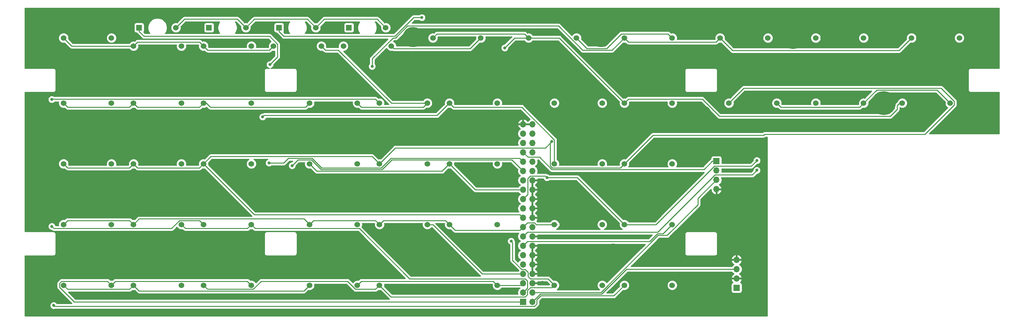
<source format=gbr>
G04 #@! TF.GenerationSoftware,KiCad,Pcbnew,(5.1.5)-3*
G04 #@! TF.CreationDate,2020-01-30T23:29:56+01:00*
G04 #@! TF.ProjectId,3003,33303033-2e6b-4696-9361-645f70636258,rev?*
G04 #@! TF.SameCoordinates,Original*
G04 #@! TF.FileFunction,Copper,L2,Bot*
G04 #@! TF.FilePolarity,Positive*
%FSLAX46Y46*%
G04 Gerber Fmt 4.6, Leading zero omitted, Abs format (unit mm)*
G04 Created by KiCad (PCBNEW (5.1.5)-3) date 2020-01-30 23:29:56*
%MOMM*%
%LPD*%
G04 APERTURE LIST*
%ADD10C,1.524000*%
%ADD11R,1.524000X1.524000*%
%ADD12O,1.700000X1.700000*%
%ADD13R,1.700000X1.700000*%
%ADD14C,5.500000*%
%ADD15C,6.500000*%
%ADD16C,0.800000*%
%ADD17C,0.250000*%
%ADD18C,0.254000*%
G04 APERTURE END LIST*
D10*
X98700000Y-6000000D03*
D11*
X88700000Y-6000000D03*
D10*
X79700000Y-6000000D03*
D11*
X69700000Y-6000000D03*
D10*
X60700000Y-6000000D03*
D11*
X50700000Y-6000000D03*
D10*
X41700000Y-6000000D03*
D11*
X31700000Y-6000000D03*
D10*
X176500000Y-76000000D03*
X163500000Y-76000000D03*
X228500000Y-26500000D03*
X215500000Y-26500000D03*
X110000000Y-59500000D03*
X97000000Y-59500000D03*
X24200000Y-43000000D03*
X11200000Y-43000000D03*
X110000000Y-43000000D03*
X97000000Y-43000000D03*
X43200000Y-43000000D03*
X30200000Y-43000000D03*
X157500000Y-59500000D03*
X144500000Y-59500000D03*
X62200000Y-43000000D03*
X49200000Y-43000000D03*
X129000000Y-59500000D03*
X116000000Y-59500000D03*
D12*
X188500000Y-49920000D03*
X188500000Y-47380000D03*
X188500000Y-44840000D03*
D13*
X188500000Y-42300000D03*
D12*
X194000000Y-69080000D03*
X194000000Y-71620000D03*
X194000000Y-74160000D03*
D13*
X194000000Y-76700000D03*
D10*
X24200000Y-26500000D03*
X11200000Y-26500000D03*
X87200000Y-11000000D03*
X100200000Y-11000000D03*
X157500000Y-26500000D03*
X144500000Y-26500000D03*
X43200000Y-26500000D03*
X30200000Y-26500000D03*
X62200000Y-26500000D03*
X49200000Y-26500000D03*
X91000000Y-26500000D03*
X78000000Y-26500000D03*
X204900000Y-26500000D03*
X191900000Y-26500000D03*
X176500000Y-43000000D03*
X163500000Y-43000000D03*
X124500000Y-8800000D03*
X111500000Y-8800000D03*
X150500000Y-8800000D03*
X137500000Y-8800000D03*
X68200000Y-11000000D03*
X81200000Y-11000000D03*
X129000000Y-26500000D03*
X116000000Y-26500000D03*
X157500000Y-43000000D03*
X144500000Y-43000000D03*
X49200000Y-11000000D03*
X62200000Y-11000000D03*
X176500000Y-26500000D03*
X163500000Y-26500000D03*
X252000000Y-26500000D03*
X239000000Y-26500000D03*
X24200000Y-8800000D03*
X11200000Y-8800000D03*
X30200000Y-11000000D03*
X43200000Y-11000000D03*
X254500000Y-8800000D03*
X241500000Y-8800000D03*
X228500000Y-8800000D03*
X215500000Y-8800000D03*
X157500000Y-76000000D03*
X144500000Y-76000000D03*
X129000000Y-43000000D03*
X116000000Y-43000000D03*
X43200000Y-76000000D03*
X30200000Y-76000000D03*
X176500000Y-59500000D03*
X163500000Y-59500000D03*
X91000000Y-76000000D03*
X78000000Y-76000000D03*
X62200000Y-76000000D03*
X49200000Y-76000000D03*
X62200000Y-59500000D03*
X49200000Y-59500000D03*
X97000000Y-76000000D03*
X129000000Y-76000000D03*
X24200000Y-76000000D03*
X11200000Y-76000000D03*
D12*
X138540000Y-32240000D03*
X136000000Y-32240000D03*
X138540000Y-34780000D03*
X136000000Y-34780000D03*
X138540000Y-37320000D03*
X136000000Y-37320000D03*
X138540000Y-39860000D03*
X136000000Y-39860000D03*
X138540000Y-42400000D03*
X136000000Y-42400000D03*
X138540000Y-44940000D03*
X136000000Y-44940000D03*
X138540000Y-47480000D03*
X136000000Y-47480000D03*
X138540000Y-50020000D03*
X136000000Y-50020000D03*
X138540000Y-52560000D03*
X136000000Y-52560000D03*
X138540000Y-55100000D03*
X136000000Y-55100000D03*
X138540000Y-57640000D03*
X136000000Y-57640000D03*
X138540000Y-60180000D03*
X136000000Y-60180000D03*
X138540000Y-62720000D03*
X136000000Y-62720000D03*
X138540000Y-65260000D03*
X136000000Y-65260000D03*
X138540000Y-67800000D03*
X136000000Y-67800000D03*
X138540000Y-70340000D03*
X136000000Y-70340000D03*
X138540000Y-72880000D03*
X136000000Y-72880000D03*
X138540000Y-75420000D03*
X136000000Y-75420000D03*
X138540000Y-77960000D03*
X136000000Y-77960000D03*
X138540000Y-80500000D03*
D13*
X136000000Y-80500000D03*
D10*
X91000000Y-43000000D03*
X78000000Y-43000000D03*
X176500000Y-8800000D03*
X163500000Y-8800000D03*
X202500000Y-8800000D03*
X189500000Y-8800000D03*
X110000000Y-26500000D03*
X97000000Y-26500000D03*
X43200000Y-59500000D03*
X30200000Y-59500000D03*
X24200000Y-59500000D03*
X11200000Y-59500000D03*
X91000000Y-59500000D03*
X78000000Y-59500000D03*
D14*
X93900000Y-67900000D03*
X261600000Y-29800000D03*
D15*
X46200000Y-67900000D03*
D14*
X184500000Y-29800000D03*
X184500000Y-79200000D03*
X157200000Y-8600000D03*
D15*
X27200000Y-34800000D03*
X234000000Y-26500000D03*
X160500000Y-34800000D03*
X113000000Y-34800000D03*
X209300000Y-8600000D03*
D14*
X261600000Y-8600000D03*
X4500000Y-79200000D03*
D15*
X160500000Y-67900000D03*
D14*
X106100000Y-8600000D03*
X4500000Y-8600000D03*
D16*
X5000000Y-30000000D03*
X5000000Y-55000000D03*
X5000000Y-40000000D03*
X55000000Y-35000000D03*
X55000000Y-20000000D03*
X70000000Y-35000000D03*
X20000000Y-50000000D03*
X220000000Y-15000000D03*
X165000000Y-50000000D03*
X175000000Y-50000000D03*
X60000000Y-50000000D03*
X70000000Y-55000000D03*
X80000000Y-50000000D03*
X110000000Y-50000000D03*
X130000000Y-70000000D03*
X69850000Y-78740000D03*
X132080000Y-45720000D03*
X85090000Y-5080000D03*
X132080000Y-77470000D03*
X118110000Y-17780000D03*
X135890000Y-19050000D03*
X135890000Y-24130000D03*
X140970000Y-49530000D03*
X140970000Y-52070000D03*
X140970000Y-55880000D03*
X127000000Y-34290000D03*
X163830000Y-17780000D03*
X184150000Y-6350000D03*
X207010000Y-19050000D03*
X242570000Y-19050000D03*
X87630000Y-35560000D03*
X17780000Y-35560000D03*
X69850000Y-72390000D03*
X99060000Y-16510000D03*
X177800000Y-19050000D03*
X198120000Y-54610000D03*
X17780000Y-19050000D03*
X72390000Y-48260000D03*
X111760000Y-68580000D03*
X141224000Y-75184000D03*
X132588000Y-55372000D03*
X132588000Y-36068000D03*
X66040000Y-5588000D03*
X36576000Y-17272000D03*
X36576000Y-51308000D03*
X37084000Y-34544000D03*
X36068000Y-67564000D03*
X55372000Y-67564000D03*
X17780000Y-67056000D03*
X103124000Y-34036000D03*
X117856000Y-51816000D03*
X80264000Y-67564000D03*
X148336000Y-51816000D03*
X151384000Y-34544000D03*
X167132000Y-33528000D03*
X146812000Y-17272000D03*
X147320000Y-68072000D03*
X174752000Y-68072000D03*
X235204000Y-5080000D03*
X108500000Y-3250000D03*
X67000000Y-42750000D03*
X73250000Y-43500000D03*
X67250000Y-16000002D03*
X8000000Y-25500000D03*
X8000000Y-60000000D03*
X132750000Y-64000000D03*
X95000000Y-16500000D03*
X142500000Y-46750000D03*
X65250000Y-30250000D03*
X199524990Y-42093879D03*
X131000000Y-11500000D03*
X143774990Y-36887660D03*
X8500000Y-81500000D03*
X199524990Y-44750000D03*
D17*
X61112999Y-60587001D02*
X62200000Y-59500000D01*
X44287001Y-60587001D02*
X61112999Y-60587001D01*
X43200000Y-59500000D02*
X44287001Y-60587001D01*
X137175001Y-76784999D02*
X136000000Y-77960000D01*
X137175001Y-74855999D02*
X137175001Y-76784999D01*
X105179759Y-74244999D02*
X136564001Y-74244999D01*
X91521761Y-60587001D02*
X105179759Y-74244999D01*
X136564001Y-74244999D02*
X137175001Y-74855999D01*
X63287001Y-60587001D02*
X91521761Y-60587001D01*
X62200000Y-59500000D02*
X63287001Y-60587001D01*
X61112999Y-74912999D02*
X62200000Y-76000000D01*
X25287001Y-74912999D02*
X61112999Y-74912999D01*
X24200000Y-76000000D02*
X25287001Y-74912999D01*
X23112999Y-74912999D02*
X24200000Y-76000000D01*
X10112999Y-75478239D02*
X10678239Y-74912999D01*
X10112999Y-76521761D02*
X10112999Y-75478239D01*
X10678239Y-74912999D02*
X23112999Y-74912999D01*
X14091238Y-80500000D02*
X10112999Y-76521761D01*
X136000000Y-80500000D02*
X14091238Y-80500000D01*
X82024997Y-3675003D02*
X79700000Y-6000000D01*
X96375003Y-3675003D02*
X82024997Y-3675003D01*
X98700000Y-6000000D02*
X96375003Y-3675003D01*
X63024997Y-3675003D02*
X60700000Y-6000000D01*
X77375003Y-3675003D02*
X63024997Y-3675003D01*
X79700000Y-6000000D02*
X77375003Y-3675003D01*
X44024997Y-3675003D02*
X41700000Y-6000000D01*
X58375003Y-3675003D02*
X44024997Y-3675003D01*
X60700000Y-6000000D02*
X58375003Y-3675003D01*
X137340011Y-41200011D02*
X136000000Y-39860000D01*
X143791839Y-44537012D02*
X140454838Y-41200011D01*
X188500000Y-42300000D02*
X187400000Y-42300000D01*
X140454838Y-41200011D02*
X137340011Y-41200011D01*
X187400000Y-42300000D02*
X185162988Y-44537012D01*
X185162988Y-44537012D02*
X143791839Y-44537012D01*
X69700000Y-7012000D02*
X69700000Y-6000000D01*
X71012997Y-8324997D02*
X69700000Y-7012000D01*
X106262587Y-3250000D02*
X101187590Y-8324997D01*
X101187590Y-8324997D02*
X71012997Y-8324997D01*
X108500000Y-3250000D02*
X106262587Y-3250000D01*
X81332174Y-44087001D02*
X78708161Y-41462988D01*
X100145774Y-41462988D02*
X97521761Y-44087001D01*
X136000000Y-42400000D02*
X135062988Y-41462988D01*
X78708161Y-41462988D02*
X72287012Y-41462988D01*
X97521761Y-44087001D02*
X81332174Y-44087001D01*
X135062988Y-41462988D02*
X100145774Y-41462988D01*
X72287012Y-41462988D02*
X71000000Y-42750000D01*
X71000000Y-42750000D02*
X67000000Y-42750000D01*
X100332173Y-41912999D02*
X97708161Y-44537012D01*
X74837001Y-41912999D02*
X73250000Y-43500000D01*
X136000000Y-44940000D02*
X132972999Y-41912999D01*
X132972999Y-41912999D02*
X100332173Y-41912999D01*
X78521761Y-41912999D02*
X74837001Y-41912999D01*
X81145774Y-44537012D02*
X78521761Y-41912999D01*
X97708161Y-44537012D02*
X81145774Y-44537012D01*
X31700000Y-7012000D02*
X33012997Y-8324997D01*
X33012997Y-8324997D02*
X67133759Y-8324997D01*
X67649999Y-15600003D02*
X67250000Y-16000002D01*
X69287001Y-10478239D02*
X69287001Y-13963001D01*
X69287001Y-13963001D02*
X67649999Y-15600003D01*
X31700000Y-6000000D02*
X31700000Y-7012000D01*
X67133759Y-8324997D02*
X69287001Y-10478239D01*
X49736221Y-76536221D02*
X49200000Y-76000000D01*
X50287001Y-77087001D02*
X49736221Y-76536221D01*
X64895763Y-74912999D02*
X62721761Y-77087001D01*
X88304237Y-74912999D02*
X64895763Y-74912999D01*
X90478239Y-77087001D02*
X88304237Y-74912999D01*
X95912999Y-77087001D02*
X90478239Y-77087001D01*
X62721761Y-77087001D02*
X50287001Y-77087001D01*
X97000000Y-76000000D02*
X95912999Y-77087001D01*
X48663779Y-58963779D02*
X49200000Y-59500000D01*
X48112999Y-58412999D02*
X48663779Y-58963779D01*
X42678239Y-58412999D02*
X48112999Y-58412999D01*
X40504237Y-60587001D02*
X42678239Y-58412999D01*
X97000000Y-26500000D02*
X95912999Y-25412999D01*
X95912999Y-25412999D02*
X8087001Y-25412999D01*
X137175001Y-77421409D02*
X137175001Y-78524001D01*
X137175001Y-78524001D02*
X136564001Y-79135001D01*
X100135001Y-79135001D02*
X97000000Y-76000000D01*
X138001409Y-76595001D02*
X137175001Y-77421409D01*
X143904999Y-76595001D02*
X138001409Y-76595001D01*
X144500000Y-76000000D02*
X143904999Y-76595001D01*
X136564001Y-79135001D02*
X100135001Y-79135001D01*
X8087001Y-25412999D02*
X8000000Y-25500000D01*
X8587001Y-60587001D02*
X10912999Y-60587001D01*
X8000000Y-60000000D02*
X8587001Y-60587001D01*
X10678239Y-60587001D02*
X10912999Y-60587001D01*
X10912999Y-60587001D02*
X40504237Y-60587001D01*
X143963779Y-75463779D02*
X144500000Y-76000000D01*
X142744999Y-74244999D02*
X143963779Y-75463779D01*
X137994999Y-74244999D02*
X142744999Y-74244999D01*
X137364999Y-72505997D02*
X137364999Y-73614999D01*
X136564001Y-71704999D02*
X137364999Y-72505997D01*
X133149999Y-69229001D02*
X135625997Y-71704999D01*
X135625997Y-71704999D02*
X136564001Y-71704999D01*
X133149999Y-64399999D02*
X133149999Y-69229001D01*
X137364999Y-73614999D02*
X137994999Y-74244999D01*
X132750000Y-64000000D02*
X133149999Y-64399999D01*
X164036221Y-9336221D02*
X163500000Y-8800000D01*
X164587001Y-9887001D02*
X164036221Y-9336221D01*
X188412999Y-9887001D02*
X164587001Y-9887001D01*
X189500000Y-8800000D02*
X188412999Y-9887001D01*
X12287001Y-77087001D02*
X29112999Y-77087001D01*
X29663779Y-76536221D02*
X30200000Y-76000000D01*
X29112999Y-77087001D02*
X29663779Y-76536221D01*
X11200000Y-76000000D02*
X12287001Y-77087001D01*
X31737012Y-77537012D02*
X76462988Y-77537012D01*
X77463779Y-76536221D02*
X78000000Y-76000000D01*
X30200000Y-76000000D02*
X31737012Y-77537012D01*
X76462988Y-77537012D02*
X77463779Y-76536221D01*
X192875001Y-12175001D02*
X190036221Y-9336221D01*
X190036221Y-9336221D02*
X189500000Y-8800000D01*
X238124999Y-12175001D02*
X192875001Y-12175001D01*
X241500000Y-8800000D02*
X238124999Y-12175001D01*
X123020000Y-50020000D02*
X136000000Y-50020000D01*
X116000000Y-43000000D02*
X123020000Y-50020000D01*
X78000000Y-43000000D02*
X79987023Y-44987023D01*
X115463779Y-43536221D02*
X116000000Y-43000000D01*
X79987023Y-44987023D02*
X114012977Y-44987023D01*
X114012977Y-44987023D02*
X115463779Y-43536221D01*
X100659307Y-8775008D02*
X95000000Y-14434315D01*
X101373990Y-8775008D02*
X100659307Y-8775008D01*
X163500000Y-8800000D02*
X160174991Y-12125009D01*
X152216247Y-12125009D02*
X145616237Y-5524999D01*
X145616237Y-5524999D02*
X104623999Y-5524999D01*
X160174991Y-12125009D02*
X152216247Y-12125009D01*
X95000000Y-14434315D02*
X95000000Y-15934315D01*
X95000000Y-15934315D02*
X95000000Y-16500000D01*
X104623999Y-5524999D02*
X101373990Y-8775008D01*
X13400000Y-11000000D02*
X30200000Y-11000000D01*
X11200000Y-8800000D02*
X13400000Y-11000000D01*
X48112999Y-9912999D02*
X49200000Y-11000000D01*
X31287001Y-9912999D02*
X48112999Y-9912999D01*
X30200000Y-11000000D02*
X31287001Y-9912999D01*
X67112999Y-12087001D02*
X68200000Y-11000000D01*
X50287001Y-12087001D02*
X67112999Y-12087001D01*
X49200000Y-11000000D02*
X50287001Y-12087001D01*
X150750000Y-46750000D02*
X163500000Y-59500000D01*
X142500000Y-46750000D02*
X150750000Y-46750000D01*
X137250000Y-51310000D02*
X136000000Y-52560000D01*
X137250000Y-47030998D02*
X137250000Y-51310000D01*
X137975999Y-46304999D02*
X137250000Y-47030998D01*
X142054999Y-46304999D02*
X137975999Y-46304999D01*
X142500000Y-46750000D02*
X142054999Y-46304999D01*
X112649999Y-29850001D02*
X115463779Y-27036221D01*
X65649999Y-29850001D02*
X112649999Y-29850001D01*
X115463779Y-27036221D02*
X116000000Y-26500000D01*
X65250000Y-30250000D02*
X65649999Y-29850001D01*
X144500000Y-36460998D02*
X144500000Y-43000000D01*
X135626003Y-27587001D02*
X144500000Y-36460998D01*
X117087001Y-27587001D02*
X135626003Y-27587001D01*
X116000000Y-26500000D02*
X117087001Y-27587001D01*
X188002997Y-43598001D02*
X198020868Y-43598001D01*
X172100998Y-59500000D02*
X188002997Y-43598001D01*
X198020868Y-43598001D02*
X199124991Y-42493878D01*
X199124991Y-42493878D02*
X199524990Y-42093879D01*
X163500000Y-59500000D02*
X172100998Y-59500000D01*
X112587001Y-7712999D02*
X111500000Y-8800000D01*
X136412999Y-7712999D02*
X112587001Y-7712999D01*
X137500000Y-8800000D02*
X136412999Y-7712999D01*
X29663779Y-27036221D02*
X30200000Y-26500000D01*
X29112999Y-27587001D02*
X29663779Y-27036221D01*
X12287001Y-27587001D02*
X29112999Y-27587001D01*
X11200000Y-26500000D02*
X12287001Y-27587001D01*
X48112999Y-27587001D02*
X48663779Y-27036221D01*
X31287001Y-27587001D02*
X48112999Y-27587001D01*
X48663779Y-27036221D02*
X49200000Y-26500000D01*
X30200000Y-26500000D02*
X31287001Y-27587001D01*
X77463779Y-27036221D02*
X78000000Y-26500000D01*
X49958331Y-26500000D02*
X51045332Y-27587001D01*
X76912999Y-27587001D02*
X77463779Y-27036221D01*
X51045332Y-27587001D02*
X76912999Y-27587001D01*
X49200000Y-26500000D02*
X49958331Y-26500000D01*
X164587001Y-25412999D02*
X163500000Y-26500000D01*
X184664001Y-25412999D02*
X164587001Y-25412999D01*
X189326003Y-30075001D02*
X184664001Y-25412999D01*
X237575001Y-28216001D02*
X235716001Y-30075001D01*
X237575001Y-27166668D02*
X237575001Y-28216001D01*
X238241669Y-26500000D02*
X237575001Y-27166668D01*
X235716001Y-30075001D02*
X189326003Y-30075001D01*
X239000000Y-26500000D02*
X238241669Y-26500000D01*
X145800000Y-8800000D02*
X163500000Y-26500000D01*
X137500000Y-8800000D02*
X145800000Y-8800000D01*
X133700000Y-8800000D02*
X137500000Y-8800000D01*
X131000000Y-11500000D02*
X133700000Y-8800000D01*
X29663779Y-43536221D02*
X30200000Y-43000000D01*
X29112999Y-44087001D02*
X29663779Y-43536221D01*
X12287001Y-44087001D02*
X29112999Y-44087001D01*
X11200000Y-43000000D02*
X12287001Y-44087001D01*
X48112999Y-44087001D02*
X48663779Y-43536221D01*
X48663779Y-43536221D02*
X49200000Y-43000000D01*
X31287001Y-44087001D02*
X48112999Y-44087001D01*
X30200000Y-43000000D02*
X31287001Y-44087001D01*
X195925010Y-22474990D02*
X249583752Y-22474990D01*
X245133761Y-34975001D02*
X201598001Y-34975001D01*
X191900000Y-26500000D02*
X195925010Y-22474990D01*
X253087001Y-25978239D02*
X253087001Y-27021761D01*
X253087001Y-27021761D02*
X245133761Y-34975001D01*
X171274999Y-35225001D02*
X163500000Y-43000000D01*
X249583752Y-22474990D02*
X253087001Y-25978239D01*
X201598001Y-34975001D02*
X201348001Y-35225001D01*
X201348001Y-35225001D02*
X171274999Y-35225001D01*
X143978239Y-44087001D02*
X143412999Y-43521761D01*
X143412999Y-43521761D02*
X143412999Y-37337001D01*
X143774990Y-36975010D02*
X143774990Y-36887660D01*
X162412999Y-44087001D02*
X143978239Y-44087001D01*
X143462341Y-37287659D02*
X143774990Y-36975010D01*
X143412999Y-37337001D02*
X143462341Y-37287659D01*
X163500000Y-43000000D02*
X162412999Y-44087001D01*
X101315001Y-38684999D02*
X142065001Y-38684999D01*
X142065001Y-38684999D02*
X143462341Y-37287659D01*
X97000000Y-43000000D02*
X101315001Y-38684999D01*
X135150001Y-56790001D02*
X62990001Y-56790001D01*
X136000000Y-57640000D02*
X135150001Y-56790001D01*
X62990001Y-56790001D02*
X49736221Y-43536221D01*
X49736221Y-43536221D02*
X49200000Y-43000000D01*
X51187023Y-41012977D02*
X95012977Y-41012977D01*
X96463779Y-42463779D02*
X97000000Y-43000000D01*
X49200000Y-43000000D02*
X51187023Y-41012977D01*
X95012977Y-41012977D02*
X96463779Y-42463779D01*
X29663779Y-58963779D02*
X30200000Y-59500000D01*
X29112999Y-58412999D02*
X29663779Y-58963779D01*
X12287001Y-58412999D02*
X29112999Y-58412999D01*
X11200000Y-59500000D02*
X12287001Y-58412999D01*
X96463779Y-58963779D02*
X97000000Y-59500000D01*
X95912999Y-58412999D02*
X96463779Y-58963779D01*
X79087001Y-58412999D02*
X95912999Y-58412999D01*
X78000000Y-59500000D02*
X79087001Y-58412999D01*
X137175001Y-59004999D02*
X136000000Y-60180000D01*
X139104001Y-59004999D02*
X137175001Y-59004999D01*
X139599002Y-59500000D02*
X139104001Y-59004999D01*
X144500000Y-59500000D02*
X139599002Y-59500000D01*
X116536221Y-60036221D02*
X116000000Y-59500000D01*
X117529999Y-61029999D02*
X116536221Y-60036221D01*
X135150001Y-61029999D02*
X117529999Y-61029999D01*
X136000000Y-60180000D02*
X135150001Y-61029999D01*
X97000000Y-59500000D02*
X98087001Y-58412999D01*
X98087001Y-58412999D02*
X114912999Y-58412999D01*
X115463779Y-58963779D02*
X116000000Y-59500000D01*
X114912999Y-58412999D02*
X115463779Y-58963779D01*
X144500000Y-59500000D02*
X145258331Y-59500000D01*
X139104001Y-81675001D02*
X8675001Y-81675001D01*
X140816389Y-78860021D02*
X139715001Y-79961409D01*
X139715001Y-81064001D02*
X139104001Y-81675001D01*
X160639979Y-78860021D02*
X140816389Y-78860021D01*
X139715001Y-79961409D02*
X139715001Y-81064001D01*
X163500000Y-76000000D02*
X160639979Y-78860021D01*
X8675001Y-81675001D02*
X8500000Y-81500000D01*
X31737012Y-57962988D02*
X76462988Y-57962988D01*
X77463779Y-58963779D02*
X78000000Y-59500000D01*
X30200000Y-59500000D02*
X31737012Y-57962988D01*
X76462988Y-57962988D02*
X77463779Y-58963779D01*
X205987001Y-27587001D02*
X204900000Y-26500000D01*
X227412999Y-27587001D02*
X205987001Y-27587001D01*
X228500000Y-26500000D02*
X227412999Y-27587001D01*
X232075001Y-22924999D02*
X228500000Y-26500000D01*
X248424999Y-22924999D02*
X232075001Y-22924999D01*
X252000000Y-26500000D02*
X248424999Y-22924999D01*
X137175001Y-61544999D02*
X172595999Y-61544999D01*
X198259989Y-46015001D02*
X199124991Y-45149999D01*
X188125997Y-46015001D02*
X198259989Y-46015001D01*
X172595999Y-61544999D02*
X188125997Y-46015001D01*
X136000000Y-62720000D02*
X137175001Y-61544999D01*
X199124991Y-45149999D02*
X199524990Y-44750000D01*
X137175001Y-64084999D02*
X136000000Y-65260000D01*
X176500000Y-59500000D02*
X174004990Y-61995010D01*
X172477342Y-61995010D02*
X170387353Y-64084999D01*
X170387353Y-64084999D02*
X137175001Y-64084999D01*
X174004990Y-61995010D02*
X172477342Y-61995010D01*
X153375001Y-11675001D02*
X150500000Y-8800000D01*
X158676001Y-11675001D02*
X153375001Y-11675001D01*
X162638003Y-7712999D02*
X158676001Y-11675001D01*
X175412999Y-7712999D02*
X162638003Y-7712999D01*
X176500000Y-8800000D02*
X175412999Y-7712999D01*
X121624999Y-11675001D02*
X124500000Y-8800000D01*
X100875001Y-11675001D02*
X121624999Y-11675001D01*
X100200000Y-11000000D02*
X100875001Y-11675001D01*
X136000000Y-72880000D02*
X124880000Y-72880000D01*
X111500000Y-59500000D02*
X110000000Y-59500000D01*
X124880000Y-72880000D02*
X111500000Y-59500000D01*
X91000000Y-26500000D02*
X92087001Y-27587001D01*
X108912999Y-27587001D02*
X110000000Y-26500000D01*
X92087001Y-27587001D02*
X108912999Y-27587001D01*
X82287001Y-12087001D02*
X85837001Y-12087001D01*
X81200000Y-11000000D02*
X82287001Y-12087001D01*
X100250000Y-26500000D02*
X110000000Y-26500000D01*
X85837001Y-12087001D02*
X100250000Y-26500000D01*
X92087001Y-74912999D02*
X91000000Y-76000000D01*
X127912999Y-74912999D02*
X92087001Y-74912999D01*
X129000000Y-76000000D02*
X127912999Y-74912999D01*
X135420000Y-76000000D02*
X136000000Y-75420000D01*
X129000000Y-76000000D02*
X135420000Y-76000000D01*
X175163741Y-62445021D02*
X183500000Y-54108762D01*
X183500000Y-54108762D02*
X183500000Y-52380000D01*
X157148762Y-77960000D02*
X172663741Y-62445021D01*
X172663741Y-62445021D02*
X175163741Y-62445021D01*
X138540000Y-77960000D02*
X157148762Y-77960000D01*
X183500000Y-52380000D02*
X188500000Y-47380000D01*
X140629990Y-78410010D02*
X138540000Y-80500000D01*
X194000000Y-71620000D02*
X164125172Y-71620000D01*
X157335162Y-78410010D02*
X140629990Y-78410010D01*
X164125172Y-71620000D02*
X157335162Y-78410010D01*
D18*
G36*
X265315001Y-17015000D02*
G01*
X257633647Y-17015000D01*
X257600000Y-17011686D01*
X257566353Y-17015000D01*
X257465717Y-17024912D01*
X257336594Y-17064081D01*
X257217593Y-17127688D01*
X257113289Y-17213289D01*
X257027688Y-17317593D01*
X256964081Y-17436594D01*
X256924912Y-17565717D01*
X256911686Y-17700000D01*
X256915000Y-17733647D01*
X256915001Y-22866343D01*
X256911686Y-22900000D01*
X256924912Y-23034283D01*
X256964081Y-23163406D01*
X257027688Y-23282407D01*
X257113289Y-23386711D01*
X257217593Y-23472312D01*
X257336594Y-23535919D01*
X257465717Y-23575088D01*
X257566353Y-23585000D01*
X257600000Y-23588314D01*
X257633647Y-23585000D01*
X265315000Y-23585000D01*
X265315001Y-34815000D01*
X246368563Y-34815000D01*
X253598004Y-27585560D01*
X253627002Y-27561762D01*
X253721975Y-27446037D01*
X253792547Y-27314008D01*
X253836004Y-27170747D01*
X253847001Y-27059094D01*
X253847001Y-27059084D01*
X253850677Y-27021761D01*
X253847001Y-26984438D01*
X253847001Y-26015561D01*
X253850677Y-25978238D01*
X253847001Y-25940915D01*
X253847001Y-25940906D01*
X253836004Y-25829253D01*
X253792547Y-25685992D01*
X253721975Y-25553963D01*
X253627002Y-25438238D01*
X253598005Y-25414441D01*
X250147556Y-21963993D01*
X250123753Y-21934989D01*
X250008028Y-21840016D01*
X249875999Y-21769444D01*
X249732738Y-21725987D01*
X249621085Y-21714990D01*
X249621074Y-21714990D01*
X249583752Y-21711314D01*
X249546430Y-21714990D01*
X195962335Y-21714990D01*
X195925010Y-21711314D01*
X195887685Y-21714990D01*
X195887677Y-21714990D01*
X195776024Y-21725987D01*
X195632763Y-21769444D01*
X195500734Y-21840016D01*
X195385009Y-21934989D01*
X195361211Y-21963987D01*
X192191571Y-25133628D01*
X192037592Y-25103000D01*
X191762408Y-25103000D01*
X191492510Y-25156686D01*
X191238273Y-25261995D01*
X191009465Y-25414880D01*
X190814880Y-25609465D01*
X190661995Y-25838273D01*
X190556686Y-26092510D01*
X190503000Y-26362408D01*
X190503000Y-26637592D01*
X190556686Y-26907490D01*
X190661995Y-27161727D01*
X190814880Y-27390535D01*
X191009465Y-27585120D01*
X191238273Y-27738005D01*
X191492510Y-27843314D01*
X191762408Y-27897000D01*
X192037592Y-27897000D01*
X192307490Y-27843314D01*
X192561727Y-27738005D01*
X192790535Y-27585120D01*
X192985120Y-27390535D01*
X193138005Y-27161727D01*
X193243314Y-26907490D01*
X193297000Y-26637592D01*
X193297000Y-26362408D01*
X193266372Y-26208429D01*
X196239812Y-23234990D01*
X230690208Y-23234990D01*
X228791571Y-25133628D01*
X228637592Y-25103000D01*
X228362408Y-25103000D01*
X228092510Y-25156686D01*
X227838273Y-25261995D01*
X227609465Y-25414880D01*
X227414880Y-25609465D01*
X227261995Y-25838273D01*
X227156686Y-26092510D01*
X227103000Y-26362408D01*
X227103000Y-26637592D01*
X227133628Y-26791571D01*
X227098198Y-26827001D01*
X216859324Y-26827001D01*
X216897000Y-26637592D01*
X216897000Y-26362408D01*
X216843314Y-26092510D01*
X216738005Y-25838273D01*
X216585120Y-25609465D01*
X216390535Y-25414880D01*
X216161727Y-25261995D01*
X215907490Y-25156686D01*
X215637592Y-25103000D01*
X215362408Y-25103000D01*
X215092510Y-25156686D01*
X214838273Y-25261995D01*
X214609465Y-25414880D01*
X214414880Y-25609465D01*
X214261995Y-25838273D01*
X214156686Y-26092510D01*
X214103000Y-26362408D01*
X214103000Y-26637592D01*
X214140676Y-26827001D01*
X206301803Y-26827001D01*
X206266372Y-26791570D01*
X206297000Y-26637592D01*
X206297000Y-26362408D01*
X206243314Y-26092510D01*
X206138005Y-25838273D01*
X205985120Y-25609465D01*
X205790535Y-25414880D01*
X205561727Y-25261995D01*
X205307490Y-25156686D01*
X205037592Y-25103000D01*
X204762408Y-25103000D01*
X204492510Y-25156686D01*
X204238273Y-25261995D01*
X204009465Y-25414880D01*
X203814880Y-25609465D01*
X203661995Y-25838273D01*
X203556686Y-26092510D01*
X203503000Y-26362408D01*
X203503000Y-26637592D01*
X203556686Y-26907490D01*
X203661995Y-27161727D01*
X203814880Y-27390535D01*
X204009465Y-27585120D01*
X204238273Y-27738005D01*
X204492510Y-27843314D01*
X204762408Y-27897000D01*
X205037592Y-27897000D01*
X205191570Y-27866372D01*
X205423201Y-28098003D01*
X205447000Y-28127002D01*
X205475998Y-28150800D01*
X205562725Y-28221975D01*
X205694754Y-28292547D01*
X205838015Y-28336004D01*
X205987001Y-28350678D01*
X206024334Y-28347001D01*
X227375677Y-28347001D01*
X227412999Y-28350677D01*
X227450321Y-28347001D01*
X227450332Y-28347001D01*
X227561985Y-28336004D01*
X227705246Y-28292547D01*
X227837275Y-28221975D01*
X227953000Y-28127002D01*
X227976803Y-28097999D01*
X228208429Y-27866372D01*
X228362408Y-27897000D01*
X228637592Y-27897000D01*
X228907490Y-27843314D01*
X229161727Y-27738005D01*
X229390535Y-27585120D01*
X229585120Y-27390535D01*
X229738005Y-27161727D01*
X229843314Y-26907490D01*
X229897000Y-26637592D01*
X229897000Y-26362408D01*
X229866372Y-26208429D01*
X232389803Y-23684999D01*
X248110198Y-23684999D01*
X250633628Y-26208430D01*
X250603000Y-26362408D01*
X250603000Y-26637592D01*
X250656686Y-26907490D01*
X250761995Y-27161727D01*
X250914880Y-27390535D01*
X251109465Y-27585120D01*
X251312905Y-27721055D01*
X244818960Y-34215001D01*
X201635323Y-34215001D01*
X201598000Y-34211325D01*
X201560677Y-34215001D01*
X201560668Y-34215001D01*
X201449015Y-34225998D01*
X201305754Y-34269455D01*
X201173725Y-34340027D01*
X201058000Y-34435000D01*
X201034201Y-34463999D01*
X201033199Y-34465001D01*
X171312321Y-34465001D01*
X171274998Y-34461325D01*
X171237675Y-34465001D01*
X171237666Y-34465001D01*
X171126013Y-34475998D01*
X170982752Y-34519455D01*
X170850722Y-34590027D01*
X170767082Y-34658669D01*
X170734998Y-34685000D01*
X170711200Y-34713998D01*
X163791571Y-41633628D01*
X163637592Y-41603000D01*
X163362408Y-41603000D01*
X163092510Y-41656686D01*
X162838273Y-41761995D01*
X162609465Y-41914880D01*
X162414880Y-42109465D01*
X162261995Y-42338273D01*
X162156686Y-42592510D01*
X162103000Y-42862408D01*
X162103000Y-43137592D01*
X162133628Y-43291571D01*
X162098198Y-43327001D01*
X158859324Y-43327001D01*
X158897000Y-43137592D01*
X158897000Y-42862408D01*
X158843314Y-42592510D01*
X158738005Y-42338273D01*
X158585120Y-42109465D01*
X158390535Y-41914880D01*
X158161727Y-41761995D01*
X157907490Y-41656686D01*
X157637592Y-41603000D01*
X157362408Y-41603000D01*
X157092510Y-41656686D01*
X156838273Y-41761995D01*
X156609465Y-41914880D01*
X156414880Y-42109465D01*
X156261995Y-42338273D01*
X156156686Y-42592510D01*
X156103000Y-42862408D01*
X156103000Y-43137592D01*
X156140676Y-43327001D01*
X145859324Y-43327001D01*
X145897000Y-43137592D01*
X145897000Y-42862408D01*
X145843314Y-42592510D01*
X145738005Y-42338273D01*
X145585120Y-42109465D01*
X145390535Y-41914880D01*
X145260000Y-41827659D01*
X145260000Y-36498321D01*
X145263676Y-36460998D01*
X145260000Y-36423675D01*
X145260000Y-36423665D01*
X145249003Y-36312012D01*
X145205546Y-36168751D01*
X145134975Y-36036723D01*
X145134974Y-36036721D01*
X145063799Y-35949995D01*
X145040001Y-35920997D01*
X145011004Y-35897200D01*
X136189807Y-27076004D01*
X136166004Y-27047000D01*
X136050279Y-26952027D01*
X135918250Y-26881455D01*
X135774989Y-26837998D01*
X135663336Y-26827001D01*
X135663325Y-26827001D01*
X135626003Y-26823325D01*
X135588681Y-26827001D01*
X130359324Y-26827001D01*
X130397000Y-26637592D01*
X130397000Y-26362408D01*
X143103000Y-26362408D01*
X143103000Y-26637592D01*
X143156686Y-26907490D01*
X143261995Y-27161727D01*
X143414880Y-27390535D01*
X143609465Y-27585120D01*
X143838273Y-27738005D01*
X144092510Y-27843314D01*
X144362408Y-27897000D01*
X144637592Y-27897000D01*
X144907490Y-27843314D01*
X145161727Y-27738005D01*
X145390535Y-27585120D01*
X145585120Y-27390535D01*
X145738005Y-27161727D01*
X145843314Y-26907490D01*
X145897000Y-26637592D01*
X145897000Y-26362408D01*
X156103000Y-26362408D01*
X156103000Y-26637592D01*
X156156686Y-26907490D01*
X156261995Y-27161727D01*
X156414880Y-27390535D01*
X156609465Y-27585120D01*
X156838273Y-27738005D01*
X157092510Y-27843314D01*
X157362408Y-27897000D01*
X157637592Y-27897000D01*
X157907490Y-27843314D01*
X158161727Y-27738005D01*
X158390535Y-27585120D01*
X158585120Y-27390535D01*
X158738005Y-27161727D01*
X158843314Y-26907490D01*
X158897000Y-26637592D01*
X158897000Y-26362408D01*
X158843314Y-26092510D01*
X158738005Y-25838273D01*
X158585120Y-25609465D01*
X158390535Y-25414880D01*
X158161727Y-25261995D01*
X157907490Y-25156686D01*
X157637592Y-25103000D01*
X157362408Y-25103000D01*
X157092510Y-25156686D01*
X156838273Y-25261995D01*
X156609465Y-25414880D01*
X156414880Y-25609465D01*
X156261995Y-25838273D01*
X156156686Y-26092510D01*
X156103000Y-26362408D01*
X145897000Y-26362408D01*
X145843314Y-26092510D01*
X145738005Y-25838273D01*
X145585120Y-25609465D01*
X145390535Y-25414880D01*
X145161727Y-25261995D01*
X144907490Y-25156686D01*
X144637592Y-25103000D01*
X144362408Y-25103000D01*
X144092510Y-25156686D01*
X143838273Y-25261995D01*
X143609465Y-25414880D01*
X143414880Y-25609465D01*
X143261995Y-25838273D01*
X143156686Y-26092510D01*
X143103000Y-26362408D01*
X130397000Y-26362408D01*
X130343314Y-26092510D01*
X130238005Y-25838273D01*
X130085120Y-25609465D01*
X129890535Y-25414880D01*
X129661727Y-25261995D01*
X129407490Y-25156686D01*
X129137592Y-25103000D01*
X128862408Y-25103000D01*
X128592510Y-25156686D01*
X128338273Y-25261995D01*
X128109465Y-25414880D01*
X127914880Y-25609465D01*
X127761995Y-25838273D01*
X127656686Y-26092510D01*
X127603000Y-26362408D01*
X127603000Y-26637592D01*
X127640676Y-26827001D01*
X117401803Y-26827001D01*
X117366372Y-26791570D01*
X117397000Y-26637592D01*
X117397000Y-26362408D01*
X117343314Y-26092510D01*
X117238005Y-25838273D01*
X117085120Y-25609465D01*
X116890535Y-25414880D01*
X116661727Y-25261995D01*
X116407490Y-25156686D01*
X116137592Y-25103000D01*
X115862408Y-25103000D01*
X115592510Y-25156686D01*
X115338273Y-25261995D01*
X115109465Y-25414880D01*
X114914880Y-25609465D01*
X114761995Y-25838273D01*
X114656686Y-26092510D01*
X114603000Y-26362408D01*
X114603000Y-26637592D01*
X114633628Y-26791570D01*
X112335198Y-29090001D01*
X65687321Y-29090001D01*
X65649998Y-29086325D01*
X65612676Y-29090001D01*
X65612666Y-29090001D01*
X65501013Y-29100998D01*
X65357752Y-29144455D01*
X65225774Y-29215000D01*
X65148061Y-29215000D01*
X64948102Y-29254774D01*
X64759744Y-29332795D01*
X64590226Y-29446063D01*
X64446063Y-29590226D01*
X64332795Y-29759744D01*
X64254774Y-29948102D01*
X64215000Y-30148061D01*
X64215000Y-30351939D01*
X64254774Y-30551898D01*
X64332795Y-30740256D01*
X64446063Y-30909774D01*
X64590226Y-31053937D01*
X64759744Y-31167205D01*
X64948102Y-31245226D01*
X65148061Y-31285000D01*
X65351939Y-31285000D01*
X65551898Y-31245226D01*
X65740256Y-31167205D01*
X65909774Y-31053937D01*
X66053937Y-30909774D01*
X66167205Y-30740256D01*
X66221159Y-30610001D01*
X112612677Y-30610001D01*
X112649999Y-30613677D01*
X112687321Y-30610001D01*
X112687332Y-30610001D01*
X112798985Y-30599004D01*
X112942246Y-30555547D01*
X113074275Y-30484975D01*
X113190000Y-30390002D01*
X113213803Y-30360998D01*
X115708430Y-27866372D01*
X115862408Y-27897000D01*
X116137592Y-27897000D01*
X116291570Y-27866372D01*
X116523201Y-28098003D01*
X116547000Y-28127002D01*
X116575998Y-28150800D01*
X116662725Y-28221975D01*
X116794754Y-28292547D01*
X116938015Y-28336004D01*
X117087001Y-28350678D01*
X117124334Y-28347001D01*
X135311202Y-28347001D01*
X137878225Y-30914025D01*
X137658645Y-31044822D01*
X137442412Y-31239731D01*
X137270000Y-31470880D01*
X137097588Y-31239731D01*
X136881355Y-31044822D01*
X136631252Y-30895843D01*
X136356891Y-30798519D01*
X136127000Y-30919186D01*
X136127000Y-32113000D01*
X138413000Y-32113000D01*
X138413000Y-32093000D01*
X138667000Y-32093000D01*
X138667000Y-32113000D01*
X138687000Y-32113000D01*
X138687000Y-32367000D01*
X138667000Y-32367000D01*
X138667000Y-32387000D01*
X138413000Y-32387000D01*
X138413000Y-32367000D01*
X136127000Y-32367000D01*
X136127000Y-32387000D01*
X135873000Y-32387000D01*
X135873000Y-32367000D01*
X134679845Y-32367000D01*
X134558524Y-32596890D01*
X134603175Y-32744099D01*
X134728359Y-33006920D01*
X134902412Y-33240269D01*
X135118645Y-33435178D01*
X135235534Y-33504805D01*
X135053368Y-33626525D01*
X134846525Y-33833368D01*
X134684010Y-34076589D01*
X134572068Y-34346842D01*
X134515000Y-34633740D01*
X134515000Y-34926260D01*
X134572068Y-35213158D01*
X134684010Y-35483411D01*
X134846525Y-35726632D01*
X135053368Y-35933475D01*
X135227760Y-36050000D01*
X135053368Y-36166525D01*
X134846525Y-36373368D01*
X134684010Y-36616589D01*
X134572068Y-36886842D01*
X134515000Y-37173740D01*
X134515000Y-37466260D01*
X134572068Y-37753158D01*
X134643247Y-37924999D01*
X101352324Y-37924999D01*
X101315001Y-37921323D01*
X101277678Y-37924999D01*
X101277668Y-37924999D01*
X101166015Y-37935996D01*
X101022754Y-37979453D01*
X100890724Y-38050025D01*
X100829005Y-38100677D01*
X100775000Y-38144998D01*
X100751202Y-38173996D01*
X97291571Y-41633628D01*
X97137592Y-41603000D01*
X96862408Y-41603000D01*
X96708430Y-41633628D01*
X95576781Y-40501980D01*
X95552978Y-40472976D01*
X95437253Y-40378003D01*
X95305224Y-40307431D01*
X95161963Y-40263974D01*
X95050310Y-40252977D01*
X95050299Y-40252977D01*
X95012977Y-40249301D01*
X94975655Y-40252977D01*
X51224346Y-40252977D01*
X51187023Y-40249301D01*
X51149700Y-40252977D01*
X51149690Y-40252977D01*
X51038037Y-40263974D01*
X50894776Y-40307431D01*
X50762746Y-40378003D01*
X50691669Y-40436335D01*
X50647022Y-40472976D01*
X50623224Y-40501974D01*
X49491570Y-41633628D01*
X49337592Y-41603000D01*
X49062408Y-41603000D01*
X48792510Y-41656686D01*
X48538273Y-41761995D01*
X48309465Y-41914880D01*
X48114880Y-42109465D01*
X47961995Y-42338273D01*
X47856686Y-42592510D01*
X47803000Y-42862408D01*
X47803000Y-43137592D01*
X47833628Y-43291570D01*
X47798198Y-43327001D01*
X44559324Y-43327001D01*
X44597000Y-43137592D01*
X44597000Y-42862408D01*
X44543314Y-42592510D01*
X44438005Y-42338273D01*
X44285120Y-42109465D01*
X44090535Y-41914880D01*
X43861727Y-41761995D01*
X43607490Y-41656686D01*
X43337592Y-41603000D01*
X43062408Y-41603000D01*
X42792510Y-41656686D01*
X42538273Y-41761995D01*
X42309465Y-41914880D01*
X42114880Y-42109465D01*
X41961995Y-42338273D01*
X41856686Y-42592510D01*
X41803000Y-42862408D01*
X41803000Y-43137592D01*
X41840676Y-43327001D01*
X31601803Y-43327001D01*
X31566372Y-43291570D01*
X31597000Y-43137592D01*
X31597000Y-42862408D01*
X31543314Y-42592510D01*
X31438005Y-42338273D01*
X31285120Y-42109465D01*
X31090535Y-41914880D01*
X30861727Y-41761995D01*
X30607490Y-41656686D01*
X30337592Y-41603000D01*
X30062408Y-41603000D01*
X29792510Y-41656686D01*
X29538273Y-41761995D01*
X29309465Y-41914880D01*
X29114880Y-42109465D01*
X28961995Y-42338273D01*
X28856686Y-42592510D01*
X28803000Y-42862408D01*
X28803000Y-43137592D01*
X28833628Y-43291570D01*
X28798198Y-43327001D01*
X25559324Y-43327001D01*
X25597000Y-43137592D01*
X25597000Y-42862408D01*
X25543314Y-42592510D01*
X25438005Y-42338273D01*
X25285120Y-42109465D01*
X25090535Y-41914880D01*
X24861727Y-41761995D01*
X24607490Y-41656686D01*
X24337592Y-41603000D01*
X24062408Y-41603000D01*
X23792510Y-41656686D01*
X23538273Y-41761995D01*
X23309465Y-41914880D01*
X23114880Y-42109465D01*
X22961995Y-42338273D01*
X22856686Y-42592510D01*
X22803000Y-42862408D01*
X22803000Y-43137592D01*
X22840676Y-43327001D01*
X12601803Y-43327001D01*
X12566372Y-43291570D01*
X12597000Y-43137592D01*
X12597000Y-42862408D01*
X12543314Y-42592510D01*
X12438005Y-42338273D01*
X12285120Y-42109465D01*
X12090535Y-41914880D01*
X11861727Y-41761995D01*
X11607490Y-41656686D01*
X11337592Y-41603000D01*
X11062408Y-41603000D01*
X10792510Y-41656686D01*
X10538273Y-41761995D01*
X10309465Y-41914880D01*
X10114880Y-42109465D01*
X9961995Y-42338273D01*
X9856686Y-42592510D01*
X9803000Y-42862408D01*
X9803000Y-43137592D01*
X9856686Y-43407490D01*
X9961995Y-43661727D01*
X10114880Y-43890535D01*
X10309465Y-44085120D01*
X10538273Y-44238005D01*
X10792510Y-44343314D01*
X11062408Y-44397000D01*
X11337592Y-44397000D01*
X11491570Y-44366372D01*
X11723202Y-44598004D01*
X11747000Y-44627002D01*
X11775998Y-44650800D01*
X11862725Y-44721975D01*
X11994754Y-44792547D01*
X12138015Y-44836004D01*
X12287001Y-44850678D01*
X12324334Y-44847001D01*
X29075677Y-44847001D01*
X29112999Y-44850677D01*
X29150321Y-44847001D01*
X29150332Y-44847001D01*
X29261985Y-44836004D01*
X29405246Y-44792547D01*
X29537275Y-44721975D01*
X29653000Y-44627002D01*
X29676802Y-44597999D01*
X29908430Y-44366372D01*
X30062408Y-44397000D01*
X30337592Y-44397000D01*
X30491570Y-44366372D01*
X30723202Y-44598004D01*
X30747000Y-44627002D01*
X30775998Y-44650800D01*
X30862725Y-44721975D01*
X30994754Y-44792547D01*
X31138015Y-44836004D01*
X31287001Y-44850678D01*
X31324334Y-44847001D01*
X48075677Y-44847001D01*
X48112999Y-44850677D01*
X48150321Y-44847001D01*
X48150332Y-44847001D01*
X48261985Y-44836004D01*
X48405246Y-44792547D01*
X48537275Y-44721975D01*
X48653000Y-44627002D01*
X48676802Y-44597999D01*
X48908430Y-44366372D01*
X49062408Y-44397000D01*
X49337592Y-44397000D01*
X49491571Y-44366372D01*
X62328185Y-57202988D01*
X31774334Y-57202988D01*
X31737011Y-57199312D01*
X31699688Y-57202988D01*
X31699679Y-57202988D01*
X31588026Y-57213985D01*
X31444765Y-57257442D01*
X31312736Y-57328014D01*
X31197011Y-57422987D01*
X31173213Y-57451985D01*
X30491570Y-58133628D01*
X30337592Y-58103000D01*
X30062408Y-58103000D01*
X29908430Y-58133628D01*
X29676802Y-57902001D01*
X29653000Y-57872998D01*
X29537275Y-57778025D01*
X29405246Y-57707453D01*
X29261985Y-57663996D01*
X29150332Y-57652999D01*
X29150321Y-57652999D01*
X29112999Y-57649323D01*
X29075677Y-57652999D01*
X12324334Y-57652999D01*
X12287001Y-57649322D01*
X12249668Y-57652999D01*
X12138015Y-57663996D01*
X11994754Y-57707453D01*
X11862725Y-57778025D01*
X11747000Y-57872998D01*
X11723202Y-57901996D01*
X11491570Y-58133628D01*
X11337592Y-58103000D01*
X11062408Y-58103000D01*
X10792510Y-58156686D01*
X10538273Y-58261995D01*
X10309465Y-58414880D01*
X10114880Y-58609465D01*
X9961995Y-58838273D01*
X9856686Y-59092510D01*
X9803000Y-59362408D01*
X9803000Y-59637592D01*
X9840676Y-59827001D01*
X9020865Y-59827001D01*
X8995226Y-59698102D01*
X8917205Y-59509744D01*
X8803937Y-59340226D01*
X8659774Y-59196063D01*
X8490256Y-59082795D01*
X8301898Y-59004774D01*
X8101939Y-58965000D01*
X7898061Y-58965000D01*
X7698102Y-59004774D01*
X7509744Y-59082795D01*
X7340226Y-59196063D01*
X7196063Y-59340226D01*
X7082795Y-59509744D01*
X7004774Y-59698102D01*
X6965000Y-59898061D01*
X6965000Y-60101939D01*
X7004774Y-60301898D01*
X7082795Y-60490256D01*
X7196063Y-60659774D01*
X7340226Y-60803937D01*
X7509744Y-60917205D01*
X7698102Y-60995226D01*
X7898061Y-61035000D01*
X7960198Y-61035000D01*
X8023201Y-61098003D01*
X8047000Y-61127002D01*
X8162725Y-61221975D01*
X8294754Y-61292547D01*
X8438015Y-61336004D01*
X8549668Y-61347001D01*
X8549676Y-61347001D01*
X8587001Y-61350677D01*
X8624326Y-61347001D01*
X40466915Y-61347001D01*
X40504237Y-61350677D01*
X40541559Y-61347001D01*
X40541570Y-61347001D01*
X40653223Y-61336004D01*
X40796484Y-61292547D01*
X40928513Y-61221975D01*
X41044238Y-61127002D01*
X41068041Y-61097998D01*
X41978945Y-60187094D01*
X42114880Y-60390535D01*
X42309465Y-60585120D01*
X42538273Y-60738005D01*
X42792510Y-60843314D01*
X43062408Y-60897000D01*
X43337592Y-60897000D01*
X43491570Y-60866372D01*
X43723201Y-61098003D01*
X43747000Y-61127002D01*
X43775998Y-61150800D01*
X43862725Y-61221975D01*
X43994754Y-61292547D01*
X44138015Y-61336004D01*
X44287001Y-61350678D01*
X44324334Y-61347001D01*
X61075677Y-61347001D01*
X61112999Y-61350677D01*
X61150321Y-61347001D01*
X61150332Y-61347001D01*
X61261985Y-61336004D01*
X61405246Y-61292547D01*
X61537275Y-61221975D01*
X61653000Y-61127002D01*
X61676803Y-61097999D01*
X61908429Y-60866372D01*
X62062408Y-60897000D01*
X62337592Y-60897000D01*
X62491570Y-60866372D01*
X62723201Y-61098003D01*
X62747000Y-61127002D01*
X62775998Y-61150800D01*
X62862725Y-61221975D01*
X62994754Y-61292547D01*
X63138015Y-61336004D01*
X63287001Y-61350678D01*
X63324334Y-61347001D01*
X91206960Y-61347001D01*
X104012957Y-74152999D01*
X92124334Y-74152999D01*
X92087001Y-74149322D01*
X92049668Y-74152999D01*
X91938015Y-74163996D01*
X91794754Y-74207453D01*
X91662725Y-74278025D01*
X91547000Y-74372998D01*
X91523202Y-74401996D01*
X91291570Y-74633628D01*
X91137592Y-74603000D01*
X90862408Y-74603000D01*
X90592510Y-74656686D01*
X90338273Y-74761995D01*
X90109465Y-74914880D01*
X89914880Y-75109465D01*
X89778945Y-75312906D01*
X88868041Y-74402002D01*
X88844238Y-74372998D01*
X88728513Y-74278025D01*
X88596484Y-74207453D01*
X88453223Y-74163996D01*
X88341570Y-74152999D01*
X88341559Y-74152999D01*
X88304237Y-74149323D01*
X88266915Y-74152999D01*
X64933085Y-74152999D01*
X64895762Y-74149323D01*
X64858439Y-74152999D01*
X64858430Y-74152999D01*
X64746777Y-74163996D01*
X64603516Y-74207453D01*
X64471486Y-74278025D01*
X64389884Y-74344995D01*
X64355762Y-74372998D01*
X64331964Y-74401996D01*
X63421055Y-75312905D01*
X63285120Y-75109465D01*
X63090535Y-74914880D01*
X62861727Y-74761995D01*
X62607490Y-74656686D01*
X62337592Y-74603000D01*
X62062408Y-74603000D01*
X61908429Y-74633628D01*
X61676803Y-74402001D01*
X61653000Y-74372998D01*
X61537275Y-74278025D01*
X61405246Y-74207453D01*
X61261985Y-74163996D01*
X61150332Y-74152999D01*
X61150321Y-74152999D01*
X61112999Y-74149323D01*
X61075677Y-74152999D01*
X25324334Y-74152999D01*
X25287001Y-74149322D01*
X25249668Y-74152999D01*
X25138015Y-74163996D01*
X24994754Y-74207453D01*
X24862725Y-74278025D01*
X24747000Y-74372998D01*
X24723202Y-74401996D01*
X24491570Y-74633628D01*
X24337592Y-74603000D01*
X24062408Y-74603000D01*
X23908429Y-74633628D01*
X23676803Y-74402001D01*
X23653000Y-74372998D01*
X23537275Y-74278025D01*
X23405246Y-74207453D01*
X23261985Y-74163996D01*
X23150332Y-74152999D01*
X23150321Y-74152999D01*
X23112999Y-74149323D01*
X23075677Y-74152999D01*
X10715561Y-74152999D01*
X10678238Y-74149323D01*
X10640915Y-74152999D01*
X10640906Y-74152999D01*
X10529253Y-74163996D01*
X10385992Y-74207453D01*
X10253962Y-74278025D01*
X10172360Y-74344995D01*
X10138238Y-74372998D01*
X10114439Y-74401997D01*
X9601997Y-74914440D01*
X9572999Y-74938238D01*
X9549201Y-74967236D01*
X9549200Y-74967237D01*
X9478025Y-75053963D01*
X9407453Y-75185993D01*
X9363997Y-75329254D01*
X9349323Y-75478239D01*
X9353000Y-75515571D01*
X9352999Y-76484438D01*
X9349323Y-76521761D01*
X9352999Y-76559083D01*
X9352999Y-76559093D01*
X9363996Y-76670746D01*
X9396231Y-76777012D01*
X9407453Y-76814007D01*
X9478025Y-76946037D01*
X9517870Y-76994587D01*
X9572998Y-77061762D01*
X9602002Y-77085565D01*
X13431437Y-80915001D01*
X9353900Y-80915001D01*
X9303937Y-80840226D01*
X9159774Y-80696063D01*
X8990256Y-80582795D01*
X8801898Y-80504774D01*
X8601939Y-80465000D01*
X8398061Y-80465000D01*
X8198102Y-80504774D01*
X8009744Y-80582795D01*
X7840226Y-80696063D01*
X7696063Y-80840226D01*
X7582795Y-81009744D01*
X7504774Y-81198102D01*
X7465000Y-81398061D01*
X7465000Y-81601939D01*
X7504774Y-81801898D01*
X7582795Y-81990256D01*
X7696063Y-82159774D01*
X7840226Y-82303937D01*
X8009744Y-82417205D01*
X8198102Y-82495226D01*
X8398061Y-82535000D01*
X8601939Y-82535000D01*
X8801898Y-82495226D01*
X8947293Y-82435001D01*
X139066679Y-82435001D01*
X139104001Y-82438677D01*
X139141323Y-82435001D01*
X139141334Y-82435001D01*
X139252987Y-82424004D01*
X139396248Y-82380547D01*
X139528277Y-82309975D01*
X139644002Y-82215002D01*
X139667804Y-82185999D01*
X140226009Y-81627796D01*
X140255002Y-81604002D01*
X140278796Y-81575009D01*
X140278800Y-81575005D01*
X140349974Y-81488278D01*
X140349975Y-81488277D01*
X140420547Y-81356248D01*
X140464004Y-81212987D01*
X140475001Y-81101334D01*
X140475001Y-81101325D01*
X140478677Y-81064002D01*
X140475001Y-81026679D01*
X140475001Y-80276210D01*
X141131191Y-79620021D01*
X160602657Y-79620021D01*
X160639979Y-79623697D01*
X160677301Y-79620021D01*
X160677312Y-79620021D01*
X160788965Y-79609024D01*
X160932226Y-79565567D01*
X161064255Y-79494995D01*
X161179980Y-79400022D01*
X161203783Y-79371018D01*
X163208430Y-77366372D01*
X163362408Y-77397000D01*
X163637592Y-77397000D01*
X163907490Y-77343314D01*
X164161727Y-77238005D01*
X164390535Y-77085120D01*
X164585120Y-76890535D01*
X164738005Y-76661727D01*
X164843314Y-76407490D01*
X164897000Y-76137592D01*
X164897000Y-75862408D01*
X175103000Y-75862408D01*
X175103000Y-76137592D01*
X175156686Y-76407490D01*
X175261995Y-76661727D01*
X175414880Y-76890535D01*
X175609465Y-77085120D01*
X175838273Y-77238005D01*
X176092510Y-77343314D01*
X176362408Y-77397000D01*
X176637592Y-77397000D01*
X176907490Y-77343314D01*
X177161727Y-77238005D01*
X177390535Y-77085120D01*
X177585120Y-76890535D01*
X177738005Y-76661727D01*
X177843314Y-76407490D01*
X177897000Y-76137592D01*
X177897000Y-75862408D01*
X177894532Y-75850000D01*
X192511928Y-75850000D01*
X192511928Y-77550000D01*
X192524188Y-77674482D01*
X192560498Y-77794180D01*
X192619463Y-77904494D01*
X192698815Y-78001185D01*
X192795506Y-78080537D01*
X192905820Y-78139502D01*
X193025518Y-78175812D01*
X193150000Y-78188072D01*
X194850000Y-78188072D01*
X194974482Y-78175812D01*
X195094180Y-78139502D01*
X195204494Y-78080537D01*
X195301185Y-78001185D01*
X195380537Y-77904494D01*
X195439502Y-77794180D01*
X195475812Y-77674482D01*
X195488072Y-77550000D01*
X195488072Y-75850000D01*
X195475812Y-75725518D01*
X195439502Y-75605820D01*
X195380537Y-75495506D01*
X195301185Y-75398815D01*
X195204494Y-75319463D01*
X195094180Y-75260498D01*
X195013534Y-75236034D01*
X195097588Y-75160269D01*
X195271641Y-74926920D01*
X195396825Y-74664099D01*
X195441476Y-74516890D01*
X195320155Y-74287000D01*
X194127000Y-74287000D01*
X194127000Y-74307000D01*
X193873000Y-74307000D01*
X193873000Y-74287000D01*
X192679845Y-74287000D01*
X192558524Y-74516890D01*
X192603175Y-74664099D01*
X192728359Y-74926920D01*
X192902412Y-75160269D01*
X192986466Y-75236034D01*
X192905820Y-75260498D01*
X192795506Y-75319463D01*
X192698815Y-75398815D01*
X192619463Y-75495506D01*
X192560498Y-75605820D01*
X192524188Y-75725518D01*
X192511928Y-75850000D01*
X177894532Y-75850000D01*
X177843314Y-75592510D01*
X177738005Y-75338273D01*
X177585120Y-75109465D01*
X177390535Y-74914880D01*
X177161727Y-74761995D01*
X176907490Y-74656686D01*
X176637592Y-74603000D01*
X176362408Y-74603000D01*
X176092510Y-74656686D01*
X175838273Y-74761995D01*
X175609465Y-74914880D01*
X175414880Y-75109465D01*
X175261995Y-75338273D01*
X175156686Y-75592510D01*
X175103000Y-75862408D01*
X164897000Y-75862408D01*
X164843314Y-75592510D01*
X164738005Y-75338273D01*
X164585120Y-75109465D01*
X164390535Y-74914880D01*
X164161727Y-74761995D01*
X163907490Y-74656686D01*
X163637592Y-74603000D01*
X163362408Y-74603000D01*
X163092510Y-74656686D01*
X162838273Y-74761995D01*
X162609465Y-74914880D01*
X162414880Y-75109465D01*
X162261995Y-75338273D01*
X162156686Y-75592510D01*
X162103000Y-75862408D01*
X162103000Y-76137592D01*
X162133628Y-76291570D01*
X160325178Y-78100021D01*
X158719952Y-78100021D01*
X164439974Y-72380000D01*
X192721822Y-72380000D01*
X192846525Y-72566632D01*
X193053368Y-72773475D01*
X193235534Y-72895195D01*
X193118645Y-72964822D01*
X192902412Y-73159731D01*
X192728359Y-73393080D01*
X192603175Y-73655901D01*
X192558524Y-73803110D01*
X192679845Y-74033000D01*
X193873000Y-74033000D01*
X193873000Y-74013000D01*
X194127000Y-74013000D01*
X194127000Y-74033000D01*
X195320155Y-74033000D01*
X195441476Y-73803110D01*
X195396825Y-73655901D01*
X195271641Y-73393080D01*
X195097588Y-73159731D01*
X194881355Y-72964822D01*
X194764466Y-72895195D01*
X194946632Y-72773475D01*
X195153475Y-72566632D01*
X195315990Y-72323411D01*
X195427932Y-72053158D01*
X195485000Y-71766260D01*
X195485000Y-71473740D01*
X195427932Y-71186842D01*
X195315990Y-70916589D01*
X195153475Y-70673368D01*
X194946632Y-70466525D01*
X194764466Y-70344805D01*
X194881355Y-70275178D01*
X195097588Y-70080269D01*
X195271641Y-69846920D01*
X195396825Y-69584099D01*
X195441476Y-69436890D01*
X195320155Y-69207000D01*
X194127000Y-69207000D01*
X194127000Y-69227000D01*
X193873000Y-69227000D01*
X193873000Y-69207000D01*
X192679845Y-69207000D01*
X192558524Y-69436890D01*
X192603175Y-69584099D01*
X192728359Y-69846920D01*
X192902412Y-70080269D01*
X193118645Y-70275178D01*
X193235534Y-70344805D01*
X193053368Y-70466525D01*
X192846525Y-70673368D01*
X192721822Y-70860000D01*
X165323563Y-70860000D01*
X167460453Y-68723110D01*
X192558524Y-68723110D01*
X192679845Y-68953000D01*
X193873000Y-68953000D01*
X193873000Y-67759186D01*
X194127000Y-67759186D01*
X194127000Y-68953000D01*
X195320155Y-68953000D01*
X195441476Y-68723110D01*
X195396825Y-68575901D01*
X195271641Y-68313080D01*
X195097588Y-68079731D01*
X194881355Y-67884822D01*
X194631252Y-67735843D01*
X194356891Y-67638519D01*
X194127000Y-67759186D01*
X193873000Y-67759186D01*
X193643109Y-67638519D01*
X193368748Y-67735843D01*
X193118645Y-67884822D01*
X192902412Y-68079731D01*
X192728359Y-68313080D01*
X192603175Y-68575901D01*
X192558524Y-68723110D01*
X167460453Y-68723110D01*
X172978543Y-63205021D01*
X175126419Y-63205021D01*
X175163741Y-63208697D01*
X175201063Y-63205021D01*
X175201074Y-63205021D01*
X175312727Y-63194024D01*
X175455988Y-63150567D01*
X175588017Y-63079995D01*
X175703742Y-62985022D01*
X175727545Y-62956018D01*
X176583563Y-62100000D01*
X179911686Y-62100000D01*
X179915001Y-62133657D01*
X179915000Y-67266353D01*
X179911686Y-67300000D01*
X179924912Y-67434283D01*
X179964081Y-67563406D01*
X180027688Y-67682407D01*
X180113289Y-67786711D01*
X180217593Y-67872312D01*
X180336594Y-67935919D01*
X180465717Y-67975088D01*
X180600000Y-67988314D01*
X180633647Y-67985000D01*
X188066353Y-67985000D01*
X188100000Y-67988314D01*
X188234283Y-67975088D01*
X188363406Y-67935919D01*
X188482407Y-67872312D01*
X188586711Y-67786711D01*
X188672312Y-67682407D01*
X188735919Y-67563406D01*
X188775088Y-67434283D01*
X188785000Y-67333647D01*
X188785000Y-67333646D01*
X188788314Y-67300000D01*
X188785000Y-67266353D01*
X188785000Y-62133647D01*
X188788314Y-62100000D01*
X188775088Y-61965717D01*
X188735919Y-61836594D01*
X188672312Y-61717593D01*
X188586711Y-61613289D01*
X188482407Y-61527688D01*
X188363406Y-61464081D01*
X188234283Y-61424912D01*
X188133647Y-61415000D01*
X188100000Y-61411686D01*
X188066353Y-61415000D01*
X180633647Y-61415000D01*
X180600000Y-61411686D01*
X180566353Y-61415000D01*
X180465717Y-61424912D01*
X180336594Y-61464081D01*
X180217593Y-61527688D01*
X180113289Y-61613289D01*
X180027688Y-61717593D01*
X179964081Y-61836594D01*
X179924912Y-61965717D01*
X179911686Y-62100000D01*
X176583563Y-62100000D01*
X184011004Y-54672560D01*
X184040001Y-54648763D01*
X184134974Y-54533038D01*
X184205546Y-54401009D01*
X184249003Y-54257748D01*
X184260000Y-54146095D01*
X184260000Y-54146094D01*
X184263677Y-54108762D01*
X184260000Y-54071429D01*
X184260000Y-52694801D01*
X187015000Y-49939801D01*
X187015000Y-50047002D01*
X187179844Y-50047002D01*
X187058524Y-50276890D01*
X187103175Y-50424099D01*
X187228359Y-50686920D01*
X187402412Y-50920269D01*
X187618645Y-51115178D01*
X187868748Y-51264157D01*
X188143109Y-51361481D01*
X188373000Y-51240814D01*
X188373000Y-50047000D01*
X188627000Y-50047000D01*
X188627000Y-51240814D01*
X188856891Y-51361481D01*
X189131252Y-51264157D01*
X189381355Y-51115178D01*
X189597588Y-50920269D01*
X189771641Y-50686920D01*
X189896825Y-50424099D01*
X189941476Y-50276890D01*
X189820155Y-50047000D01*
X188627000Y-50047000D01*
X188373000Y-50047000D01*
X188353000Y-50047000D01*
X188353000Y-49793000D01*
X188373000Y-49793000D01*
X188373000Y-49773000D01*
X188627000Y-49773000D01*
X188627000Y-49793000D01*
X189820155Y-49793000D01*
X189941476Y-49563110D01*
X189896825Y-49415901D01*
X189771641Y-49153080D01*
X189597588Y-48919731D01*
X189381355Y-48724822D01*
X189264466Y-48655195D01*
X189446632Y-48533475D01*
X189653475Y-48326632D01*
X189815990Y-48083411D01*
X189927932Y-47813158D01*
X189985000Y-47526260D01*
X189985000Y-47233740D01*
X189927932Y-46946842D01*
X189856753Y-46775001D01*
X198222667Y-46775001D01*
X198259989Y-46778677D01*
X198297311Y-46775001D01*
X198297322Y-46775001D01*
X198408975Y-46764004D01*
X198552236Y-46720547D01*
X198684265Y-46649975D01*
X198799990Y-46555002D01*
X198823792Y-46525999D01*
X199564792Y-45785000D01*
X199626929Y-45785000D01*
X199826888Y-45745226D01*
X200015246Y-45667205D01*
X200184764Y-45553937D01*
X200328927Y-45409774D01*
X200442195Y-45240256D01*
X200520216Y-45051898D01*
X200559990Y-44851939D01*
X200559990Y-44648061D01*
X200520216Y-44448102D01*
X200442195Y-44259744D01*
X200328927Y-44090226D01*
X200184764Y-43946063D01*
X200015246Y-43832795D01*
X199826888Y-43754774D01*
X199626929Y-43715000D01*
X199423051Y-43715000D01*
X199223092Y-43754774D01*
X199034734Y-43832795D01*
X198865216Y-43946063D01*
X198721053Y-44090226D01*
X198607785Y-44259744D01*
X198529764Y-44448102D01*
X198489990Y-44648061D01*
X198489990Y-44710198D01*
X197945188Y-45255001D01*
X189931544Y-45255001D01*
X189985000Y-44986260D01*
X189985000Y-44693740D01*
X189927932Y-44406842D01*
X189907701Y-44358001D01*
X197983546Y-44358001D01*
X198020868Y-44361677D01*
X198058190Y-44358001D01*
X198058201Y-44358001D01*
X198169854Y-44347004D01*
X198313115Y-44303547D01*
X198445144Y-44232975D01*
X198560869Y-44138002D01*
X198584672Y-44108999D01*
X199564792Y-43128879D01*
X199626929Y-43128879D01*
X199826888Y-43089105D01*
X200015246Y-43011084D01*
X200184764Y-42897816D01*
X200328927Y-42753653D01*
X200442195Y-42584135D01*
X200520216Y-42395777D01*
X200559990Y-42195818D01*
X200559990Y-41991940D01*
X200520216Y-41791981D01*
X200442195Y-41603623D01*
X200328927Y-41434105D01*
X200184764Y-41289942D01*
X200015246Y-41176674D01*
X199826888Y-41098653D01*
X199626929Y-41058879D01*
X199423051Y-41058879D01*
X199223092Y-41098653D01*
X199034734Y-41176674D01*
X198865216Y-41289942D01*
X198721053Y-41434105D01*
X198607785Y-41603623D01*
X198529764Y-41791981D01*
X198489990Y-41991940D01*
X198489990Y-42054077D01*
X197706067Y-42838001D01*
X189988072Y-42838001D01*
X189988072Y-41450000D01*
X189975812Y-41325518D01*
X189939502Y-41205820D01*
X189880537Y-41095506D01*
X189801185Y-40998815D01*
X189704494Y-40919463D01*
X189594180Y-40860498D01*
X189474482Y-40824188D01*
X189350000Y-40811928D01*
X187650000Y-40811928D01*
X187525518Y-40824188D01*
X187405820Y-40860498D01*
X187295506Y-40919463D01*
X187198815Y-40998815D01*
X187119463Y-41095506D01*
X187060498Y-41205820D01*
X187024188Y-41325518D01*
X187011928Y-41450000D01*
X187011928Y-41645674D01*
X186975724Y-41665026D01*
X186859999Y-41759999D01*
X186836201Y-41788997D01*
X184848187Y-43777012D01*
X177660974Y-43777012D01*
X177738005Y-43661727D01*
X177843314Y-43407490D01*
X177897000Y-43137592D01*
X177897000Y-42862408D01*
X177843314Y-42592510D01*
X177738005Y-42338273D01*
X177585120Y-42109465D01*
X177390535Y-41914880D01*
X177161727Y-41761995D01*
X176907490Y-41656686D01*
X176637592Y-41603000D01*
X176362408Y-41603000D01*
X176092510Y-41656686D01*
X175838273Y-41761995D01*
X175609465Y-41914880D01*
X175414880Y-42109465D01*
X175261995Y-42338273D01*
X175156686Y-42592510D01*
X175103000Y-42862408D01*
X175103000Y-43137592D01*
X175156686Y-43407490D01*
X175261995Y-43661727D01*
X175339026Y-43777012D01*
X164660974Y-43777012D01*
X164738005Y-43661727D01*
X164843314Y-43407490D01*
X164897000Y-43137592D01*
X164897000Y-42862408D01*
X164866372Y-42708429D01*
X171589801Y-35985001D01*
X201310679Y-35985001D01*
X201348001Y-35988677D01*
X201385323Y-35985001D01*
X201385334Y-35985001D01*
X201496987Y-35974004D01*
X201640248Y-35930547D01*
X201772277Y-35859975D01*
X201888002Y-35765002D01*
X201911804Y-35735999D01*
X201912802Y-35735001D01*
X202315000Y-35735001D01*
X202315001Y-84315000D01*
X685000Y-84315000D01*
X685000Y-67985000D01*
X8366353Y-67985000D01*
X8400000Y-67988314D01*
X8534283Y-67975088D01*
X8663406Y-67935919D01*
X8782407Y-67872312D01*
X8886711Y-67786711D01*
X8972312Y-67682407D01*
X9035919Y-67563406D01*
X9075088Y-67434283D01*
X9085000Y-67333647D01*
X9085000Y-67333646D01*
X9088314Y-67300000D01*
X9085000Y-67266353D01*
X9085000Y-62133647D01*
X9088314Y-62100000D01*
X65711686Y-62100000D01*
X65715001Y-62133657D01*
X65715000Y-67266353D01*
X65711686Y-67300000D01*
X65724912Y-67434283D01*
X65764081Y-67563406D01*
X65827688Y-67682407D01*
X65913289Y-67786711D01*
X66017593Y-67872312D01*
X66136594Y-67935919D01*
X66265717Y-67975088D01*
X66400000Y-67988314D01*
X66433647Y-67985000D01*
X73866353Y-67985000D01*
X73900000Y-67988314D01*
X74034283Y-67975088D01*
X74163406Y-67935919D01*
X74282407Y-67872312D01*
X74386711Y-67786711D01*
X74472312Y-67682407D01*
X74535919Y-67563406D01*
X74575088Y-67434283D01*
X74585000Y-67333647D01*
X74585000Y-67333646D01*
X74588314Y-67300000D01*
X74585000Y-67266353D01*
X74585000Y-62133647D01*
X74588314Y-62100000D01*
X74575088Y-61965717D01*
X74535919Y-61836594D01*
X74472312Y-61717593D01*
X74386711Y-61613289D01*
X74282407Y-61527688D01*
X74163406Y-61464081D01*
X74034283Y-61424912D01*
X73933647Y-61415000D01*
X73900000Y-61411686D01*
X73866353Y-61415000D01*
X66433647Y-61415000D01*
X66400000Y-61411686D01*
X66366353Y-61415000D01*
X66265717Y-61424912D01*
X66136594Y-61464081D01*
X66017593Y-61527688D01*
X65913289Y-61613289D01*
X65827688Y-61717593D01*
X65764081Y-61836594D01*
X65724912Y-61965717D01*
X65711686Y-62100000D01*
X9088314Y-62100000D01*
X9075088Y-61965717D01*
X9035919Y-61836594D01*
X8972312Y-61717593D01*
X8886711Y-61613289D01*
X8782407Y-61527688D01*
X8663406Y-61464081D01*
X8534283Y-61424912D01*
X8433647Y-61415000D01*
X8400000Y-61411686D01*
X8366353Y-61415000D01*
X685000Y-61415000D01*
X685000Y-31883110D01*
X134558524Y-31883110D01*
X134679845Y-32113000D01*
X135873000Y-32113000D01*
X135873000Y-30919186D01*
X135643109Y-30798519D01*
X135368748Y-30895843D01*
X135118645Y-31044822D01*
X134902412Y-31239731D01*
X134728359Y-31473080D01*
X134603175Y-31735901D01*
X134558524Y-31883110D01*
X685000Y-31883110D01*
X685000Y-25398061D01*
X6965000Y-25398061D01*
X6965000Y-25601939D01*
X7004774Y-25801898D01*
X7082795Y-25990256D01*
X7196063Y-26159774D01*
X7340226Y-26303937D01*
X7509744Y-26417205D01*
X7698102Y-26495226D01*
X7898061Y-26535000D01*
X8101939Y-26535000D01*
X8301898Y-26495226D01*
X8490256Y-26417205D01*
X8659774Y-26303937D01*
X8790712Y-26172999D01*
X9840676Y-26172999D01*
X9803000Y-26362408D01*
X9803000Y-26637592D01*
X9856686Y-26907490D01*
X9961995Y-27161727D01*
X10114880Y-27390535D01*
X10309465Y-27585120D01*
X10538273Y-27738005D01*
X10792510Y-27843314D01*
X11062408Y-27897000D01*
X11337592Y-27897000D01*
X11491570Y-27866372D01*
X11723201Y-28098003D01*
X11747000Y-28127002D01*
X11775998Y-28150800D01*
X11862725Y-28221975D01*
X11994754Y-28292547D01*
X12138015Y-28336004D01*
X12287001Y-28350678D01*
X12324334Y-28347001D01*
X29075677Y-28347001D01*
X29112999Y-28350677D01*
X29150321Y-28347001D01*
X29150332Y-28347001D01*
X29261985Y-28336004D01*
X29405246Y-28292547D01*
X29537275Y-28221975D01*
X29653000Y-28127002D01*
X29676802Y-28097999D01*
X29908430Y-27866372D01*
X30062408Y-27897000D01*
X30337592Y-27897000D01*
X30491570Y-27866372D01*
X30723201Y-28098003D01*
X30747000Y-28127002D01*
X30775998Y-28150800D01*
X30862725Y-28221975D01*
X30994754Y-28292547D01*
X31138015Y-28336004D01*
X31287001Y-28350678D01*
X31324334Y-28347001D01*
X48075677Y-28347001D01*
X48112999Y-28350677D01*
X48150321Y-28347001D01*
X48150332Y-28347001D01*
X48261985Y-28336004D01*
X48405246Y-28292547D01*
X48537275Y-28221975D01*
X48653000Y-28127002D01*
X48676802Y-28097999D01*
X48908430Y-27866372D01*
X49062408Y-27897000D01*
X49337592Y-27897000D01*
X49607490Y-27843314D01*
X49861727Y-27738005D01*
X50017470Y-27633941D01*
X50481532Y-28098003D01*
X50505331Y-28127002D01*
X50534329Y-28150800D01*
X50621056Y-28221975D01*
X50753085Y-28292547D01*
X50896346Y-28336004D01*
X51045332Y-28350678D01*
X51082665Y-28347001D01*
X76875677Y-28347001D01*
X76912999Y-28350677D01*
X76950321Y-28347001D01*
X76950332Y-28347001D01*
X77061985Y-28336004D01*
X77205246Y-28292547D01*
X77337275Y-28221975D01*
X77453000Y-28127002D01*
X77476802Y-28097999D01*
X77708430Y-27866372D01*
X77862408Y-27897000D01*
X78137592Y-27897000D01*
X78407490Y-27843314D01*
X78661727Y-27738005D01*
X78890535Y-27585120D01*
X79085120Y-27390535D01*
X79238005Y-27161727D01*
X79343314Y-26907490D01*
X79397000Y-26637592D01*
X79397000Y-26362408D01*
X79359324Y-26172999D01*
X89640676Y-26172999D01*
X89603000Y-26362408D01*
X89603000Y-26637592D01*
X89656686Y-26907490D01*
X89761995Y-27161727D01*
X89914880Y-27390535D01*
X90109465Y-27585120D01*
X90338273Y-27738005D01*
X90592510Y-27843314D01*
X90862408Y-27897000D01*
X91137592Y-27897000D01*
X91291570Y-27866372D01*
X91523201Y-28098003D01*
X91547000Y-28127002D01*
X91575998Y-28150800D01*
X91662725Y-28221975D01*
X91794754Y-28292547D01*
X91938015Y-28336004D01*
X92087001Y-28350678D01*
X92124334Y-28347001D01*
X108875677Y-28347001D01*
X108912999Y-28350677D01*
X108950321Y-28347001D01*
X108950332Y-28347001D01*
X109061985Y-28336004D01*
X109205246Y-28292547D01*
X109337275Y-28221975D01*
X109453000Y-28127002D01*
X109476803Y-28097999D01*
X109708429Y-27866372D01*
X109862408Y-27897000D01*
X110137592Y-27897000D01*
X110407490Y-27843314D01*
X110661727Y-27738005D01*
X110890535Y-27585120D01*
X111085120Y-27390535D01*
X111238005Y-27161727D01*
X111343314Y-26907490D01*
X111397000Y-26637592D01*
X111397000Y-26362408D01*
X111343314Y-26092510D01*
X111238005Y-25838273D01*
X111085120Y-25609465D01*
X110890535Y-25414880D01*
X110661727Y-25261995D01*
X110407490Y-25156686D01*
X110137592Y-25103000D01*
X109862408Y-25103000D01*
X109592510Y-25156686D01*
X109338273Y-25261995D01*
X109109465Y-25414880D01*
X108914880Y-25609465D01*
X108827659Y-25740000D01*
X100564802Y-25740000D01*
X87221801Y-12397000D01*
X87337592Y-12397000D01*
X87607490Y-12343314D01*
X87861727Y-12238005D01*
X88090535Y-12085120D01*
X88285120Y-11890535D01*
X88438005Y-11661727D01*
X88543314Y-11407490D01*
X88597000Y-11137592D01*
X88597000Y-10862408D01*
X88543314Y-10592510D01*
X88438005Y-10338273D01*
X88285120Y-10109465D01*
X88090535Y-9914880D01*
X87861727Y-9761995D01*
X87607490Y-9656686D01*
X87337592Y-9603000D01*
X87062408Y-9603000D01*
X86792510Y-9656686D01*
X86538273Y-9761995D01*
X86309465Y-9914880D01*
X86114880Y-10109465D01*
X85961995Y-10338273D01*
X85856686Y-10592510D01*
X85803000Y-10862408D01*
X85803000Y-11137592D01*
X85840003Y-11323621D01*
X85837001Y-11323325D01*
X85799679Y-11327001D01*
X82601803Y-11327001D01*
X82566372Y-11291570D01*
X82597000Y-11137592D01*
X82597000Y-10862408D01*
X82543314Y-10592510D01*
X82438005Y-10338273D01*
X82285120Y-10109465D01*
X82090535Y-9914880D01*
X81861727Y-9761995D01*
X81607490Y-9656686D01*
X81337592Y-9603000D01*
X81062408Y-9603000D01*
X80792510Y-9656686D01*
X80538273Y-9761995D01*
X80309465Y-9914880D01*
X80114880Y-10109465D01*
X79961995Y-10338273D01*
X79856686Y-10592510D01*
X79803000Y-10862408D01*
X79803000Y-11137592D01*
X79856686Y-11407490D01*
X79961995Y-11661727D01*
X80114880Y-11890535D01*
X80309465Y-12085120D01*
X80538273Y-12238005D01*
X80792510Y-12343314D01*
X81062408Y-12397000D01*
X81337592Y-12397000D01*
X81491570Y-12366372D01*
X81723201Y-12598003D01*
X81747000Y-12627002D01*
X81775998Y-12650800D01*
X81862725Y-12721975D01*
X81994754Y-12792547D01*
X82138015Y-12836004D01*
X82287001Y-12850678D01*
X82324334Y-12847001D01*
X85522200Y-12847001D01*
X99502199Y-26827001D01*
X98359324Y-26827001D01*
X98397000Y-26637592D01*
X98397000Y-26362408D01*
X98343314Y-26092510D01*
X98238005Y-25838273D01*
X98085120Y-25609465D01*
X97890535Y-25414880D01*
X97661727Y-25261995D01*
X97407490Y-25156686D01*
X97137592Y-25103000D01*
X96862408Y-25103000D01*
X96708429Y-25133628D01*
X96476803Y-24902001D01*
X96453000Y-24872998D01*
X96337275Y-24778025D01*
X96205246Y-24707453D01*
X96061985Y-24663996D01*
X95950332Y-24652999D01*
X95950321Y-24652999D01*
X95912999Y-24649323D01*
X95875677Y-24652999D01*
X8595324Y-24652999D01*
X8490256Y-24582795D01*
X8301898Y-24504774D01*
X8101939Y-24465000D01*
X7898061Y-24465000D01*
X7698102Y-24504774D01*
X7509744Y-24582795D01*
X7340226Y-24696063D01*
X7196063Y-24840226D01*
X7082795Y-25009744D01*
X7004774Y-25198102D01*
X6965000Y-25398061D01*
X685000Y-25398061D01*
X685000Y-23585000D01*
X8366353Y-23585000D01*
X8400000Y-23588314D01*
X8534283Y-23575088D01*
X8663406Y-23535919D01*
X8782407Y-23472312D01*
X8886711Y-23386711D01*
X8972312Y-23282407D01*
X9035919Y-23163406D01*
X9075088Y-23034283D01*
X9085000Y-22933647D01*
X9085000Y-22933646D01*
X9088314Y-22900000D01*
X9085000Y-22866353D01*
X9085000Y-17733647D01*
X9088314Y-17700000D01*
X9075088Y-17565717D01*
X9035919Y-17436594D01*
X8972312Y-17317593D01*
X8886711Y-17213289D01*
X8782407Y-17127688D01*
X8663406Y-17064081D01*
X8534283Y-17024912D01*
X8433647Y-17015000D01*
X8400000Y-17011686D01*
X8366353Y-17015000D01*
X685000Y-17015000D01*
X685000Y-8662408D01*
X9803000Y-8662408D01*
X9803000Y-8937592D01*
X9856686Y-9207490D01*
X9961995Y-9461727D01*
X10114880Y-9690535D01*
X10309465Y-9885120D01*
X10538273Y-10038005D01*
X10792510Y-10143314D01*
X11062408Y-10197000D01*
X11337592Y-10197000D01*
X11491570Y-10166372D01*
X12836200Y-11511002D01*
X12859999Y-11540001D01*
X12975724Y-11634974D01*
X13107753Y-11705546D01*
X13251014Y-11749003D01*
X13362667Y-11760000D01*
X13362677Y-11760000D01*
X13400000Y-11763676D01*
X13437323Y-11760000D01*
X29027659Y-11760000D01*
X29114880Y-11890535D01*
X29309465Y-12085120D01*
X29538273Y-12238005D01*
X29792510Y-12343314D01*
X30062408Y-12397000D01*
X30337592Y-12397000D01*
X30607490Y-12343314D01*
X30861727Y-12238005D01*
X31090535Y-12085120D01*
X31285120Y-11890535D01*
X31438005Y-11661727D01*
X31543314Y-11407490D01*
X31597000Y-11137592D01*
X31597000Y-10862408D01*
X31566372Y-10708430D01*
X31601803Y-10672999D01*
X41840676Y-10672999D01*
X41803000Y-10862408D01*
X41803000Y-11137592D01*
X41856686Y-11407490D01*
X41961995Y-11661727D01*
X42114880Y-11890535D01*
X42309465Y-12085120D01*
X42538273Y-12238005D01*
X42792510Y-12343314D01*
X43062408Y-12397000D01*
X43337592Y-12397000D01*
X43607490Y-12343314D01*
X43861727Y-12238005D01*
X44090535Y-12085120D01*
X44285120Y-11890535D01*
X44438005Y-11661727D01*
X44543314Y-11407490D01*
X44597000Y-11137592D01*
X44597000Y-10862408D01*
X44559324Y-10672999D01*
X47798198Y-10672999D01*
X47833628Y-10708429D01*
X47803000Y-10862408D01*
X47803000Y-11137592D01*
X47856686Y-11407490D01*
X47961995Y-11661727D01*
X48114880Y-11890535D01*
X48309465Y-12085120D01*
X48538273Y-12238005D01*
X48792510Y-12343314D01*
X49062408Y-12397000D01*
X49337592Y-12397000D01*
X49491570Y-12366372D01*
X49723201Y-12598003D01*
X49747000Y-12627002D01*
X49775998Y-12650800D01*
X49862725Y-12721975D01*
X49994754Y-12792547D01*
X50138015Y-12836004D01*
X50287001Y-12850678D01*
X50324334Y-12847001D01*
X67075677Y-12847001D01*
X67112999Y-12850677D01*
X67150321Y-12847001D01*
X67150332Y-12847001D01*
X67261985Y-12836004D01*
X67405246Y-12792547D01*
X67537275Y-12721975D01*
X67653000Y-12627002D01*
X67676803Y-12597999D01*
X67908429Y-12366372D01*
X68062408Y-12397000D01*
X68337592Y-12397000D01*
X68527002Y-12359324D01*
X68527002Y-13648197D01*
X67210199Y-14965002D01*
X67148061Y-14965002D01*
X66948102Y-15004776D01*
X66759744Y-15082797D01*
X66590226Y-15196065D01*
X66446063Y-15340228D01*
X66332795Y-15509746D01*
X66254774Y-15698104D01*
X66215000Y-15898063D01*
X66215000Y-16101941D01*
X66254774Y-16301900D01*
X66332795Y-16490258D01*
X66446063Y-16659776D01*
X66590226Y-16803939D01*
X66759744Y-16917207D01*
X66948102Y-16995228D01*
X67047503Y-17015000D01*
X66433647Y-17015000D01*
X66400000Y-17011686D01*
X66366353Y-17015000D01*
X66265717Y-17024912D01*
X66136594Y-17064081D01*
X66017593Y-17127688D01*
X65913289Y-17213289D01*
X65827688Y-17317593D01*
X65764081Y-17436594D01*
X65724912Y-17565717D01*
X65711686Y-17700000D01*
X65715001Y-17733657D01*
X65715000Y-22866353D01*
X65711686Y-22900000D01*
X65724912Y-23034283D01*
X65764081Y-23163406D01*
X65827688Y-23282407D01*
X65913289Y-23386711D01*
X66017593Y-23472312D01*
X66136594Y-23535919D01*
X66265717Y-23575088D01*
X66400000Y-23588314D01*
X66433647Y-23585000D01*
X73866353Y-23585000D01*
X73900000Y-23588314D01*
X74034283Y-23575088D01*
X74163406Y-23535919D01*
X74282407Y-23472312D01*
X74386711Y-23386711D01*
X74472312Y-23282407D01*
X74535919Y-23163406D01*
X74575088Y-23034283D01*
X74585000Y-22933647D01*
X74585000Y-22933646D01*
X74588314Y-22900000D01*
X74585000Y-22866353D01*
X74585000Y-17733647D01*
X74588314Y-17700000D01*
X74575088Y-17565717D01*
X74535919Y-17436594D01*
X74472312Y-17317593D01*
X74386711Y-17213289D01*
X74282407Y-17127688D01*
X74163406Y-17064081D01*
X74034283Y-17024912D01*
X73933647Y-17015000D01*
X73900000Y-17011686D01*
X73866353Y-17015000D01*
X67452497Y-17015000D01*
X67551898Y-16995228D01*
X67740256Y-16917207D01*
X67909774Y-16803939D01*
X68053937Y-16659776D01*
X68167205Y-16490258D01*
X68245226Y-16301900D01*
X68285000Y-16101941D01*
X68285000Y-16039803D01*
X69798009Y-14526796D01*
X69827002Y-14503002D01*
X69850796Y-14474009D01*
X69850800Y-14474005D01*
X69921974Y-14387278D01*
X69921975Y-14387277D01*
X69992547Y-14255248D01*
X70036004Y-14111987D01*
X70047001Y-14000334D01*
X70047001Y-14000325D01*
X70050677Y-13963002D01*
X70047001Y-13925679D01*
X70047001Y-10515561D01*
X70050677Y-10478238D01*
X70047001Y-10440915D01*
X70047001Y-10440906D01*
X70036004Y-10329253D01*
X69992547Y-10185992D01*
X69926263Y-10061985D01*
X69921975Y-10053962D01*
X69850800Y-9967236D01*
X69827002Y-9938238D01*
X69798005Y-9914441D01*
X67697563Y-7814000D01*
X67673760Y-7784996D01*
X67558035Y-7690023D01*
X67426006Y-7619451D01*
X67282745Y-7575994D01*
X67171092Y-7564997D01*
X67171081Y-7564997D01*
X67133759Y-7561321D01*
X67096437Y-7564997D01*
X57823385Y-7564997D01*
X58035103Y-7248139D01*
X58233735Y-6768600D01*
X58334996Y-6259524D01*
X58334996Y-5740476D01*
X58233735Y-5231400D01*
X58035103Y-4751861D01*
X57823385Y-4435003D01*
X58060202Y-4435003D01*
X59333628Y-5708430D01*
X59303000Y-5862408D01*
X59303000Y-6137592D01*
X59356686Y-6407490D01*
X59461995Y-6661727D01*
X59614880Y-6890535D01*
X59809465Y-7085120D01*
X60038273Y-7238005D01*
X60292510Y-7343314D01*
X60562408Y-7397000D01*
X60837592Y-7397000D01*
X61107490Y-7343314D01*
X61361727Y-7238005D01*
X61590535Y-7085120D01*
X61785120Y-6890535D01*
X61938005Y-6661727D01*
X62043314Y-6407490D01*
X62097000Y-6137592D01*
X62097000Y-5862408D01*
X62066372Y-5708430D01*
X63339799Y-4435003D01*
X72576615Y-4435003D01*
X72364897Y-4751861D01*
X72166265Y-5231400D01*
X72065004Y-5740476D01*
X72065004Y-6259524D01*
X72166265Y-6768600D01*
X72364897Y-7248139D01*
X72576615Y-7564997D01*
X71327799Y-7564997D01*
X70941493Y-7178691D01*
X70992537Y-7116494D01*
X71051502Y-7006180D01*
X71087812Y-6886482D01*
X71100072Y-6762000D01*
X71100072Y-5238000D01*
X71087812Y-5113518D01*
X71051502Y-4993820D01*
X70992537Y-4883506D01*
X70913185Y-4786815D01*
X70816494Y-4707463D01*
X70706180Y-4648498D01*
X70586482Y-4612188D01*
X70462000Y-4599928D01*
X68938000Y-4599928D01*
X68813518Y-4612188D01*
X68693820Y-4648498D01*
X68583506Y-4707463D01*
X68486815Y-4786815D01*
X68407463Y-4883506D01*
X68348498Y-4993820D01*
X68312188Y-5113518D01*
X68299928Y-5238000D01*
X68299928Y-6762000D01*
X68312188Y-6886482D01*
X68348498Y-7006180D01*
X68407463Y-7116494D01*
X68486815Y-7213185D01*
X68583506Y-7292537D01*
X68693820Y-7351502D01*
X68813518Y-7387812D01*
X68938000Y-7400072D01*
X69045674Y-7400072D01*
X69065026Y-7436276D01*
X69104871Y-7484826D01*
X69159999Y-7552001D01*
X69189003Y-7575804D01*
X70449197Y-8835999D01*
X70472996Y-8864998D01*
X70588721Y-8959971D01*
X70720750Y-9030543D01*
X70864011Y-9074000D01*
X70975664Y-9084997D01*
X70975673Y-9084997D01*
X71012996Y-9088673D01*
X71050319Y-9084997D01*
X99274516Y-9084997D01*
X94489003Y-13870511D01*
X94459999Y-13894314D01*
X94404871Y-13961489D01*
X94365026Y-14010039D01*
X94310533Y-14111987D01*
X94294454Y-14142069D01*
X94250997Y-14285330D01*
X94240000Y-14396983D01*
X94240000Y-14396993D01*
X94236324Y-14434315D01*
X94240000Y-14471638D01*
X94240001Y-15796288D01*
X94196063Y-15840226D01*
X94082795Y-16009744D01*
X94004774Y-16198102D01*
X93965000Y-16398061D01*
X93965000Y-16601939D01*
X94004774Y-16801898D01*
X94082795Y-16990256D01*
X94196063Y-17159774D01*
X94340226Y-17303937D01*
X94509744Y-17417205D01*
X94698102Y-17495226D01*
X94898061Y-17535000D01*
X95101939Y-17535000D01*
X95301898Y-17495226D01*
X95490256Y-17417205D01*
X95659774Y-17303937D01*
X95803937Y-17159774D01*
X95917205Y-16990256D01*
X95995226Y-16801898D01*
X96035000Y-16601939D01*
X96035000Y-16398061D01*
X95995226Y-16198102D01*
X95917205Y-16009744D01*
X95803937Y-15840226D01*
X95760000Y-15796289D01*
X95760000Y-14749116D01*
X98928428Y-11580689D01*
X98961995Y-11661727D01*
X99114880Y-11890535D01*
X99309465Y-12085120D01*
X99538273Y-12238005D01*
X99792510Y-12343314D01*
X100062408Y-12397000D01*
X100337592Y-12397000D01*
X100538697Y-12356998D01*
X100582754Y-12380547D01*
X100726015Y-12424004D01*
X100875001Y-12438678D01*
X100912334Y-12435001D01*
X121587677Y-12435001D01*
X121624999Y-12438677D01*
X121662321Y-12435001D01*
X121662332Y-12435001D01*
X121773985Y-12424004D01*
X121917246Y-12380547D01*
X122049275Y-12309975D01*
X122165000Y-12215002D01*
X122188803Y-12185998D01*
X124208430Y-10166372D01*
X124362408Y-10197000D01*
X124637592Y-10197000D01*
X124907490Y-10143314D01*
X125161727Y-10038005D01*
X125390535Y-9885120D01*
X125585120Y-9690535D01*
X125738005Y-9461727D01*
X125843314Y-9207490D01*
X125897000Y-8937592D01*
X125897000Y-8662408D01*
X125859324Y-8472999D01*
X132952199Y-8472999D01*
X130960199Y-10465000D01*
X130898061Y-10465000D01*
X130698102Y-10504774D01*
X130509744Y-10582795D01*
X130340226Y-10696063D01*
X130196063Y-10840226D01*
X130082795Y-11009744D01*
X130004774Y-11198102D01*
X129965000Y-11398061D01*
X129965000Y-11601939D01*
X130004774Y-11801898D01*
X130082795Y-11990256D01*
X130196063Y-12159774D01*
X130340226Y-12303937D01*
X130509744Y-12417205D01*
X130698102Y-12495226D01*
X130898061Y-12535000D01*
X131101939Y-12535000D01*
X131301898Y-12495226D01*
X131490256Y-12417205D01*
X131659774Y-12303937D01*
X131803937Y-12159774D01*
X131917205Y-11990256D01*
X131995226Y-11801898D01*
X132035000Y-11601939D01*
X132035000Y-11539801D01*
X134014802Y-9560000D01*
X136327659Y-9560000D01*
X136414880Y-9690535D01*
X136609465Y-9885120D01*
X136838273Y-10038005D01*
X137092510Y-10143314D01*
X137362408Y-10197000D01*
X137637592Y-10197000D01*
X137907490Y-10143314D01*
X138161727Y-10038005D01*
X138390535Y-9885120D01*
X138585120Y-9690535D01*
X138672341Y-9560000D01*
X145485199Y-9560000D01*
X162133628Y-26208430D01*
X162103000Y-26362408D01*
X162103000Y-26637592D01*
X162156686Y-26907490D01*
X162261995Y-27161727D01*
X162414880Y-27390535D01*
X162609465Y-27585120D01*
X162838273Y-27738005D01*
X163092510Y-27843314D01*
X163362408Y-27897000D01*
X163637592Y-27897000D01*
X163907490Y-27843314D01*
X164161727Y-27738005D01*
X164390535Y-27585120D01*
X164585120Y-27390535D01*
X164738005Y-27161727D01*
X164843314Y-26907490D01*
X164897000Y-26637592D01*
X164897000Y-26362408D01*
X164866372Y-26208430D01*
X164901803Y-26172999D01*
X175140676Y-26172999D01*
X175103000Y-26362408D01*
X175103000Y-26637592D01*
X175156686Y-26907490D01*
X175261995Y-27161727D01*
X175414880Y-27390535D01*
X175609465Y-27585120D01*
X175838273Y-27738005D01*
X176092510Y-27843314D01*
X176362408Y-27897000D01*
X176637592Y-27897000D01*
X176907490Y-27843314D01*
X177161727Y-27738005D01*
X177390535Y-27585120D01*
X177585120Y-27390535D01*
X177738005Y-27161727D01*
X177843314Y-26907490D01*
X177897000Y-26637592D01*
X177897000Y-26362408D01*
X177859324Y-26172999D01*
X184349200Y-26172999D01*
X188762208Y-30586009D01*
X188786002Y-30615002D01*
X188814995Y-30638796D01*
X188814999Y-30638800D01*
X188885688Y-30696812D01*
X188901727Y-30709975D01*
X189033756Y-30780547D01*
X189177017Y-30824004D01*
X189288670Y-30835001D01*
X189288679Y-30835001D01*
X189326002Y-30838677D01*
X189363325Y-30835001D01*
X235678679Y-30835001D01*
X235716001Y-30838677D01*
X235753323Y-30835001D01*
X235753334Y-30835001D01*
X235864987Y-30824004D01*
X236008248Y-30780547D01*
X236140277Y-30709975D01*
X236256002Y-30615002D01*
X236279805Y-30585998D01*
X238086004Y-28779800D01*
X238115002Y-28756002D01*
X238141333Y-28723918D01*
X238209975Y-28640278D01*
X238280547Y-28508248D01*
X238324004Y-28364987D01*
X238335001Y-28253334D01*
X238335001Y-28253324D01*
X238338677Y-28216002D01*
X238335001Y-28178679D01*
X238335001Y-27735819D01*
X238338273Y-27738005D01*
X238592510Y-27843314D01*
X238862408Y-27897000D01*
X239137592Y-27897000D01*
X239407490Y-27843314D01*
X239661727Y-27738005D01*
X239890535Y-27585120D01*
X240085120Y-27390535D01*
X240238005Y-27161727D01*
X240343314Y-26907490D01*
X240397000Y-26637592D01*
X240397000Y-26362408D01*
X240343314Y-26092510D01*
X240238005Y-25838273D01*
X240085120Y-25609465D01*
X239890535Y-25414880D01*
X239661727Y-25261995D01*
X239407490Y-25156686D01*
X239137592Y-25103000D01*
X238862408Y-25103000D01*
X238592510Y-25156686D01*
X238338273Y-25261995D01*
X238109465Y-25414880D01*
X237914880Y-25609465D01*
X237761995Y-25838273D01*
X237716676Y-25947682D01*
X237701668Y-25959999D01*
X237677870Y-25988997D01*
X237064003Y-26602865D01*
X237035000Y-26626667D01*
X236988125Y-26683785D01*
X236940027Y-26742392D01*
X236913379Y-26792247D01*
X236869455Y-26874422D01*
X236825998Y-27017683D01*
X236815001Y-27129336D01*
X236815001Y-27129346D01*
X236811325Y-27166668D01*
X236815001Y-27203991D01*
X236815002Y-27901198D01*
X235401200Y-29315001D01*
X189640806Y-29315001D01*
X185227805Y-24902002D01*
X185204002Y-24872998D01*
X185088277Y-24778025D01*
X184956248Y-24707453D01*
X184812987Y-24663996D01*
X184701334Y-24652999D01*
X184701323Y-24652999D01*
X184664001Y-24649323D01*
X184626679Y-24652999D01*
X164624334Y-24652999D01*
X164587001Y-24649322D01*
X164549668Y-24652999D01*
X164438015Y-24663996D01*
X164294754Y-24707453D01*
X164162725Y-24778025D01*
X164047000Y-24872998D01*
X164023202Y-24901996D01*
X163791570Y-25133628D01*
X163637592Y-25103000D01*
X163362408Y-25103000D01*
X163208430Y-25133628D01*
X155774802Y-17700000D01*
X179911686Y-17700000D01*
X179915001Y-17733657D01*
X179915000Y-22866353D01*
X179911686Y-22900000D01*
X179924912Y-23034283D01*
X179964081Y-23163406D01*
X180027688Y-23282407D01*
X180113289Y-23386711D01*
X180217593Y-23472312D01*
X180336594Y-23535919D01*
X180465717Y-23575088D01*
X180600000Y-23588314D01*
X180633647Y-23585000D01*
X188066353Y-23585000D01*
X188100000Y-23588314D01*
X188234283Y-23575088D01*
X188363406Y-23535919D01*
X188482407Y-23472312D01*
X188586711Y-23386711D01*
X188672312Y-23282407D01*
X188735919Y-23163406D01*
X188775088Y-23034283D01*
X188785000Y-22933647D01*
X188785000Y-22933646D01*
X188788314Y-22900000D01*
X188785000Y-22866353D01*
X188785000Y-17733647D01*
X188788314Y-17700000D01*
X188775088Y-17565717D01*
X188735919Y-17436594D01*
X188672312Y-17317593D01*
X188586711Y-17213289D01*
X188482407Y-17127688D01*
X188363406Y-17064081D01*
X188234283Y-17024912D01*
X188133647Y-17015000D01*
X188100000Y-17011686D01*
X188066353Y-17015000D01*
X180633647Y-17015000D01*
X180600000Y-17011686D01*
X180566353Y-17015000D01*
X180465717Y-17024912D01*
X180336594Y-17064081D01*
X180217593Y-17127688D01*
X180113289Y-17213289D01*
X180027688Y-17317593D01*
X179964081Y-17436594D01*
X179924912Y-17565717D01*
X179911686Y-17700000D01*
X155774802Y-17700000D01*
X146363804Y-8289003D01*
X146340001Y-8259999D01*
X146224276Y-8165026D01*
X146092247Y-8094454D01*
X145948986Y-8050997D01*
X145837333Y-8040000D01*
X145837322Y-8040000D01*
X145800000Y-8036324D01*
X145762678Y-8040000D01*
X138672341Y-8040000D01*
X138585120Y-7909465D01*
X138390535Y-7714880D01*
X138161727Y-7561995D01*
X137907490Y-7456686D01*
X137637592Y-7403000D01*
X137362408Y-7403000D01*
X137208429Y-7433628D01*
X136976803Y-7202001D01*
X136953000Y-7172998D01*
X136837275Y-7078025D01*
X136705246Y-7007453D01*
X136561985Y-6963996D01*
X136450332Y-6952999D01*
X136450321Y-6952999D01*
X136412999Y-6949323D01*
X136375677Y-6952999D01*
X112624334Y-6952999D01*
X112587001Y-6949322D01*
X112549668Y-6952999D01*
X112438015Y-6963996D01*
X112294754Y-7007453D01*
X112162725Y-7078025D01*
X112047000Y-7172998D01*
X112023202Y-7201996D01*
X111791570Y-7433628D01*
X111637592Y-7403000D01*
X111362408Y-7403000D01*
X111092510Y-7456686D01*
X110838273Y-7561995D01*
X110609465Y-7714880D01*
X110414880Y-7909465D01*
X110261995Y-8138273D01*
X110156686Y-8392510D01*
X110103000Y-8662408D01*
X110103000Y-8937592D01*
X110156686Y-9207490D01*
X110261995Y-9461727D01*
X110414880Y-9690535D01*
X110609465Y-9885120D01*
X110838273Y-10038005D01*
X111092510Y-10143314D01*
X111362408Y-10197000D01*
X111637592Y-10197000D01*
X111907490Y-10143314D01*
X112161727Y-10038005D01*
X112390535Y-9885120D01*
X112585120Y-9690535D01*
X112738005Y-9461727D01*
X112843314Y-9207490D01*
X112897000Y-8937592D01*
X112897000Y-8662408D01*
X112866372Y-8508430D01*
X112901803Y-8472999D01*
X123140676Y-8472999D01*
X123103000Y-8662408D01*
X123103000Y-8937592D01*
X123133628Y-9091570D01*
X121310198Y-10915001D01*
X101597000Y-10915001D01*
X101597000Y-10862408D01*
X101543314Y-10592510D01*
X101438005Y-10338273D01*
X101285120Y-10109465D01*
X101090535Y-9914880D01*
X100861727Y-9761995D01*
X100780689Y-9728428D01*
X100974109Y-9535008D01*
X101336668Y-9535008D01*
X101373990Y-9538684D01*
X101411312Y-9535008D01*
X101411323Y-9535008D01*
X101522976Y-9524011D01*
X101666237Y-9480554D01*
X101798266Y-9409982D01*
X101913991Y-9315009D01*
X101937794Y-9286005D01*
X104938801Y-6284999D01*
X145301436Y-6284999D01*
X151652448Y-12636012D01*
X151676246Y-12665010D01*
X151791971Y-12759983D01*
X151924000Y-12830555D01*
X152067261Y-12874012D01*
X152178914Y-12885009D01*
X152178922Y-12885009D01*
X152216247Y-12888685D01*
X152253572Y-12885009D01*
X160137669Y-12885009D01*
X160174991Y-12888685D01*
X160212313Y-12885009D01*
X160212324Y-12885009D01*
X160323977Y-12874012D01*
X160467238Y-12830555D01*
X160599267Y-12759983D01*
X160714992Y-12665010D01*
X160738795Y-12636006D01*
X163208430Y-10166372D01*
X163362408Y-10197000D01*
X163637592Y-10197000D01*
X163791570Y-10166372D01*
X164023201Y-10398003D01*
X164047000Y-10427002D01*
X164075998Y-10450800D01*
X164162725Y-10521975D01*
X164294754Y-10592547D01*
X164438015Y-10636004D01*
X164587001Y-10650678D01*
X164624334Y-10647001D01*
X188375677Y-10647001D01*
X188412999Y-10650677D01*
X188450321Y-10647001D01*
X188450332Y-10647001D01*
X188561985Y-10636004D01*
X188705246Y-10592547D01*
X188837275Y-10521975D01*
X188953000Y-10427002D01*
X188976803Y-10397999D01*
X189208429Y-10166372D01*
X189362408Y-10197000D01*
X189637592Y-10197000D01*
X189791571Y-10166372D01*
X192311202Y-12686004D01*
X192335000Y-12715002D01*
X192450725Y-12809975D01*
X192582754Y-12880547D01*
X192726015Y-12924004D01*
X192837668Y-12935001D01*
X192837677Y-12935001D01*
X192875000Y-12938677D01*
X192912323Y-12935001D01*
X238087677Y-12935001D01*
X238124999Y-12938677D01*
X238162321Y-12935001D01*
X238162332Y-12935001D01*
X238273985Y-12924004D01*
X238417246Y-12880547D01*
X238549275Y-12809975D01*
X238665000Y-12715002D01*
X238688803Y-12685998D01*
X241208430Y-10166372D01*
X241362408Y-10197000D01*
X241637592Y-10197000D01*
X241907490Y-10143314D01*
X242161727Y-10038005D01*
X242390535Y-9885120D01*
X242585120Y-9690535D01*
X242738005Y-9461727D01*
X242843314Y-9207490D01*
X242897000Y-8937592D01*
X242897000Y-8662408D01*
X253103000Y-8662408D01*
X253103000Y-8937592D01*
X253156686Y-9207490D01*
X253261995Y-9461727D01*
X253414880Y-9690535D01*
X253609465Y-9885120D01*
X253838273Y-10038005D01*
X254092510Y-10143314D01*
X254362408Y-10197000D01*
X254637592Y-10197000D01*
X254907490Y-10143314D01*
X255161727Y-10038005D01*
X255390535Y-9885120D01*
X255585120Y-9690535D01*
X255738005Y-9461727D01*
X255843314Y-9207490D01*
X255897000Y-8937592D01*
X255897000Y-8662408D01*
X255843314Y-8392510D01*
X255738005Y-8138273D01*
X255585120Y-7909465D01*
X255390535Y-7714880D01*
X255161727Y-7561995D01*
X254907490Y-7456686D01*
X254637592Y-7403000D01*
X254362408Y-7403000D01*
X254092510Y-7456686D01*
X253838273Y-7561995D01*
X253609465Y-7714880D01*
X253414880Y-7909465D01*
X253261995Y-8138273D01*
X253156686Y-8392510D01*
X253103000Y-8662408D01*
X242897000Y-8662408D01*
X242843314Y-8392510D01*
X242738005Y-8138273D01*
X242585120Y-7909465D01*
X242390535Y-7714880D01*
X242161727Y-7561995D01*
X241907490Y-7456686D01*
X241637592Y-7403000D01*
X241362408Y-7403000D01*
X241092510Y-7456686D01*
X240838273Y-7561995D01*
X240609465Y-7714880D01*
X240414880Y-7909465D01*
X240261995Y-8138273D01*
X240156686Y-8392510D01*
X240103000Y-8662408D01*
X240103000Y-8937592D01*
X240133628Y-9091570D01*
X237810198Y-11415001D01*
X193189803Y-11415001D01*
X190866372Y-9091571D01*
X190897000Y-8937592D01*
X190897000Y-8662408D01*
X201103000Y-8662408D01*
X201103000Y-8937592D01*
X201156686Y-9207490D01*
X201261995Y-9461727D01*
X201414880Y-9690535D01*
X201609465Y-9885120D01*
X201838273Y-10038005D01*
X202092510Y-10143314D01*
X202362408Y-10197000D01*
X202637592Y-10197000D01*
X202907490Y-10143314D01*
X203161727Y-10038005D01*
X203390535Y-9885120D01*
X203585120Y-9690535D01*
X203738005Y-9461727D01*
X203843314Y-9207490D01*
X203897000Y-8937592D01*
X203897000Y-8662408D01*
X214103000Y-8662408D01*
X214103000Y-8937592D01*
X214156686Y-9207490D01*
X214261995Y-9461727D01*
X214414880Y-9690535D01*
X214609465Y-9885120D01*
X214838273Y-10038005D01*
X215092510Y-10143314D01*
X215362408Y-10197000D01*
X215637592Y-10197000D01*
X215907490Y-10143314D01*
X216161727Y-10038005D01*
X216390535Y-9885120D01*
X216585120Y-9690535D01*
X216738005Y-9461727D01*
X216843314Y-9207490D01*
X216897000Y-8937592D01*
X216897000Y-8662408D01*
X227103000Y-8662408D01*
X227103000Y-8937592D01*
X227156686Y-9207490D01*
X227261995Y-9461727D01*
X227414880Y-9690535D01*
X227609465Y-9885120D01*
X227838273Y-10038005D01*
X228092510Y-10143314D01*
X228362408Y-10197000D01*
X228637592Y-10197000D01*
X228907490Y-10143314D01*
X229161727Y-10038005D01*
X229390535Y-9885120D01*
X229585120Y-9690535D01*
X229738005Y-9461727D01*
X229843314Y-9207490D01*
X229897000Y-8937592D01*
X229897000Y-8662408D01*
X229843314Y-8392510D01*
X229738005Y-8138273D01*
X229585120Y-7909465D01*
X229390535Y-7714880D01*
X229161727Y-7561995D01*
X228907490Y-7456686D01*
X228637592Y-7403000D01*
X228362408Y-7403000D01*
X228092510Y-7456686D01*
X227838273Y-7561995D01*
X227609465Y-7714880D01*
X227414880Y-7909465D01*
X227261995Y-8138273D01*
X227156686Y-8392510D01*
X227103000Y-8662408D01*
X216897000Y-8662408D01*
X216843314Y-8392510D01*
X216738005Y-8138273D01*
X216585120Y-7909465D01*
X216390535Y-7714880D01*
X216161727Y-7561995D01*
X215907490Y-7456686D01*
X215637592Y-7403000D01*
X215362408Y-7403000D01*
X215092510Y-7456686D01*
X214838273Y-7561995D01*
X214609465Y-7714880D01*
X214414880Y-7909465D01*
X214261995Y-8138273D01*
X214156686Y-8392510D01*
X214103000Y-8662408D01*
X203897000Y-8662408D01*
X203843314Y-8392510D01*
X203738005Y-8138273D01*
X203585120Y-7909465D01*
X203390535Y-7714880D01*
X203161727Y-7561995D01*
X202907490Y-7456686D01*
X202637592Y-7403000D01*
X202362408Y-7403000D01*
X202092510Y-7456686D01*
X201838273Y-7561995D01*
X201609465Y-7714880D01*
X201414880Y-7909465D01*
X201261995Y-8138273D01*
X201156686Y-8392510D01*
X201103000Y-8662408D01*
X190897000Y-8662408D01*
X190843314Y-8392510D01*
X190738005Y-8138273D01*
X190585120Y-7909465D01*
X190390535Y-7714880D01*
X190161727Y-7561995D01*
X189907490Y-7456686D01*
X189637592Y-7403000D01*
X189362408Y-7403000D01*
X189092510Y-7456686D01*
X188838273Y-7561995D01*
X188609465Y-7714880D01*
X188414880Y-7909465D01*
X188261995Y-8138273D01*
X188156686Y-8392510D01*
X188103000Y-8662408D01*
X188103000Y-8937592D01*
X188133628Y-9091571D01*
X188098198Y-9127001D01*
X177859324Y-9127001D01*
X177897000Y-8937592D01*
X177897000Y-8662408D01*
X177843314Y-8392510D01*
X177738005Y-8138273D01*
X177585120Y-7909465D01*
X177390535Y-7714880D01*
X177161727Y-7561995D01*
X176907490Y-7456686D01*
X176637592Y-7403000D01*
X176362408Y-7403000D01*
X176208429Y-7433628D01*
X175976803Y-7202001D01*
X175953000Y-7172998D01*
X175837275Y-7078025D01*
X175705246Y-7007453D01*
X175561985Y-6963996D01*
X175450332Y-6952999D01*
X175450321Y-6952999D01*
X175412999Y-6949323D01*
X175375677Y-6952999D01*
X162675326Y-6952999D01*
X162638003Y-6949323D01*
X162600680Y-6952999D01*
X162600670Y-6952999D01*
X162489017Y-6963996D01*
X162349953Y-7006180D01*
X162345756Y-7007453D01*
X162213726Y-7078025D01*
X162166852Y-7116494D01*
X162098002Y-7172998D01*
X162074204Y-7201996D01*
X158361200Y-10915001D01*
X153689804Y-10915001D01*
X151866372Y-9091570D01*
X151897000Y-8937592D01*
X151897000Y-8662408D01*
X151843314Y-8392510D01*
X151738005Y-8138273D01*
X151585120Y-7909465D01*
X151390535Y-7714880D01*
X151161727Y-7561995D01*
X150907490Y-7456686D01*
X150637592Y-7403000D01*
X150362408Y-7403000D01*
X150092510Y-7456686D01*
X149838273Y-7561995D01*
X149609465Y-7714880D01*
X149414880Y-7909465D01*
X149278945Y-8112906D01*
X146180041Y-5014002D01*
X146156238Y-4984998D01*
X146040513Y-4890025D01*
X145908484Y-4819453D01*
X145765223Y-4775996D01*
X145653570Y-4764999D01*
X145653559Y-4764999D01*
X145616237Y-4761323D01*
X145578915Y-4764999D01*
X105822390Y-4764999D01*
X106577389Y-4010000D01*
X107796289Y-4010000D01*
X107840226Y-4053937D01*
X108009744Y-4167205D01*
X108198102Y-4245226D01*
X108398061Y-4285000D01*
X108601939Y-4285000D01*
X108801898Y-4245226D01*
X108990256Y-4167205D01*
X109159774Y-4053937D01*
X109303937Y-3909774D01*
X109417205Y-3740256D01*
X109495226Y-3551898D01*
X109535000Y-3351939D01*
X109535000Y-3148061D01*
X109495226Y-2948102D01*
X109417205Y-2759744D01*
X109303937Y-2590226D01*
X109159774Y-2446063D01*
X108990256Y-2332795D01*
X108801898Y-2254774D01*
X108601939Y-2215000D01*
X108398061Y-2215000D01*
X108198102Y-2254774D01*
X108009744Y-2332795D01*
X107840226Y-2446063D01*
X107796289Y-2490000D01*
X106299920Y-2490000D01*
X106262587Y-2486323D01*
X106225254Y-2490000D01*
X106113601Y-2500997D01*
X105970340Y-2544454D01*
X105838311Y-2615026D01*
X105722586Y-2709999D01*
X105698788Y-2738997D01*
X100872789Y-7564997D01*
X95823385Y-7564997D01*
X96035103Y-7248139D01*
X96233735Y-6768600D01*
X96334996Y-6259524D01*
X96334996Y-5740476D01*
X96233735Y-5231400D01*
X96035103Y-4751861D01*
X95823385Y-4435003D01*
X96060202Y-4435003D01*
X97333628Y-5708430D01*
X97303000Y-5862408D01*
X97303000Y-6137592D01*
X97356686Y-6407490D01*
X97461995Y-6661727D01*
X97614880Y-6890535D01*
X97809465Y-7085120D01*
X98038273Y-7238005D01*
X98292510Y-7343314D01*
X98562408Y-7397000D01*
X98837592Y-7397000D01*
X99107490Y-7343314D01*
X99361727Y-7238005D01*
X99590535Y-7085120D01*
X99785120Y-6890535D01*
X99938005Y-6661727D01*
X100043314Y-6407490D01*
X100097000Y-6137592D01*
X100097000Y-5862408D01*
X100043314Y-5592510D01*
X99938005Y-5338273D01*
X99785120Y-5109465D01*
X99590535Y-4914880D01*
X99361727Y-4761995D01*
X99107490Y-4656686D01*
X98837592Y-4603000D01*
X98562408Y-4603000D01*
X98408430Y-4633628D01*
X96938807Y-3164006D01*
X96915004Y-3135002D01*
X96799279Y-3040029D01*
X96667250Y-2969457D01*
X96523989Y-2926000D01*
X96412336Y-2915003D01*
X96412325Y-2915003D01*
X96375003Y-2911327D01*
X96337681Y-2915003D01*
X82062319Y-2915003D01*
X82024996Y-2911327D01*
X81987673Y-2915003D01*
X81987664Y-2915003D01*
X81876011Y-2926000D01*
X81732750Y-2969457D01*
X81600721Y-3040029D01*
X81484996Y-3135002D01*
X81461198Y-3164000D01*
X79991570Y-4633628D01*
X79837592Y-4603000D01*
X79562408Y-4603000D01*
X79408430Y-4633628D01*
X77938807Y-3164006D01*
X77915004Y-3135002D01*
X77799279Y-3040029D01*
X77667250Y-2969457D01*
X77523989Y-2926000D01*
X77412336Y-2915003D01*
X77412325Y-2915003D01*
X77375003Y-2911327D01*
X77337681Y-2915003D01*
X63062319Y-2915003D01*
X63024996Y-2911327D01*
X62987673Y-2915003D01*
X62987664Y-2915003D01*
X62876011Y-2926000D01*
X62732750Y-2969457D01*
X62600721Y-3040029D01*
X62484996Y-3135002D01*
X62461198Y-3164000D01*
X60991570Y-4633628D01*
X60837592Y-4603000D01*
X60562408Y-4603000D01*
X60408430Y-4633628D01*
X58938807Y-3164006D01*
X58915004Y-3135002D01*
X58799279Y-3040029D01*
X58667250Y-2969457D01*
X58523989Y-2926000D01*
X58412336Y-2915003D01*
X58412325Y-2915003D01*
X58375003Y-2911327D01*
X58337681Y-2915003D01*
X44062319Y-2915003D01*
X44024996Y-2911327D01*
X43987673Y-2915003D01*
X43987664Y-2915003D01*
X43876011Y-2926000D01*
X43732750Y-2969457D01*
X43600721Y-3040029D01*
X43484996Y-3135002D01*
X43461198Y-3164000D01*
X41991570Y-4633628D01*
X41837592Y-4603000D01*
X41562408Y-4603000D01*
X41292510Y-4656686D01*
X41038273Y-4761995D01*
X40809465Y-4914880D01*
X40614880Y-5109465D01*
X40461995Y-5338273D01*
X40356686Y-5592510D01*
X40303000Y-5862408D01*
X40303000Y-6137592D01*
X40356686Y-6407490D01*
X40461995Y-6661727D01*
X40614880Y-6890535D01*
X40809465Y-7085120D01*
X41038273Y-7238005D01*
X41292510Y-7343314D01*
X41562408Y-7397000D01*
X41837592Y-7397000D01*
X42107490Y-7343314D01*
X42361727Y-7238005D01*
X42590535Y-7085120D01*
X42785120Y-6890535D01*
X42938005Y-6661727D01*
X43043314Y-6407490D01*
X43097000Y-6137592D01*
X43097000Y-5862408D01*
X43066372Y-5708430D01*
X43536802Y-5238000D01*
X49299928Y-5238000D01*
X49299928Y-6762000D01*
X49312188Y-6886482D01*
X49348498Y-7006180D01*
X49407463Y-7116494D01*
X49486815Y-7213185D01*
X49583506Y-7292537D01*
X49693820Y-7351502D01*
X49813518Y-7387812D01*
X49938000Y-7400072D01*
X51462000Y-7400072D01*
X51586482Y-7387812D01*
X51706180Y-7351502D01*
X51816494Y-7292537D01*
X51913185Y-7213185D01*
X51992537Y-7116494D01*
X52051502Y-7006180D01*
X52087812Y-6886482D01*
X52100072Y-6762000D01*
X52100072Y-5238000D01*
X52087812Y-5113518D01*
X52051502Y-4993820D01*
X51992537Y-4883506D01*
X51913185Y-4786815D01*
X51816494Y-4707463D01*
X51706180Y-4648498D01*
X51586482Y-4612188D01*
X51462000Y-4599928D01*
X49938000Y-4599928D01*
X49813518Y-4612188D01*
X49693820Y-4648498D01*
X49583506Y-4707463D01*
X49486815Y-4786815D01*
X49407463Y-4883506D01*
X49348498Y-4993820D01*
X49312188Y-5113518D01*
X49299928Y-5238000D01*
X43536802Y-5238000D01*
X44339799Y-4435003D01*
X53576615Y-4435003D01*
X53364897Y-4751861D01*
X53166265Y-5231400D01*
X53065004Y-5740476D01*
X53065004Y-6259524D01*
X53166265Y-6768600D01*
X53364897Y-7248139D01*
X53576615Y-7564997D01*
X38823385Y-7564997D01*
X39035103Y-7248139D01*
X39233735Y-6768600D01*
X39334996Y-6259524D01*
X39334996Y-5740476D01*
X39233735Y-5231400D01*
X39035103Y-4751861D01*
X38746735Y-4320288D01*
X38379712Y-3953265D01*
X37948139Y-3664897D01*
X37468600Y-3466265D01*
X36959524Y-3365004D01*
X36440476Y-3365004D01*
X35931400Y-3466265D01*
X35451861Y-3664897D01*
X35020288Y-3953265D01*
X34653265Y-4320288D01*
X34364897Y-4751861D01*
X34166265Y-5231400D01*
X34065004Y-5740476D01*
X34065004Y-6259524D01*
X34166265Y-6768600D01*
X34364897Y-7248139D01*
X34576615Y-7564997D01*
X33327799Y-7564997D01*
X32941493Y-7178691D01*
X32992537Y-7116494D01*
X33051502Y-7006180D01*
X33087812Y-6886482D01*
X33100072Y-6762000D01*
X33100072Y-5238000D01*
X33087812Y-5113518D01*
X33051502Y-4993820D01*
X32992537Y-4883506D01*
X32913185Y-4786815D01*
X32816494Y-4707463D01*
X32706180Y-4648498D01*
X32586482Y-4612188D01*
X32462000Y-4599928D01*
X30938000Y-4599928D01*
X30813518Y-4612188D01*
X30693820Y-4648498D01*
X30583506Y-4707463D01*
X30486815Y-4786815D01*
X30407463Y-4883506D01*
X30348498Y-4993820D01*
X30312188Y-5113518D01*
X30299928Y-5238000D01*
X30299928Y-6762000D01*
X30312188Y-6886482D01*
X30348498Y-7006180D01*
X30407463Y-7116494D01*
X30486815Y-7213185D01*
X30583506Y-7292537D01*
X30693820Y-7351502D01*
X30813518Y-7387812D01*
X30938000Y-7400072D01*
X31045674Y-7400072D01*
X31065026Y-7436276D01*
X31136201Y-7523002D01*
X31160000Y-7552001D01*
X31188998Y-7575799D01*
X32449197Y-8835999D01*
X32472996Y-8864998D01*
X32588721Y-8959971D01*
X32720750Y-9030543D01*
X32864011Y-9074000D01*
X32975664Y-9084997D01*
X32975673Y-9084997D01*
X33012996Y-9088673D01*
X33050319Y-9084997D01*
X66818958Y-9084997D01*
X67512906Y-9778945D01*
X67309465Y-9914880D01*
X67114880Y-10109465D01*
X66961995Y-10338273D01*
X66856686Y-10592510D01*
X66803000Y-10862408D01*
X66803000Y-11137592D01*
X66833628Y-11291571D01*
X66798198Y-11327001D01*
X63559324Y-11327001D01*
X63597000Y-11137592D01*
X63597000Y-10862408D01*
X63543314Y-10592510D01*
X63438005Y-10338273D01*
X63285120Y-10109465D01*
X63090535Y-9914880D01*
X62861727Y-9761995D01*
X62607490Y-9656686D01*
X62337592Y-9603000D01*
X62062408Y-9603000D01*
X61792510Y-9656686D01*
X61538273Y-9761995D01*
X61309465Y-9914880D01*
X61114880Y-10109465D01*
X60961995Y-10338273D01*
X60856686Y-10592510D01*
X60803000Y-10862408D01*
X60803000Y-11137592D01*
X60840676Y-11327001D01*
X50601803Y-11327001D01*
X50566372Y-11291570D01*
X50597000Y-11137592D01*
X50597000Y-10862408D01*
X50543314Y-10592510D01*
X50438005Y-10338273D01*
X50285120Y-10109465D01*
X50090535Y-9914880D01*
X49861727Y-9761995D01*
X49607490Y-9656686D01*
X49337592Y-9603000D01*
X49062408Y-9603000D01*
X48908429Y-9633628D01*
X48676803Y-9402001D01*
X48653000Y-9372998D01*
X48537275Y-9278025D01*
X48405246Y-9207453D01*
X48261985Y-9163996D01*
X48150332Y-9152999D01*
X48150321Y-9152999D01*
X48112999Y-9149323D01*
X48075677Y-9152999D01*
X31324334Y-9152999D01*
X31287001Y-9149322D01*
X31249668Y-9152999D01*
X31138015Y-9163996D01*
X30994754Y-9207453D01*
X30862725Y-9278025D01*
X30747000Y-9372998D01*
X30723202Y-9401996D01*
X30491570Y-9633628D01*
X30337592Y-9603000D01*
X30062408Y-9603000D01*
X29792510Y-9656686D01*
X29538273Y-9761995D01*
X29309465Y-9914880D01*
X29114880Y-10109465D01*
X29027659Y-10240000D01*
X13714802Y-10240000D01*
X12566372Y-9091570D01*
X12597000Y-8937592D01*
X12597000Y-8662408D01*
X22803000Y-8662408D01*
X22803000Y-8937592D01*
X22856686Y-9207490D01*
X22961995Y-9461727D01*
X23114880Y-9690535D01*
X23309465Y-9885120D01*
X23538273Y-10038005D01*
X23792510Y-10143314D01*
X24062408Y-10197000D01*
X24337592Y-10197000D01*
X24607490Y-10143314D01*
X24861727Y-10038005D01*
X25090535Y-9885120D01*
X25285120Y-9690535D01*
X25438005Y-9461727D01*
X25543314Y-9207490D01*
X25597000Y-8937592D01*
X25597000Y-8662408D01*
X25543314Y-8392510D01*
X25438005Y-8138273D01*
X25285120Y-7909465D01*
X25090535Y-7714880D01*
X24861727Y-7561995D01*
X24607490Y-7456686D01*
X24337592Y-7403000D01*
X24062408Y-7403000D01*
X23792510Y-7456686D01*
X23538273Y-7561995D01*
X23309465Y-7714880D01*
X23114880Y-7909465D01*
X22961995Y-8138273D01*
X22856686Y-8392510D01*
X22803000Y-8662408D01*
X12597000Y-8662408D01*
X12543314Y-8392510D01*
X12438005Y-8138273D01*
X12285120Y-7909465D01*
X12090535Y-7714880D01*
X11861727Y-7561995D01*
X11607490Y-7456686D01*
X11337592Y-7403000D01*
X11062408Y-7403000D01*
X10792510Y-7456686D01*
X10538273Y-7561995D01*
X10309465Y-7714880D01*
X10114880Y-7909465D01*
X9961995Y-8138273D01*
X9856686Y-8392510D01*
X9803000Y-8662408D01*
X685000Y-8662408D01*
X685000Y-685000D01*
X265315000Y-685000D01*
X265315001Y-17015000D01*
G37*
X265315001Y-17015000D02*
X257633647Y-17015000D01*
X257600000Y-17011686D01*
X257566353Y-17015000D01*
X257465717Y-17024912D01*
X257336594Y-17064081D01*
X257217593Y-17127688D01*
X257113289Y-17213289D01*
X257027688Y-17317593D01*
X256964081Y-17436594D01*
X256924912Y-17565717D01*
X256911686Y-17700000D01*
X256915000Y-17733647D01*
X256915001Y-22866343D01*
X256911686Y-22900000D01*
X256924912Y-23034283D01*
X256964081Y-23163406D01*
X257027688Y-23282407D01*
X257113289Y-23386711D01*
X257217593Y-23472312D01*
X257336594Y-23535919D01*
X257465717Y-23575088D01*
X257566353Y-23585000D01*
X257600000Y-23588314D01*
X257633647Y-23585000D01*
X265315000Y-23585000D01*
X265315001Y-34815000D01*
X246368563Y-34815000D01*
X253598004Y-27585560D01*
X253627002Y-27561762D01*
X253721975Y-27446037D01*
X253792547Y-27314008D01*
X253836004Y-27170747D01*
X253847001Y-27059094D01*
X253847001Y-27059084D01*
X253850677Y-27021761D01*
X253847001Y-26984438D01*
X253847001Y-26015561D01*
X253850677Y-25978238D01*
X253847001Y-25940915D01*
X253847001Y-25940906D01*
X253836004Y-25829253D01*
X253792547Y-25685992D01*
X253721975Y-25553963D01*
X253627002Y-25438238D01*
X253598005Y-25414441D01*
X250147556Y-21963993D01*
X250123753Y-21934989D01*
X250008028Y-21840016D01*
X249875999Y-21769444D01*
X249732738Y-21725987D01*
X249621085Y-21714990D01*
X249621074Y-21714990D01*
X249583752Y-21711314D01*
X249546430Y-21714990D01*
X195962335Y-21714990D01*
X195925010Y-21711314D01*
X195887685Y-21714990D01*
X195887677Y-21714990D01*
X195776024Y-21725987D01*
X195632763Y-21769444D01*
X195500734Y-21840016D01*
X195385009Y-21934989D01*
X195361211Y-21963987D01*
X192191571Y-25133628D01*
X192037592Y-25103000D01*
X191762408Y-25103000D01*
X191492510Y-25156686D01*
X191238273Y-25261995D01*
X191009465Y-25414880D01*
X190814880Y-25609465D01*
X190661995Y-25838273D01*
X190556686Y-26092510D01*
X190503000Y-26362408D01*
X190503000Y-26637592D01*
X190556686Y-26907490D01*
X190661995Y-27161727D01*
X190814880Y-27390535D01*
X191009465Y-27585120D01*
X191238273Y-27738005D01*
X191492510Y-27843314D01*
X191762408Y-27897000D01*
X192037592Y-27897000D01*
X192307490Y-27843314D01*
X192561727Y-27738005D01*
X192790535Y-27585120D01*
X192985120Y-27390535D01*
X193138005Y-27161727D01*
X193243314Y-26907490D01*
X193297000Y-26637592D01*
X193297000Y-26362408D01*
X193266372Y-26208429D01*
X196239812Y-23234990D01*
X230690208Y-23234990D01*
X228791571Y-25133628D01*
X228637592Y-25103000D01*
X228362408Y-25103000D01*
X228092510Y-25156686D01*
X227838273Y-25261995D01*
X227609465Y-25414880D01*
X227414880Y-25609465D01*
X227261995Y-25838273D01*
X227156686Y-26092510D01*
X227103000Y-26362408D01*
X227103000Y-26637592D01*
X227133628Y-26791571D01*
X227098198Y-26827001D01*
X216859324Y-26827001D01*
X216897000Y-26637592D01*
X216897000Y-26362408D01*
X216843314Y-26092510D01*
X216738005Y-25838273D01*
X216585120Y-25609465D01*
X216390535Y-25414880D01*
X216161727Y-25261995D01*
X215907490Y-25156686D01*
X215637592Y-25103000D01*
X215362408Y-25103000D01*
X215092510Y-25156686D01*
X214838273Y-25261995D01*
X214609465Y-25414880D01*
X214414880Y-25609465D01*
X214261995Y-25838273D01*
X214156686Y-26092510D01*
X214103000Y-26362408D01*
X214103000Y-26637592D01*
X214140676Y-26827001D01*
X206301803Y-26827001D01*
X206266372Y-26791570D01*
X206297000Y-26637592D01*
X206297000Y-26362408D01*
X206243314Y-26092510D01*
X206138005Y-25838273D01*
X205985120Y-25609465D01*
X205790535Y-25414880D01*
X205561727Y-25261995D01*
X205307490Y-25156686D01*
X205037592Y-25103000D01*
X204762408Y-25103000D01*
X204492510Y-25156686D01*
X204238273Y-25261995D01*
X204009465Y-25414880D01*
X203814880Y-25609465D01*
X203661995Y-25838273D01*
X203556686Y-26092510D01*
X203503000Y-26362408D01*
X203503000Y-26637592D01*
X203556686Y-26907490D01*
X203661995Y-27161727D01*
X203814880Y-27390535D01*
X204009465Y-27585120D01*
X204238273Y-27738005D01*
X204492510Y-27843314D01*
X204762408Y-27897000D01*
X205037592Y-27897000D01*
X205191570Y-27866372D01*
X205423201Y-28098003D01*
X205447000Y-28127002D01*
X205475998Y-28150800D01*
X205562725Y-28221975D01*
X205694754Y-28292547D01*
X205838015Y-28336004D01*
X205987001Y-28350678D01*
X206024334Y-28347001D01*
X227375677Y-28347001D01*
X227412999Y-28350677D01*
X227450321Y-28347001D01*
X227450332Y-28347001D01*
X227561985Y-28336004D01*
X227705246Y-28292547D01*
X227837275Y-28221975D01*
X227953000Y-28127002D01*
X227976803Y-28097999D01*
X228208429Y-27866372D01*
X228362408Y-27897000D01*
X228637592Y-27897000D01*
X228907490Y-27843314D01*
X229161727Y-27738005D01*
X229390535Y-27585120D01*
X229585120Y-27390535D01*
X229738005Y-27161727D01*
X229843314Y-26907490D01*
X229897000Y-26637592D01*
X229897000Y-26362408D01*
X229866372Y-26208429D01*
X232389803Y-23684999D01*
X248110198Y-23684999D01*
X250633628Y-26208430D01*
X250603000Y-26362408D01*
X250603000Y-26637592D01*
X250656686Y-26907490D01*
X250761995Y-27161727D01*
X250914880Y-27390535D01*
X251109465Y-27585120D01*
X251312905Y-27721055D01*
X244818960Y-34215001D01*
X201635323Y-34215001D01*
X201598000Y-34211325D01*
X201560677Y-34215001D01*
X201560668Y-34215001D01*
X201449015Y-34225998D01*
X201305754Y-34269455D01*
X201173725Y-34340027D01*
X201058000Y-34435000D01*
X201034201Y-34463999D01*
X201033199Y-34465001D01*
X171312321Y-34465001D01*
X171274998Y-34461325D01*
X171237675Y-34465001D01*
X171237666Y-34465001D01*
X171126013Y-34475998D01*
X170982752Y-34519455D01*
X170850722Y-34590027D01*
X170767082Y-34658669D01*
X170734998Y-34685000D01*
X170711200Y-34713998D01*
X163791571Y-41633628D01*
X163637592Y-41603000D01*
X163362408Y-41603000D01*
X163092510Y-41656686D01*
X162838273Y-41761995D01*
X162609465Y-41914880D01*
X162414880Y-42109465D01*
X162261995Y-42338273D01*
X162156686Y-42592510D01*
X162103000Y-42862408D01*
X162103000Y-43137592D01*
X162133628Y-43291571D01*
X162098198Y-43327001D01*
X158859324Y-43327001D01*
X158897000Y-43137592D01*
X158897000Y-42862408D01*
X158843314Y-42592510D01*
X158738005Y-42338273D01*
X158585120Y-42109465D01*
X158390535Y-41914880D01*
X158161727Y-41761995D01*
X157907490Y-41656686D01*
X157637592Y-41603000D01*
X157362408Y-41603000D01*
X157092510Y-41656686D01*
X156838273Y-41761995D01*
X156609465Y-41914880D01*
X156414880Y-42109465D01*
X156261995Y-42338273D01*
X156156686Y-42592510D01*
X156103000Y-42862408D01*
X156103000Y-43137592D01*
X156140676Y-43327001D01*
X145859324Y-43327001D01*
X145897000Y-43137592D01*
X145897000Y-42862408D01*
X145843314Y-42592510D01*
X145738005Y-42338273D01*
X145585120Y-42109465D01*
X145390535Y-41914880D01*
X145260000Y-41827659D01*
X145260000Y-36498321D01*
X145263676Y-36460998D01*
X145260000Y-36423675D01*
X145260000Y-36423665D01*
X145249003Y-36312012D01*
X145205546Y-36168751D01*
X145134975Y-36036723D01*
X145134974Y-36036721D01*
X145063799Y-35949995D01*
X145040001Y-35920997D01*
X145011004Y-35897200D01*
X136189807Y-27076004D01*
X136166004Y-27047000D01*
X136050279Y-26952027D01*
X135918250Y-26881455D01*
X135774989Y-26837998D01*
X135663336Y-26827001D01*
X135663325Y-26827001D01*
X135626003Y-26823325D01*
X135588681Y-26827001D01*
X130359324Y-26827001D01*
X130397000Y-26637592D01*
X130397000Y-26362408D01*
X143103000Y-26362408D01*
X143103000Y-26637592D01*
X143156686Y-26907490D01*
X143261995Y-27161727D01*
X143414880Y-27390535D01*
X143609465Y-27585120D01*
X143838273Y-27738005D01*
X144092510Y-27843314D01*
X144362408Y-27897000D01*
X144637592Y-27897000D01*
X144907490Y-27843314D01*
X145161727Y-27738005D01*
X145390535Y-27585120D01*
X145585120Y-27390535D01*
X145738005Y-27161727D01*
X145843314Y-26907490D01*
X145897000Y-26637592D01*
X145897000Y-26362408D01*
X156103000Y-26362408D01*
X156103000Y-26637592D01*
X156156686Y-26907490D01*
X156261995Y-27161727D01*
X156414880Y-27390535D01*
X156609465Y-27585120D01*
X156838273Y-27738005D01*
X157092510Y-27843314D01*
X157362408Y-27897000D01*
X157637592Y-27897000D01*
X157907490Y-27843314D01*
X158161727Y-27738005D01*
X158390535Y-27585120D01*
X158585120Y-27390535D01*
X158738005Y-27161727D01*
X158843314Y-26907490D01*
X158897000Y-26637592D01*
X158897000Y-26362408D01*
X158843314Y-26092510D01*
X158738005Y-25838273D01*
X158585120Y-25609465D01*
X158390535Y-25414880D01*
X158161727Y-25261995D01*
X157907490Y-25156686D01*
X157637592Y-25103000D01*
X157362408Y-25103000D01*
X157092510Y-25156686D01*
X156838273Y-25261995D01*
X156609465Y-25414880D01*
X156414880Y-25609465D01*
X156261995Y-25838273D01*
X156156686Y-26092510D01*
X156103000Y-26362408D01*
X145897000Y-26362408D01*
X145843314Y-26092510D01*
X145738005Y-25838273D01*
X145585120Y-25609465D01*
X145390535Y-25414880D01*
X145161727Y-25261995D01*
X144907490Y-25156686D01*
X144637592Y-25103000D01*
X144362408Y-25103000D01*
X144092510Y-25156686D01*
X143838273Y-25261995D01*
X143609465Y-25414880D01*
X143414880Y-25609465D01*
X143261995Y-25838273D01*
X143156686Y-26092510D01*
X143103000Y-26362408D01*
X130397000Y-26362408D01*
X130343314Y-26092510D01*
X130238005Y-25838273D01*
X130085120Y-25609465D01*
X129890535Y-25414880D01*
X129661727Y-25261995D01*
X129407490Y-25156686D01*
X129137592Y-25103000D01*
X128862408Y-25103000D01*
X128592510Y-25156686D01*
X128338273Y-25261995D01*
X128109465Y-25414880D01*
X127914880Y-25609465D01*
X127761995Y-25838273D01*
X127656686Y-26092510D01*
X127603000Y-26362408D01*
X127603000Y-26637592D01*
X127640676Y-26827001D01*
X117401803Y-26827001D01*
X117366372Y-26791570D01*
X117397000Y-26637592D01*
X117397000Y-26362408D01*
X117343314Y-26092510D01*
X117238005Y-25838273D01*
X117085120Y-25609465D01*
X116890535Y-25414880D01*
X116661727Y-25261995D01*
X116407490Y-25156686D01*
X116137592Y-25103000D01*
X115862408Y-25103000D01*
X115592510Y-25156686D01*
X115338273Y-25261995D01*
X115109465Y-25414880D01*
X114914880Y-25609465D01*
X114761995Y-25838273D01*
X114656686Y-26092510D01*
X114603000Y-26362408D01*
X114603000Y-26637592D01*
X114633628Y-26791570D01*
X112335198Y-29090001D01*
X65687321Y-29090001D01*
X65649998Y-29086325D01*
X65612676Y-29090001D01*
X65612666Y-29090001D01*
X65501013Y-29100998D01*
X65357752Y-29144455D01*
X65225774Y-29215000D01*
X65148061Y-29215000D01*
X64948102Y-29254774D01*
X64759744Y-29332795D01*
X64590226Y-29446063D01*
X64446063Y-29590226D01*
X64332795Y-29759744D01*
X64254774Y-29948102D01*
X64215000Y-30148061D01*
X64215000Y-30351939D01*
X64254774Y-30551898D01*
X64332795Y-30740256D01*
X64446063Y-30909774D01*
X64590226Y-31053937D01*
X64759744Y-31167205D01*
X64948102Y-31245226D01*
X65148061Y-31285000D01*
X65351939Y-31285000D01*
X65551898Y-31245226D01*
X65740256Y-31167205D01*
X65909774Y-31053937D01*
X66053937Y-30909774D01*
X66167205Y-30740256D01*
X66221159Y-30610001D01*
X112612677Y-30610001D01*
X112649999Y-30613677D01*
X112687321Y-30610001D01*
X112687332Y-30610001D01*
X112798985Y-30599004D01*
X112942246Y-30555547D01*
X113074275Y-30484975D01*
X113190000Y-30390002D01*
X113213803Y-30360998D01*
X115708430Y-27866372D01*
X115862408Y-27897000D01*
X116137592Y-27897000D01*
X116291570Y-27866372D01*
X116523201Y-28098003D01*
X116547000Y-28127002D01*
X116575998Y-28150800D01*
X116662725Y-28221975D01*
X116794754Y-28292547D01*
X116938015Y-28336004D01*
X117087001Y-28350678D01*
X117124334Y-28347001D01*
X135311202Y-28347001D01*
X137878225Y-30914025D01*
X137658645Y-31044822D01*
X137442412Y-31239731D01*
X137270000Y-31470880D01*
X137097588Y-31239731D01*
X136881355Y-31044822D01*
X136631252Y-30895843D01*
X136356891Y-30798519D01*
X136127000Y-30919186D01*
X136127000Y-32113000D01*
X138413000Y-32113000D01*
X138413000Y-32093000D01*
X138667000Y-32093000D01*
X138667000Y-32113000D01*
X138687000Y-32113000D01*
X138687000Y-32367000D01*
X138667000Y-32367000D01*
X138667000Y-32387000D01*
X138413000Y-32387000D01*
X138413000Y-32367000D01*
X136127000Y-32367000D01*
X136127000Y-32387000D01*
X135873000Y-32387000D01*
X135873000Y-32367000D01*
X134679845Y-32367000D01*
X134558524Y-32596890D01*
X134603175Y-32744099D01*
X134728359Y-33006920D01*
X134902412Y-33240269D01*
X135118645Y-33435178D01*
X135235534Y-33504805D01*
X135053368Y-33626525D01*
X134846525Y-33833368D01*
X134684010Y-34076589D01*
X134572068Y-34346842D01*
X134515000Y-34633740D01*
X134515000Y-34926260D01*
X134572068Y-35213158D01*
X134684010Y-35483411D01*
X134846525Y-35726632D01*
X135053368Y-35933475D01*
X135227760Y-36050000D01*
X135053368Y-36166525D01*
X134846525Y-36373368D01*
X134684010Y-36616589D01*
X134572068Y-36886842D01*
X134515000Y-37173740D01*
X134515000Y-37466260D01*
X134572068Y-37753158D01*
X134643247Y-37924999D01*
X101352324Y-37924999D01*
X101315001Y-37921323D01*
X101277678Y-37924999D01*
X101277668Y-37924999D01*
X101166015Y-37935996D01*
X101022754Y-37979453D01*
X100890724Y-38050025D01*
X100829005Y-38100677D01*
X100775000Y-38144998D01*
X100751202Y-38173996D01*
X97291571Y-41633628D01*
X97137592Y-41603000D01*
X96862408Y-41603000D01*
X96708430Y-41633628D01*
X95576781Y-40501980D01*
X95552978Y-40472976D01*
X95437253Y-40378003D01*
X95305224Y-40307431D01*
X95161963Y-40263974D01*
X95050310Y-40252977D01*
X95050299Y-40252977D01*
X95012977Y-40249301D01*
X94975655Y-40252977D01*
X51224346Y-40252977D01*
X51187023Y-40249301D01*
X51149700Y-40252977D01*
X51149690Y-40252977D01*
X51038037Y-40263974D01*
X50894776Y-40307431D01*
X50762746Y-40378003D01*
X50691669Y-40436335D01*
X50647022Y-40472976D01*
X50623224Y-40501974D01*
X49491570Y-41633628D01*
X49337592Y-41603000D01*
X49062408Y-41603000D01*
X48792510Y-41656686D01*
X48538273Y-41761995D01*
X48309465Y-41914880D01*
X48114880Y-42109465D01*
X47961995Y-42338273D01*
X47856686Y-42592510D01*
X47803000Y-42862408D01*
X47803000Y-43137592D01*
X47833628Y-43291570D01*
X47798198Y-43327001D01*
X44559324Y-43327001D01*
X44597000Y-43137592D01*
X44597000Y-42862408D01*
X44543314Y-42592510D01*
X44438005Y-42338273D01*
X44285120Y-42109465D01*
X44090535Y-41914880D01*
X43861727Y-41761995D01*
X43607490Y-41656686D01*
X43337592Y-41603000D01*
X43062408Y-41603000D01*
X42792510Y-41656686D01*
X42538273Y-41761995D01*
X42309465Y-41914880D01*
X42114880Y-42109465D01*
X41961995Y-42338273D01*
X41856686Y-42592510D01*
X41803000Y-42862408D01*
X41803000Y-43137592D01*
X41840676Y-43327001D01*
X31601803Y-43327001D01*
X31566372Y-43291570D01*
X31597000Y-43137592D01*
X31597000Y-42862408D01*
X31543314Y-42592510D01*
X31438005Y-42338273D01*
X31285120Y-42109465D01*
X31090535Y-41914880D01*
X30861727Y-41761995D01*
X30607490Y-41656686D01*
X30337592Y-41603000D01*
X30062408Y-41603000D01*
X29792510Y-41656686D01*
X29538273Y-41761995D01*
X29309465Y-41914880D01*
X29114880Y-42109465D01*
X28961995Y-42338273D01*
X28856686Y-42592510D01*
X28803000Y-42862408D01*
X28803000Y-43137592D01*
X28833628Y-43291570D01*
X28798198Y-43327001D01*
X25559324Y-43327001D01*
X25597000Y-43137592D01*
X25597000Y-42862408D01*
X25543314Y-42592510D01*
X25438005Y-42338273D01*
X25285120Y-42109465D01*
X25090535Y-41914880D01*
X24861727Y-41761995D01*
X24607490Y-41656686D01*
X24337592Y-41603000D01*
X24062408Y-41603000D01*
X23792510Y-41656686D01*
X23538273Y-41761995D01*
X23309465Y-41914880D01*
X23114880Y-42109465D01*
X22961995Y-42338273D01*
X22856686Y-42592510D01*
X22803000Y-42862408D01*
X22803000Y-43137592D01*
X22840676Y-43327001D01*
X12601803Y-43327001D01*
X12566372Y-43291570D01*
X12597000Y-43137592D01*
X12597000Y-42862408D01*
X12543314Y-42592510D01*
X12438005Y-42338273D01*
X12285120Y-42109465D01*
X12090535Y-41914880D01*
X11861727Y-41761995D01*
X11607490Y-41656686D01*
X11337592Y-41603000D01*
X11062408Y-41603000D01*
X10792510Y-41656686D01*
X10538273Y-41761995D01*
X10309465Y-41914880D01*
X10114880Y-42109465D01*
X9961995Y-42338273D01*
X9856686Y-42592510D01*
X9803000Y-42862408D01*
X9803000Y-43137592D01*
X9856686Y-43407490D01*
X9961995Y-43661727D01*
X10114880Y-43890535D01*
X10309465Y-44085120D01*
X10538273Y-44238005D01*
X10792510Y-44343314D01*
X11062408Y-44397000D01*
X11337592Y-44397000D01*
X11491570Y-44366372D01*
X11723202Y-44598004D01*
X11747000Y-44627002D01*
X11775998Y-44650800D01*
X11862725Y-44721975D01*
X11994754Y-44792547D01*
X12138015Y-44836004D01*
X12287001Y-44850678D01*
X12324334Y-44847001D01*
X29075677Y-44847001D01*
X29112999Y-44850677D01*
X29150321Y-44847001D01*
X29150332Y-44847001D01*
X29261985Y-44836004D01*
X29405246Y-44792547D01*
X29537275Y-44721975D01*
X29653000Y-44627002D01*
X29676802Y-44597999D01*
X29908430Y-44366372D01*
X30062408Y-44397000D01*
X30337592Y-44397000D01*
X30491570Y-44366372D01*
X30723202Y-44598004D01*
X30747000Y-44627002D01*
X30775998Y-44650800D01*
X30862725Y-44721975D01*
X30994754Y-44792547D01*
X31138015Y-44836004D01*
X31287001Y-44850678D01*
X31324334Y-44847001D01*
X48075677Y-44847001D01*
X48112999Y-44850677D01*
X48150321Y-44847001D01*
X48150332Y-44847001D01*
X48261985Y-44836004D01*
X48405246Y-44792547D01*
X48537275Y-44721975D01*
X48653000Y-44627002D01*
X48676802Y-44597999D01*
X48908430Y-44366372D01*
X49062408Y-44397000D01*
X49337592Y-44397000D01*
X49491571Y-44366372D01*
X62328185Y-57202988D01*
X31774334Y-57202988D01*
X31737011Y-57199312D01*
X31699688Y-57202988D01*
X31699679Y-57202988D01*
X31588026Y-57213985D01*
X31444765Y-57257442D01*
X31312736Y-57328014D01*
X31197011Y-57422987D01*
X31173213Y-57451985D01*
X30491570Y-58133628D01*
X30337592Y-58103000D01*
X30062408Y-58103000D01*
X29908430Y-58133628D01*
X29676802Y-57902001D01*
X29653000Y-57872998D01*
X29537275Y-57778025D01*
X29405246Y-57707453D01*
X29261985Y-57663996D01*
X29150332Y-57652999D01*
X29150321Y-57652999D01*
X29112999Y-57649323D01*
X29075677Y-57652999D01*
X12324334Y-57652999D01*
X12287001Y-57649322D01*
X12249668Y-57652999D01*
X12138015Y-57663996D01*
X11994754Y-57707453D01*
X11862725Y-57778025D01*
X11747000Y-57872998D01*
X11723202Y-57901996D01*
X11491570Y-58133628D01*
X11337592Y-58103000D01*
X11062408Y-58103000D01*
X10792510Y-58156686D01*
X10538273Y-58261995D01*
X10309465Y-58414880D01*
X10114880Y-58609465D01*
X9961995Y-58838273D01*
X9856686Y-59092510D01*
X9803000Y-59362408D01*
X9803000Y-59637592D01*
X9840676Y-59827001D01*
X9020865Y-59827001D01*
X8995226Y-59698102D01*
X8917205Y-59509744D01*
X8803937Y-59340226D01*
X8659774Y-59196063D01*
X8490256Y-59082795D01*
X8301898Y-59004774D01*
X8101939Y-58965000D01*
X7898061Y-58965000D01*
X7698102Y-59004774D01*
X7509744Y-59082795D01*
X7340226Y-59196063D01*
X7196063Y-59340226D01*
X7082795Y-59509744D01*
X7004774Y-59698102D01*
X6965000Y-59898061D01*
X6965000Y-60101939D01*
X7004774Y-60301898D01*
X7082795Y-60490256D01*
X7196063Y-60659774D01*
X7340226Y-60803937D01*
X7509744Y-60917205D01*
X7698102Y-60995226D01*
X7898061Y-61035000D01*
X7960198Y-61035000D01*
X8023201Y-61098003D01*
X8047000Y-61127002D01*
X8162725Y-61221975D01*
X8294754Y-61292547D01*
X8438015Y-61336004D01*
X8549668Y-61347001D01*
X8549676Y-61347001D01*
X8587001Y-61350677D01*
X8624326Y-61347001D01*
X40466915Y-61347001D01*
X40504237Y-61350677D01*
X40541559Y-61347001D01*
X40541570Y-61347001D01*
X40653223Y-61336004D01*
X40796484Y-61292547D01*
X40928513Y-61221975D01*
X41044238Y-61127002D01*
X41068041Y-61097998D01*
X41978945Y-60187094D01*
X42114880Y-60390535D01*
X42309465Y-60585120D01*
X42538273Y-60738005D01*
X42792510Y-60843314D01*
X43062408Y-60897000D01*
X43337592Y-60897000D01*
X43491570Y-60866372D01*
X43723201Y-61098003D01*
X43747000Y-61127002D01*
X43775998Y-61150800D01*
X43862725Y-61221975D01*
X43994754Y-61292547D01*
X44138015Y-61336004D01*
X44287001Y-61350678D01*
X44324334Y-61347001D01*
X61075677Y-61347001D01*
X61112999Y-61350677D01*
X61150321Y-61347001D01*
X61150332Y-61347001D01*
X61261985Y-61336004D01*
X61405246Y-61292547D01*
X61537275Y-61221975D01*
X61653000Y-61127002D01*
X61676803Y-61097999D01*
X61908429Y-60866372D01*
X62062408Y-60897000D01*
X62337592Y-60897000D01*
X62491570Y-60866372D01*
X62723201Y-61098003D01*
X62747000Y-61127002D01*
X62775998Y-61150800D01*
X62862725Y-61221975D01*
X62994754Y-61292547D01*
X63138015Y-61336004D01*
X63287001Y-61350678D01*
X63324334Y-61347001D01*
X91206960Y-61347001D01*
X104012957Y-74152999D01*
X92124334Y-74152999D01*
X92087001Y-74149322D01*
X92049668Y-74152999D01*
X91938015Y-74163996D01*
X91794754Y-74207453D01*
X91662725Y-74278025D01*
X91547000Y-74372998D01*
X91523202Y-74401996D01*
X91291570Y-74633628D01*
X91137592Y-74603000D01*
X90862408Y-74603000D01*
X90592510Y-74656686D01*
X90338273Y-74761995D01*
X90109465Y-74914880D01*
X89914880Y-75109465D01*
X89778945Y-75312906D01*
X88868041Y-74402002D01*
X88844238Y-74372998D01*
X88728513Y-74278025D01*
X88596484Y-74207453D01*
X88453223Y-74163996D01*
X88341570Y-74152999D01*
X88341559Y-74152999D01*
X88304237Y-74149323D01*
X88266915Y-74152999D01*
X64933085Y-74152999D01*
X64895762Y-74149323D01*
X64858439Y-74152999D01*
X64858430Y-74152999D01*
X64746777Y-74163996D01*
X64603516Y-74207453D01*
X64471486Y-74278025D01*
X64389884Y-74344995D01*
X64355762Y-74372998D01*
X64331964Y-74401996D01*
X63421055Y-75312905D01*
X63285120Y-75109465D01*
X63090535Y-74914880D01*
X62861727Y-74761995D01*
X62607490Y-74656686D01*
X62337592Y-74603000D01*
X62062408Y-74603000D01*
X61908429Y-74633628D01*
X61676803Y-74402001D01*
X61653000Y-74372998D01*
X61537275Y-74278025D01*
X61405246Y-74207453D01*
X61261985Y-74163996D01*
X61150332Y-74152999D01*
X61150321Y-74152999D01*
X61112999Y-74149323D01*
X61075677Y-74152999D01*
X25324334Y-74152999D01*
X25287001Y-74149322D01*
X25249668Y-74152999D01*
X25138015Y-74163996D01*
X24994754Y-74207453D01*
X24862725Y-74278025D01*
X24747000Y-74372998D01*
X24723202Y-74401996D01*
X24491570Y-74633628D01*
X24337592Y-74603000D01*
X24062408Y-74603000D01*
X23908429Y-74633628D01*
X23676803Y-74402001D01*
X23653000Y-74372998D01*
X23537275Y-74278025D01*
X23405246Y-74207453D01*
X23261985Y-74163996D01*
X23150332Y-74152999D01*
X23150321Y-74152999D01*
X23112999Y-74149323D01*
X23075677Y-74152999D01*
X10715561Y-74152999D01*
X10678238Y-74149323D01*
X10640915Y-74152999D01*
X10640906Y-74152999D01*
X10529253Y-74163996D01*
X10385992Y-74207453D01*
X10253962Y-74278025D01*
X10172360Y-74344995D01*
X10138238Y-74372998D01*
X10114439Y-74401997D01*
X9601997Y-74914440D01*
X9572999Y-74938238D01*
X9549201Y-74967236D01*
X9549200Y-74967237D01*
X9478025Y-75053963D01*
X9407453Y-75185993D01*
X9363997Y-75329254D01*
X9349323Y-75478239D01*
X9353000Y-75515571D01*
X9352999Y-76484438D01*
X9349323Y-76521761D01*
X9352999Y-76559083D01*
X9352999Y-76559093D01*
X9363996Y-76670746D01*
X9396231Y-76777012D01*
X9407453Y-76814007D01*
X9478025Y-76946037D01*
X9517870Y-76994587D01*
X9572998Y-77061762D01*
X9602002Y-77085565D01*
X13431437Y-80915001D01*
X9353900Y-80915001D01*
X9303937Y-80840226D01*
X9159774Y-80696063D01*
X8990256Y-80582795D01*
X8801898Y-80504774D01*
X8601939Y-80465000D01*
X8398061Y-80465000D01*
X8198102Y-80504774D01*
X8009744Y-80582795D01*
X7840226Y-80696063D01*
X7696063Y-80840226D01*
X7582795Y-81009744D01*
X7504774Y-81198102D01*
X7465000Y-81398061D01*
X7465000Y-81601939D01*
X7504774Y-81801898D01*
X7582795Y-81990256D01*
X7696063Y-82159774D01*
X7840226Y-82303937D01*
X8009744Y-82417205D01*
X8198102Y-82495226D01*
X8398061Y-82535000D01*
X8601939Y-82535000D01*
X8801898Y-82495226D01*
X8947293Y-82435001D01*
X139066679Y-82435001D01*
X139104001Y-82438677D01*
X139141323Y-82435001D01*
X139141334Y-82435001D01*
X139252987Y-82424004D01*
X139396248Y-82380547D01*
X139528277Y-82309975D01*
X139644002Y-82215002D01*
X139667804Y-82185999D01*
X140226009Y-81627796D01*
X140255002Y-81604002D01*
X140278796Y-81575009D01*
X140278800Y-81575005D01*
X140349974Y-81488278D01*
X140349975Y-81488277D01*
X140420547Y-81356248D01*
X140464004Y-81212987D01*
X140475001Y-81101334D01*
X140475001Y-81101325D01*
X140478677Y-81064002D01*
X140475001Y-81026679D01*
X140475001Y-80276210D01*
X141131191Y-79620021D01*
X160602657Y-79620021D01*
X160639979Y-79623697D01*
X160677301Y-79620021D01*
X160677312Y-79620021D01*
X160788965Y-79609024D01*
X160932226Y-79565567D01*
X161064255Y-79494995D01*
X161179980Y-79400022D01*
X161203783Y-79371018D01*
X163208430Y-77366372D01*
X163362408Y-77397000D01*
X163637592Y-77397000D01*
X163907490Y-77343314D01*
X164161727Y-77238005D01*
X164390535Y-77085120D01*
X164585120Y-76890535D01*
X164738005Y-76661727D01*
X164843314Y-76407490D01*
X164897000Y-76137592D01*
X164897000Y-75862408D01*
X175103000Y-75862408D01*
X175103000Y-76137592D01*
X175156686Y-76407490D01*
X175261995Y-76661727D01*
X175414880Y-76890535D01*
X175609465Y-77085120D01*
X175838273Y-77238005D01*
X176092510Y-77343314D01*
X176362408Y-77397000D01*
X176637592Y-77397000D01*
X176907490Y-77343314D01*
X177161727Y-77238005D01*
X177390535Y-77085120D01*
X177585120Y-76890535D01*
X177738005Y-76661727D01*
X177843314Y-76407490D01*
X177897000Y-76137592D01*
X177897000Y-75862408D01*
X177894532Y-75850000D01*
X192511928Y-75850000D01*
X192511928Y-77550000D01*
X192524188Y-77674482D01*
X192560498Y-77794180D01*
X192619463Y-77904494D01*
X192698815Y-78001185D01*
X192795506Y-78080537D01*
X192905820Y-78139502D01*
X193025518Y-78175812D01*
X193150000Y-78188072D01*
X194850000Y-78188072D01*
X194974482Y-78175812D01*
X195094180Y-78139502D01*
X195204494Y-78080537D01*
X195301185Y-78001185D01*
X195380537Y-77904494D01*
X195439502Y-77794180D01*
X195475812Y-77674482D01*
X195488072Y-77550000D01*
X195488072Y-75850000D01*
X195475812Y-75725518D01*
X195439502Y-75605820D01*
X195380537Y-75495506D01*
X195301185Y-75398815D01*
X195204494Y-75319463D01*
X195094180Y-75260498D01*
X195013534Y-75236034D01*
X195097588Y-75160269D01*
X195271641Y-74926920D01*
X195396825Y-74664099D01*
X195441476Y-74516890D01*
X195320155Y-74287000D01*
X194127000Y-74287000D01*
X194127000Y-74307000D01*
X193873000Y-74307000D01*
X193873000Y-74287000D01*
X192679845Y-74287000D01*
X192558524Y-74516890D01*
X192603175Y-74664099D01*
X192728359Y-74926920D01*
X192902412Y-75160269D01*
X192986466Y-75236034D01*
X192905820Y-75260498D01*
X192795506Y-75319463D01*
X192698815Y-75398815D01*
X192619463Y-75495506D01*
X192560498Y-75605820D01*
X192524188Y-75725518D01*
X192511928Y-75850000D01*
X177894532Y-75850000D01*
X177843314Y-75592510D01*
X177738005Y-75338273D01*
X177585120Y-75109465D01*
X177390535Y-74914880D01*
X177161727Y-74761995D01*
X176907490Y-74656686D01*
X176637592Y-74603000D01*
X176362408Y-74603000D01*
X176092510Y-74656686D01*
X175838273Y-74761995D01*
X175609465Y-74914880D01*
X175414880Y-75109465D01*
X175261995Y-75338273D01*
X175156686Y-75592510D01*
X175103000Y-75862408D01*
X164897000Y-75862408D01*
X164843314Y-75592510D01*
X164738005Y-75338273D01*
X164585120Y-75109465D01*
X164390535Y-74914880D01*
X164161727Y-74761995D01*
X163907490Y-74656686D01*
X163637592Y-74603000D01*
X163362408Y-74603000D01*
X163092510Y-74656686D01*
X162838273Y-74761995D01*
X162609465Y-74914880D01*
X162414880Y-75109465D01*
X162261995Y-75338273D01*
X162156686Y-75592510D01*
X162103000Y-75862408D01*
X162103000Y-76137592D01*
X162133628Y-76291570D01*
X160325178Y-78100021D01*
X158719952Y-78100021D01*
X164439974Y-72380000D01*
X192721822Y-72380000D01*
X192846525Y-72566632D01*
X193053368Y-72773475D01*
X193235534Y-72895195D01*
X193118645Y-72964822D01*
X192902412Y-73159731D01*
X192728359Y-73393080D01*
X192603175Y-73655901D01*
X192558524Y-73803110D01*
X192679845Y-74033000D01*
X193873000Y-74033000D01*
X193873000Y-74013000D01*
X194127000Y-74013000D01*
X194127000Y-74033000D01*
X195320155Y-74033000D01*
X195441476Y-73803110D01*
X195396825Y-73655901D01*
X195271641Y-73393080D01*
X195097588Y-73159731D01*
X194881355Y-72964822D01*
X194764466Y-72895195D01*
X194946632Y-72773475D01*
X195153475Y-72566632D01*
X195315990Y-72323411D01*
X195427932Y-72053158D01*
X195485000Y-71766260D01*
X195485000Y-71473740D01*
X195427932Y-71186842D01*
X195315990Y-70916589D01*
X195153475Y-70673368D01*
X194946632Y-70466525D01*
X194764466Y-70344805D01*
X194881355Y-70275178D01*
X195097588Y-70080269D01*
X195271641Y-69846920D01*
X195396825Y-69584099D01*
X195441476Y-69436890D01*
X195320155Y-69207000D01*
X194127000Y-69207000D01*
X194127000Y-69227000D01*
X193873000Y-69227000D01*
X193873000Y-69207000D01*
X192679845Y-69207000D01*
X192558524Y-69436890D01*
X192603175Y-69584099D01*
X192728359Y-69846920D01*
X192902412Y-70080269D01*
X193118645Y-70275178D01*
X193235534Y-70344805D01*
X193053368Y-70466525D01*
X192846525Y-70673368D01*
X192721822Y-70860000D01*
X165323563Y-70860000D01*
X167460453Y-68723110D01*
X192558524Y-68723110D01*
X192679845Y-68953000D01*
X193873000Y-68953000D01*
X193873000Y-67759186D01*
X194127000Y-67759186D01*
X194127000Y-68953000D01*
X195320155Y-68953000D01*
X195441476Y-68723110D01*
X195396825Y-68575901D01*
X195271641Y-68313080D01*
X195097588Y-68079731D01*
X194881355Y-67884822D01*
X194631252Y-67735843D01*
X194356891Y-67638519D01*
X194127000Y-67759186D01*
X193873000Y-67759186D01*
X193643109Y-67638519D01*
X193368748Y-67735843D01*
X193118645Y-67884822D01*
X192902412Y-68079731D01*
X192728359Y-68313080D01*
X192603175Y-68575901D01*
X192558524Y-68723110D01*
X167460453Y-68723110D01*
X172978543Y-63205021D01*
X175126419Y-63205021D01*
X175163741Y-63208697D01*
X175201063Y-63205021D01*
X175201074Y-63205021D01*
X175312727Y-63194024D01*
X175455988Y-63150567D01*
X175588017Y-63079995D01*
X175703742Y-62985022D01*
X175727545Y-62956018D01*
X176583563Y-62100000D01*
X179911686Y-62100000D01*
X179915001Y-62133657D01*
X179915000Y-67266353D01*
X179911686Y-67300000D01*
X179924912Y-67434283D01*
X179964081Y-67563406D01*
X180027688Y-67682407D01*
X180113289Y-67786711D01*
X180217593Y-67872312D01*
X180336594Y-67935919D01*
X180465717Y-67975088D01*
X180600000Y-67988314D01*
X180633647Y-67985000D01*
X188066353Y-67985000D01*
X188100000Y-67988314D01*
X188234283Y-67975088D01*
X188363406Y-67935919D01*
X188482407Y-67872312D01*
X188586711Y-67786711D01*
X188672312Y-67682407D01*
X188735919Y-67563406D01*
X188775088Y-67434283D01*
X188785000Y-67333647D01*
X188785000Y-67333646D01*
X188788314Y-67300000D01*
X188785000Y-67266353D01*
X188785000Y-62133647D01*
X188788314Y-62100000D01*
X188775088Y-61965717D01*
X188735919Y-61836594D01*
X188672312Y-61717593D01*
X188586711Y-61613289D01*
X188482407Y-61527688D01*
X188363406Y-61464081D01*
X188234283Y-61424912D01*
X188133647Y-61415000D01*
X188100000Y-61411686D01*
X188066353Y-61415000D01*
X180633647Y-61415000D01*
X180600000Y-61411686D01*
X180566353Y-61415000D01*
X180465717Y-61424912D01*
X180336594Y-61464081D01*
X180217593Y-61527688D01*
X180113289Y-61613289D01*
X180027688Y-61717593D01*
X179964081Y-61836594D01*
X179924912Y-61965717D01*
X179911686Y-62100000D01*
X176583563Y-62100000D01*
X184011004Y-54672560D01*
X184040001Y-54648763D01*
X184134974Y-54533038D01*
X184205546Y-54401009D01*
X184249003Y-54257748D01*
X184260000Y-54146095D01*
X184260000Y-54146094D01*
X184263677Y-54108762D01*
X184260000Y-54071429D01*
X184260000Y-52694801D01*
X187015000Y-49939801D01*
X187015000Y-50047002D01*
X187179844Y-50047002D01*
X187058524Y-50276890D01*
X187103175Y-50424099D01*
X187228359Y-50686920D01*
X187402412Y-50920269D01*
X187618645Y-51115178D01*
X187868748Y-51264157D01*
X188143109Y-51361481D01*
X188373000Y-51240814D01*
X188373000Y-50047000D01*
X188627000Y-50047000D01*
X188627000Y-51240814D01*
X188856891Y-51361481D01*
X189131252Y-51264157D01*
X189381355Y-51115178D01*
X189597588Y-50920269D01*
X189771641Y-50686920D01*
X189896825Y-50424099D01*
X189941476Y-50276890D01*
X189820155Y-50047000D01*
X188627000Y-50047000D01*
X188373000Y-50047000D01*
X188353000Y-50047000D01*
X188353000Y-49793000D01*
X188373000Y-49793000D01*
X188373000Y-49773000D01*
X188627000Y-49773000D01*
X188627000Y-49793000D01*
X189820155Y-49793000D01*
X189941476Y-49563110D01*
X189896825Y-49415901D01*
X189771641Y-49153080D01*
X189597588Y-48919731D01*
X189381355Y-48724822D01*
X189264466Y-48655195D01*
X189446632Y-48533475D01*
X189653475Y-48326632D01*
X189815990Y-48083411D01*
X189927932Y-47813158D01*
X189985000Y-47526260D01*
X189985000Y-47233740D01*
X189927932Y-46946842D01*
X189856753Y-46775001D01*
X198222667Y-46775001D01*
X198259989Y-46778677D01*
X198297311Y-46775001D01*
X198297322Y-46775001D01*
X198408975Y-46764004D01*
X198552236Y-46720547D01*
X198684265Y-46649975D01*
X198799990Y-46555002D01*
X198823792Y-46525999D01*
X199564792Y-45785000D01*
X199626929Y-45785000D01*
X199826888Y-45745226D01*
X200015246Y-45667205D01*
X200184764Y-45553937D01*
X200328927Y-45409774D01*
X200442195Y-45240256D01*
X200520216Y-45051898D01*
X200559990Y-44851939D01*
X200559990Y-44648061D01*
X200520216Y-44448102D01*
X200442195Y-44259744D01*
X200328927Y-44090226D01*
X200184764Y-43946063D01*
X200015246Y-43832795D01*
X199826888Y-43754774D01*
X199626929Y-43715000D01*
X199423051Y-43715000D01*
X199223092Y-43754774D01*
X199034734Y-43832795D01*
X198865216Y-43946063D01*
X198721053Y-44090226D01*
X198607785Y-44259744D01*
X198529764Y-44448102D01*
X198489990Y-44648061D01*
X198489990Y-44710198D01*
X197945188Y-45255001D01*
X189931544Y-45255001D01*
X189985000Y-44986260D01*
X189985000Y-44693740D01*
X189927932Y-44406842D01*
X189907701Y-44358001D01*
X197983546Y-44358001D01*
X198020868Y-44361677D01*
X198058190Y-44358001D01*
X198058201Y-44358001D01*
X198169854Y-44347004D01*
X198313115Y-44303547D01*
X198445144Y-44232975D01*
X198560869Y-44138002D01*
X198584672Y-44108999D01*
X199564792Y-43128879D01*
X199626929Y-43128879D01*
X199826888Y-43089105D01*
X200015246Y-43011084D01*
X200184764Y-42897816D01*
X200328927Y-42753653D01*
X200442195Y-42584135D01*
X200520216Y-42395777D01*
X200559990Y-42195818D01*
X200559990Y-41991940D01*
X200520216Y-41791981D01*
X200442195Y-41603623D01*
X200328927Y-41434105D01*
X200184764Y-41289942D01*
X200015246Y-41176674D01*
X199826888Y-41098653D01*
X199626929Y-41058879D01*
X199423051Y-41058879D01*
X199223092Y-41098653D01*
X199034734Y-41176674D01*
X198865216Y-41289942D01*
X198721053Y-41434105D01*
X198607785Y-41603623D01*
X198529764Y-41791981D01*
X198489990Y-41991940D01*
X198489990Y-42054077D01*
X197706067Y-42838001D01*
X189988072Y-42838001D01*
X189988072Y-41450000D01*
X189975812Y-41325518D01*
X189939502Y-41205820D01*
X189880537Y-41095506D01*
X189801185Y-40998815D01*
X189704494Y-40919463D01*
X189594180Y-40860498D01*
X189474482Y-40824188D01*
X189350000Y-40811928D01*
X187650000Y-40811928D01*
X187525518Y-40824188D01*
X187405820Y-40860498D01*
X187295506Y-40919463D01*
X187198815Y-40998815D01*
X187119463Y-41095506D01*
X187060498Y-41205820D01*
X187024188Y-41325518D01*
X187011928Y-41450000D01*
X187011928Y-41645674D01*
X186975724Y-41665026D01*
X186859999Y-41759999D01*
X186836201Y-41788997D01*
X184848187Y-43777012D01*
X177660974Y-43777012D01*
X177738005Y-43661727D01*
X177843314Y-43407490D01*
X177897000Y-43137592D01*
X177897000Y-42862408D01*
X177843314Y-42592510D01*
X177738005Y-42338273D01*
X177585120Y-42109465D01*
X177390535Y-41914880D01*
X177161727Y-41761995D01*
X176907490Y-41656686D01*
X176637592Y-41603000D01*
X176362408Y-41603000D01*
X176092510Y-41656686D01*
X175838273Y-41761995D01*
X175609465Y-41914880D01*
X175414880Y-42109465D01*
X175261995Y-42338273D01*
X175156686Y-42592510D01*
X175103000Y-42862408D01*
X175103000Y-43137592D01*
X175156686Y-43407490D01*
X175261995Y-43661727D01*
X175339026Y-43777012D01*
X164660974Y-43777012D01*
X164738005Y-43661727D01*
X164843314Y-43407490D01*
X164897000Y-43137592D01*
X164897000Y-42862408D01*
X164866372Y-42708429D01*
X171589801Y-35985001D01*
X201310679Y-35985001D01*
X201348001Y-35988677D01*
X201385323Y-35985001D01*
X201385334Y-35985001D01*
X201496987Y-35974004D01*
X201640248Y-35930547D01*
X201772277Y-35859975D01*
X201888002Y-35765002D01*
X201911804Y-35735999D01*
X201912802Y-35735001D01*
X202315000Y-35735001D01*
X202315001Y-84315000D01*
X685000Y-84315000D01*
X685000Y-67985000D01*
X8366353Y-67985000D01*
X8400000Y-67988314D01*
X8534283Y-67975088D01*
X8663406Y-67935919D01*
X8782407Y-67872312D01*
X8886711Y-67786711D01*
X8972312Y-67682407D01*
X9035919Y-67563406D01*
X9075088Y-67434283D01*
X9085000Y-67333647D01*
X9085000Y-67333646D01*
X9088314Y-67300000D01*
X9085000Y-67266353D01*
X9085000Y-62133647D01*
X9088314Y-62100000D01*
X65711686Y-62100000D01*
X65715001Y-62133657D01*
X65715000Y-67266353D01*
X65711686Y-67300000D01*
X65724912Y-67434283D01*
X65764081Y-67563406D01*
X65827688Y-67682407D01*
X65913289Y-67786711D01*
X66017593Y-67872312D01*
X66136594Y-67935919D01*
X66265717Y-67975088D01*
X66400000Y-67988314D01*
X66433647Y-67985000D01*
X73866353Y-67985000D01*
X73900000Y-67988314D01*
X74034283Y-67975088D01*
X74163406Y-67935919D01*
X74282407Y-67872312D01*
X74386711Y-67786711D01*
X74472312Y-67682407D01*
X74535919Y-67563406D01*
X74575088Y-67434283D01*
X74585000Y-67333647D01*
X74585000Y-67333646D01*
X74588314Y-67300000D01*
X74585000Y-67266353D01*
X74585000Y-62133647D01*
X74588314Y-62100000D01*
X74575088Y-61965717D01*
X74535919Y-61836594D01*
X74472312Y-61717593D01*
X74386711Y-61613289D01*
X74282407Y-61527688D01*
X74163406Y-61464081D01*
X74034283Y-61424912D01*
X73933647Y-61415000D01*
X73900000Y-61411686D01*
X73866353Y-61415000D01*
X66433647Y-61415000D01*
X66400000Y-61411686D01*
X66366353Y-61415000D01*
X66265717Y-61424912D01*
X66136594Y-61464081D01*
X66017593Y-61527688D01*
X65913289Y-61613289D01*
X65827688Y-61717593D01*
X65764081Y-61836594D01*
X65724912Y-61965717D01*
X65711686Y-62100000D01*
X9088314Y-62100000D01*
X9075088Y-61965717D01*
X9035919Y-61836594D01*
X8972312Y-61717593D01*
X8886711Y-61613289D01*
X8782407Y-61527688D01*
X8663406Y-61464081D01*
X8534283Y-61424912D01*
X8433647Y-61415000D01*
X8400000Y-61411686D01*
X8366353Y-61415000D01*
X685000Y-61415000D01*
X685000Y-31883110D01*
X134558524Y-31883110D01*
X134679845Y-32113000D01*
X135873000Y-32113000D01*
X135873000Y-30919186D01*
X135643109Y-30798519D01*
X135368748Y-30895843D01*
X135118645Y-31044822D01*
X134902412Y-31239731D01*
X134728359Y-31473080D01*
X134603175Y-31735901D01*
X134558524Y-31883110D01*
X685000Y-31883110D01*
X685000Y-25398061D01*
X6965000Y-25398061D01*
X6965000Y-25601939D01*
X7004774Y-25801898D01*
X7082795Y-25990256D01*
X7196063Y-26159774D01*
X7340226Y-26303937D01*
X7509744Y-26417205D01*
X7698102Y-26495226D01*
X7898061Y-26535000D01*
X8101939Y-26535000D01*
X8301898Y-26495226D01*
X8490256Y-26417205D01*
X8659774Y-26303937D01*
X8790712Y-26172999D01*
X9840676Y-26172999D01*
X9803000Y-26362408D01*
X9803000Y-26637592D01*
X9856686Y-26907490D01*
X9961995Y-27161727D01*
X10114880Y-27390535D01*
X10309465Y-27585120D01*
X10538273Y-27738005D01*
X10792510Y-27843314D01*
X11062408Y-27897000D01*
X11337592Y-27897000D01*
X11491570Y-27866372D01*
X11723201Y-28098003D01*
X11747000Y-28127002D01*
X11775998Y-28150800D01*
X11862725Y-28221975D01*
X11994754Y-28292547D01*
X12138015Y-28336004D01*
X12287001Y-28350678D01*
X12324334Y-28347001D01*
X29075677Y-28347001D01*
X29112999Y-28350677D01*
X29150321Y-28347001D01*
X29150332Y-28347001D01*
X29261985Y-28336004D01*
X29405246Y-28292547D01*
X29537275Y-28221975D01*
X29653000Y-28127002D01*
X29676802Y-28097999D01*
X29908430Y-27866372D01*
X30062408Y-27897000D01*
X30337592Y-27897000D01*
X30491570Y-27866372D01*
X30723201Y-28098003D01*
X30747000Y-28127002D01*
X30775998Y-28150800D01*
X30862725Y-28221975D01*
X30994754Y-28292547D01*
X31138015Y-28336004D01*
X31287001Y-28350678D01*
X31324334Y-28347001D01*
X48075677Y-28347001D01*
X48112999Y-28350677D01*
X48150321Y-28347001D01*
X48150332Y-28347001D01*
X48261985Y-28336004D01*
X48405246Y-28292547D01*
X48537275Y-28221975D01*
X48653000Y-28127002D01*
X48676802Y-28097999D01*
X48908430Y-27866372D01*
X49062408Y-27897000D01*
X49337592Y-27897000D01*
X49607490Y-27843314D01*
X49861727Y-27738005D01*
X50017470Y-27633941D01*
X50481532Y-28098003D01*
X50505331Y-28127002D01*
X50534329Y-28150800D01*
X50621056Y-28221975D01*
X50753085Y-28292547D01*
X50896346Y-28336004D01*
X51045332Y-28350678D01*
X51082665Y-28347001D01*
X76875677Y-28347001D01*
X76912999Y-28350677D01*
X76950321Y-28347001D01*
X76950332Y-28347001D01*
X77061985Y-28336004D01*
X77205246Y-28292547D01*
X77337275Y-28221975D01*
X77453000Y-28127002D01*
X77476802Y-28097999D01*
X77708430Y-27866372D01*
X77862408Y-27897000D01*
X78137592Y-27897000D01*
X78407490Y-27843314D01*
X78661727Y-27738005D01*
X78890535Y-27585120D01*
X79085120Y-27390535D01*
X79238005Y-27161727D01*
X79343314Y-26907490D01*
X79397000Y-26637592D01*
X79397000Y-26362408D01*
X79359324Y-26172999D01*
X89640676Y-26172999D01*
X89603000Y-26362408D01*
X89603000Y-26637592D01*
X89656686Y-26907490D01*
X89761995Y-27161727D01*
X89914880Y-27390535D01*
X90109465Y-27585120D01*
X90338273Y-27738005D01*
X90592510Y-27843314D01*
X90862408Y-27897000D01*
X91137592Y-27897000D01*
X91291570Y-27866372D01*
X91523201Y-28098003D01*
X91547000Y-28127002D01*
X91575998Y-28150800D01*
X91662725Y-28221975D01*
X91794754Y-28292547D01*
X91938015Y-28336004D01*
X92087001Y-28350678D01*
X92124334Y-28347001D01*
X108875677Y-28347001D01*
X108912999Y-28350677D01*
X108950321Y-28347001D01*
X108950332Y-28347001D01*
X109061985Y-28336004D01*
X109205246Y-28292547D01*
X109337275Y-28221975D01*
X109453000Y-28127002D01*
X109476803Y-28097999D01*
X109708429Y-27866372D01*
X109862408Y-27897000D01*
X110137592Y-27897000D01*
X110407490Y-27843314D01*
X110661727Y-27738005D01*
X110890535Y-27585120D01*
X111085120Y-27390535D01*
X111238005Y-27161727D01*
X111343314Y-26907490D01*
X111397000Y-26637592D01*
X111397000Y-26362408D01*
X111343314Y-26092510D01*
X111238005Y-25838273D01*
X111085120Y-25609465D01*
X110890535Y-25414880D01*
X110661727Y-25261995D01*
X110407490Y-25156686D01*
X110137592Y-25103000D01*
X109862408Y-25103000D01*
X109592510Y-25156686D01*
X109338273Y-25261995D01*
X109109465Y-25414880D01*
X108914880Y-25609465D01*
X108827659Y-25740000D01*
X100564802Y-25740000D01*
X87221801Y-12397000D01*
X87337592Y-12397000D01*
X87607490Y-12343314D01*
X87861727Y-12238005D01*
X88090535Y-12085120D01*
X88285120Y-11890535D01*
X88438005Y-11661727D01*
X88543314Y-11407490D01*
X88597000Y-11137592D01*
X88597000Y-10862408D01*
X88543314Y-10592510D01*
X88438005Y-10338273D01*
X88285120Y-10109465D01*
X88090535Y-9914880D01*
X87861727Y-9761995D01*
X87607490Y-9656686D01*
X87337592Y-9603000D01*
X87062408Y-9603000D01*
X86792510Y-9656686D01*
X86538273Y-9761995D01*
X86309465Y-9914880D01*
X86114880Y-10109465D01*
X85961995Y-10338273D01*
X85856686Y-10592510D01*
X85803000Y-10862408D01*
X85803000Y-11137592D01*
X85840003Y-11323621D01*
X85837001Y-11323325D01*
X85799679Y-11327001D01*
X82601803Y-11327001D01*
X82566372Y-11291570D01*
X82597000Y-11137592D01*
X82597000Y-10862408D01*
X82543314Y-10592510D01*
X82438005Y-10338273D01*
X82285120Y-10109465D01*
X82090535Y-9914880D01*
X81861727Y-9761995D01*
X81607490Y-9656686D01*
X81337592Y-9603000D01*
X81062408Y-9603000D01*
X80792510Y-9656686D01*
X80538273Y-9761995D01*
X80309465Y-9914880D01*
X80114880Y-10109465D01*
X79961995Y-10338273D01*
X79856686Y-10592510D01*
X79803000Y-10862408D01*
X79803000Y-11137592D01*
X79856686Y-11407490D01*
X79961995Y-11661727D01*
X80114880Y-11890535D01*
X80309465Y-12085120D01*
X80538273Y-12238005D01*
X80792510Y-12343314D01*
X81062408Y-12397000D01*
X81337592Y-12397000D01*
X81491570Y-12366372D01*
X81723201Y-12598003D01*
X81747000Y-12627002D01*
X81775998Y-12650800D01*
X81862725Y-12721975D01*
X81994754Y-12792547D01*
X82138015Y-12836004D01*
X82287001Y-12850678D01*
X82324334Y-12847001D01*
X85522200Y-12847001D01*
X99502199Y-26827001D01*
X98359324Y-26827001D01*
X98397000Y-26637592D01*
X98397000Y-26362408D01*
X98343314Y-26092510D01*
X98238005Y-25838273D01*
X98085120Y-25609465D01*
X97890535Y-25414880D01*
X97661727Y-25261995D01*
X97407490Y-25156686D01*
X97137592Y-25103000D01*
X96862408Y-25103000D01*
X96708429Y-25133628D01*
X96476803Y-24902001D01*
X96453000Y-24872998D01*
X96337275Y-24778025D01*
X96205246Y-24707453D01*
X96061985Y-24663996D01*
X95950332Y-24652999D01*
X95950321Y-24652999D01*
X95912999Y-24649323D01*
X95875677Y-24652999D01*
X8595324Y-24652999D01*
X8490256Y-24582795D01*
X8301898Y-24504774D01*
X8101939Y-24465000D01*
X7898061Y-24465000D01*
X7698102Y-24504774D01*
X7509744Y-24582795D01*
X7340226Y-24696063D01*
X7196063Y-24840226D01*
X7082795Y-25009744D01*
X7004774Y-25198102D01*
X6965000Y-25398061D01*
X685000Y-25398061D01*
X685000Y-23585000D01*
X8366353Y-23585000D01*
X8400000Y-23588314D01*
X8534283Y-23575088D01*
X8663406Y-23535919D01*
X8782407Y-23472312D01*
X8886711Y-23386711D01*
X8972312Y-23282407D01*
X9035919Y-23163406D01*
X9075088Y-23034283D01*
X9085000Y-22933647D01*
X9085000Y-22933646D01*
X9088314Y-22900000D01*
X9085000Y-22866353D01*
X9085000Y-17733647D01*
X9088314Y-17700000D01*
X9075088Y-17565717D01*
X9035919Y-17436594D01*
X8972312Y-17317593D01*
X8886711Y-17213289D01*
X8782407Y-17127688D01*
X8663406Y-17064081D01*
X8534283Y-17024912D01*
X8433647Y-17015000D01*
X8400000Y-17011686D01*
X8366353Y-17015000D01*
X685000Y-17015000D01*
X685000Y-8662408D01*
X9803000Y-8662408D01*
X9803000Y-8937592D01*
X9856686Y-9207490D01*
X9961995Y-9461727D01*
X10114880Y-9690535D01*
X10309465Y-9885120D01*
X10538273Y-10038005D01*
X10792510Y-10143314D01*
X11062408Y-10197000D01*
X11337592Y-10197000D01*
X11491570Y-10166372D01*
X12836200Y-11511002D01*
X12859999Y-11540001D01*
X12975724Y-11634974D01*
X13107753Y-11705546D01*
X13251014Y-11749003D01*
X13362667Y-11760000D01*
X13362677Y-11760000D01*
X13400000Y-11763676D01*
X13437323Y-11760000D01*
X29027659Y-11760000D01*
X29114880Y-11890535D01*
X29309465Y-12085120D01*
X29538273Y-12238005D01*
X29792510Y-12343314D01*
X30062408Y-12397000D01*
X30337592Y-12397000D01*
X30607490Y-12343314D01*
X30861727Y-12238005D01*
X31090535Y-12085120D01*
X31285120Y-11890535D01*
X31438005Y-11661727D01*
X31543314Y-11407490D01*
X31597000Y-11137592D01*
X31597000Y-10862408D01*
X31566372Y-10708430D01*
X31601803Y-10672999D01*
X41840676Y-10672999D01*
X41803000Y-10862408D01*
X41803000Y-11137592D01*
X41856686Y-11407490D01*
X41961995Y-11661727D01*
X42114880Y-11890535D01*
X42309465Y-12085120D01*
X42538273Y-12238005D01*
X42792510Y-12343314D01*
X43062408Y-12397000D01*
X43337592Y-12397000D01*
X43607490Y-12343314D01*
X43861727Y-12238005D01*
X44090535Y-12085120D01*
X44285120Y-11890535D01*
X44438005Y-11661727D01*
X44543314Y-11407490D01*
X44597000Y-11137592D01*
X44597000Y-10862408D01*
X44559324Y-10672999D01*
X47798198Y-10672999D01*
X47833628Y-10708429D01*
X47803000Y-10862408D01*
X47803000Y-11137592D01*
X47856686Y-11407490D01*
X47961995Y-11661727D01*
X48114880Y-11890535D01*
X48309465Y-12085120D01*
X48538273Y-12238005D01*
X48792510Y-12343314D01*
X49062408Y-12397000D01*
X49337592Y-12397000D01*
X49491570Y-12366372D01*
X49723201Y-12598003D01*
X49747000Y-12627002D01*
X49775998Y-12650800D01*
X49862725Y-12721975D01*
X49994754Y-12792547D01*
X50138015Y-12836004D01*
X50287001Y-12850678D01*
X50324334Y-12847001D01*
X67075677Y-12847001D01*
X67112999Y-12850677D01*
X67150321Y-12847001D01*
X67150332Y-12847001D01*
X67261985Y-12836004D01*
X67405246Y-12792547D01*
X67537275Y-12721975D01*
X67653000Y-12627002D01*
X67676803Y-12597999D01*
X67908429Y-12366372D01*
X68062408Y-12397000D01*
X68337592Y-12397000D01*
X68527002Y-12359324D01*
X68527002Y-13648197D01*
X67210199Y-14965002D01*
X67148061Y-14965002D01*
X66948102Y-15004776D01*
X66759744Y-15082797D01*
X66590226Y-15196065D01*
X66446063Y-15340228D01*
X66332795Y-15509746D01*
X66254774Y-15698104D01*
X66215000Y-15898063D01*
X66215000Y-16101941D01*
X66254774Y-16301900D01*
X66332795Y-16490258D01*
X66446063Y-16659776D01*
X66590226Y-16803939D01*
X66759744Y-16917207D01*
X66948102Y-16995228D01*
X67047503Y-17015000D01*
X66433647Y-17015000D01*
X66400000Y-17011686D01*
X66366353Y-17015000D01*
X66265717Y-17024912D01*
X66136594Y-17064081D01*
X66017593Y-17127688D01*
X65913289Y-17213289D01*
X65827688Y-17317593D01*
X65764081Y-17436594D01*
X65724912Y-17565717D01*
X65711686Y-17700000D01*
X65715001Y-17733657D01*
X65715000Y-22866353D01*
X65711686Y-22900000D01*
X65724912Y-23034283D01*
X65764081Y-23163406D01*
X65827688Y-23282407D01*
X65913289Y-23386711D01*
X66017593Y-23472312D01*
X66136594Y-23535919D01*
X66265717Y-23575088D01*
X66400000Y-23588314D01*
X66433647Y-23585000D01*
X73866353Y-23585000D01*
X73900000Y-23588314D01*
X74034283Y-23575088D01*
X74163406Y-23535919D01*
X74282407Y-23472312D01*
X74386711Y-23386711D01*
X74472312Y-23282407D01*
X74535919Y-23163406D01*
X74575088Y-23034283D01*
X74585000Y-22933647D01*
X74585000Y-22933646D01*
X74588314Y-22900000D01*
X74585000Y-22866353D01*
X74585000Y-17733647D01*
X74588314Y-17700000D01*
X74575088Y-17565717D01*
X74535919Y-17436594D01*
X74472312Y-17317593D01*
X74386711Y-17213289D01*
X74282407Y-17127688D01*
X74163406Y-17064081D01*
X74034283Y-17024912D01*
X73933647Y-17015000D01*
X73900000Y-17011686D01*
X73866353Y-17015000D01*
X67452497Y-17015000D01*
X67551898Y-16995228D01*
X67740256Y-16917207D01*
X67909774Y-16803939D01*
X68053937Y-16659776D01*
X68167205Y-16490258D01*
X68245226Y-16301900D01*
X68285000Y-16101941D01*
X68285000Y-16039803D01*
X69798009Y-14526796D01*
X69827002Y-14503002D01*
X69850796Y-14474009D01*
X69850800Y-14474005D01*
X69921974Y-14387278D01*
X69921975Y-14387277D01*
X69992547Y-14255248D01*
X70036004Y-14111987D01*
X70047001Y-14000334D01*
X70047001Y-14000325D01*
X70050677Y-13963002D01*
X70047001Y-13925679D01*
X70047001Y-10515561D01*
X70050677Y-10478238D01*
X70047001Y-10440915D01*
X70047001Y-10440906D01*
X70036004Y-10329253D01*
X69992547Y-10185992D01*
X69926263Y-10061985D01*
X69921975Y-10053962D01*
X69850800Y-9967236D01*
X69827002Y-9938238D01*
X69798005Y-9914441D01*
X67697563Y-7814000D01*
X67673760Y-7784996D01*
X67558035Y-7690023D01*
X67426006Y-7619451D01*
X67282745Y-7575994D01*
X67171092Y-7564997D01*
X67171081Y-7564997D01*
X67133759Y-7561321D01*
X67096437Y-7564997D01*
X57823385Y-7564997D01*
X58035103Y-7248139D01*
X58233735Y-6768600D01*
X58334996Y-6259524D01*
X58334996Y-5740476D01*
X58233735Y-5231400D01*
X58035103Y-4751861D01*
X57823385Y-4435003D01*
X58060202Y-4435003D01*
X59333628Y-5708430D01*
X59303000Y-5862408D01*
X59303000Y-6137592D01*
X59356686Y-6407490D01*
X59461995Y-6661727D01*
X59614880Y-6890535D01*
X59809465Y-7085120D01*
X60038273Y-7238005D01*
X60292510Y-7343314D01*
X60562408Y-7397000D01*
X60837592Y-7397000D01*
X61107490Y-7343314D01*
X61361727Y-7238005D01*
X61590535Y-7085120D01*
X61785120Y-6890535D01*
X61938005Y-6661727D01*
X62043314Y-6407490D01*
X62097000Y-6137592D01*
X62097000Y-5862408D01*
X62066372Y-5708430D01*
X63339799Y-4435003D01*
X72576615Y-4435003D01*
X72364897Y-4751861D01*
X72166265Y-5231400D01*
X72065004Y-5740476D01*
X72065004Y-6259524D01*
X72166265Y-6768600D01*
X72364897Y-7248139D01*
X72576615Y-7564997D01*
X71327799Y-7564997D01*
X70941493Y-7178691D01*
X70992537Y-7116494D01*
X71051502Y-7006180D01*
X71087812Y-6886482D01*
X71100072Y-6762000D01*
X71100072Y-5238000D01*
X71087812Y-5113518D01*
X71051502Y-4993820D01*
X70992537Y-4883506D01*
X70913185Y-4786815D01*
X70816494Y-4707463D01*
X70706180Y-4648498D01*
X70586482Y-4612188D01*
X70462000Y-4599928D01*
X68938000Y-4599928D01*
X68813518Y-4612188D01*
X68693820Y-4648498D01*
X68583506Y-4707463D01*
X68486815Y-4786815D01*
X68407463Y-4883506D01*
X68348498Y-4993820D01*
X68312188Y-5113518D01*
X68299928Y-5238000D01*
X68299928Y-6762000D01*
X68312188Y-6886482D01*
X68348498Y-7006180D01*
X68407463Y-7116494D01*
X68486815Y-7213185D01*
X68583506Y-7292537D01*
X68693820Y-7351502D01*
X68813518Y-7387812D01*
X68938000Y-7400072D01*
X69045674Y-7400072D01*
X69065026Y-7436276D01*
X69104871Y-7484826D01*
X69159999Y-7552001D01*
X69189003Y-7575804D01*
X70449197Y-8835999D01*
X70472996Y-8864998D01*
X70588721Y-8959971D01*
X70720750Y-9030543D01*
X70864011Y-9074000D01*
X70975664Y-9084997D01*
X70975673Y-9084997D01*
X71012996Y-9088673D01*
X71050319Y-9084997D01*
X99274516Y-9084997D01*
X94489003Y-13870511D01*
X94459999Y-13894314D01*
X94404871Y-13961489D01*
X94365026Y-14010039D01*
X94310533Y-14111987D01*
X94294454Y-14142069D01*
X94250997Y-14285330D01*
X94240000Y-14396983D01*
X94240000Y-14396993D01*
X94236324Y-14434315D01*
X94240000Y-14471638D01*
X94240001Y-15796288D01*
X94196063Y-15840226D01*
X94082795Y-16009744D01*
X94004774Y-16198102D01*
X93965000Y-16398061D01*
X93965000Y-16601939D01*
X94004774Y-16801898D01*
X94082795Y-16990256D01*
X94196063Y-17159774D01*
X94340226Y-17303937D01*
X94509744Y-17417205D01*
X94698102Y-17495226D01*
X94898061Y-17535000D01*
X95101939Y-17535000D01*
X95301898Y-17495226D01*
X95490256Y-17417205D01*
X95659774Y-17303937D01*
X95803937Y-17159774D01*
X95917205Y-16990256D01*
X95995226Y-16801898D01*
X96035000Y-16601939D01*
X96035000Y-16398061D01*
X95995226Y-16198102D01*
X95917205Y-16009744D01*
X95803937Y-15840226D01*
X95760000Y-15796289D01*
X95760000Y-14749116D01*
X98928428Y-11580689D01*
X98961995Y-11661727D01*
X99114880Y-11890535D01*
X99309465Y-12085120D01*
X99538273Y-12238005D01*
X99792510Y-12343314D01*
X100062408Y-12397000D01*
X100337592Y-12397000D01*
X100538697Y-12356998D01*
X100582754Y-12380547D01*
X100726015Y-12424004D01*
X100875001Y-12438678D01*
X100912334Y-12435001D01*
X121587677Y-12435001D01*
X121624999Y-12438677D01*
X121662321Y-12435001D01*
X121662332Y-12435001D01*
X121773985Y-12424004D01*
X121917246Y-12380547D01*
X122049275Y-12309975D01*
X122165000Y-12215002D01*
X122188803Y-12185998D01*
X124208430Y-10166372D01*
X124362408Y-10197000D01*
X124637592Y-10197000D01*
X124907490Y-10143314D01*
X125161727Y-10038005D01*
X125390535Y-9885120D01*
X125585120Y-9690535D01*
X125738005Y-9461727D01*
X125843314Y-9207490D01*
X125897000Y-8937592D01*
X125897000Y-8662408D01*
X125859324Y-8472999D01*
X132952199Y-8472999D01*
X130960199Y-10465000D01*
X130898061Y-10465000D01*
X130698102Y-10504774D01*
X130509744Y-10582795D01*
X130340226Y-10696063D01*
X130196063Y-10840226D01*
X130082795Y-11009744D01*
X130004774Y-11198102D01*
X129965000Y-11398061D01*
X129965000Y-11601939D01*
X130004774Y-11801898D01*
X130082795Y-11990256D01*
X130196063Y-12159774D01*
X130340226Y-12303937D01*
X130509744Y-12417205D01*
X130698102Y-12495226D01*
X130898061Y-12535000D01*
X131101939Y-12535000D01*
X131301898Y-12495226D01*
X131490256Y-12417205D01*
X131659774Y-12303937D01*
X131803937Y-12159774D01*
X131917205Y-11990256D01*
X131995226Y-11801898D01*
X132035000Y-11601939D01*
X132035000Y-11539801D01*
X134014802Y-9560000D01*
X136327659Y-9560000D01*
X136414880Y-9690535D01*
X136609465Y-9885120D01*
X136838273Y-10038005D01*
X137092510Y-10143314D01*
X137362408Y-10197000D01*
X137637592Y-10197000D01*
X137907490Y-10143314D01*
X138161727Y-10038005D01*
X138390535Y-9885120D01*
X138585120Y-9690535D01*
X138672341Y-9560000D01*
X145485199Y-9560000D01*
X162133628Y-26208430D01*
X162103000Y-26362408D01*
X162103000Y-26637592D01*
X162156686Y-26907490D01*
X162261995Y-27161727D01*
X162414880Y-27390535D01*
X162609465Y-27585120D01*
X162838273Y-27738005D01*
X163092510Y-27843314D01*
X163362408Y-27897000D01*
X163637592Y-27897000D01*
X163907490Y-27843314D01*
X164161727Y-27738005D01*
X164390535Y-27585120D01*
X164585120Y-27390535D01*
X164738005Y-27161727D01*
X164843314Y-26907490D01*
X164897000Y-26637592D01*
X164897000Y-26362408D01*
X164866372Y-26208430D01*
X164901803Y-26172999D01*
X175140676Y-26172999D01*
X175103000Y-26362408D01*
X175103000Y-26637592D01*
X175156686Y-26907490D01*
X175261995Y-27161727D01*
X175414880Y-27390535D01*
X175609465Y-27585120D01*
X175838273Y-27738005D01*
X176092510Y-27843314D01*
X176362408Y-27897000D01*
X176637592Y-27897000D01*
X176907490Y-27843314D01*
X177161727Y-27738005D01*
X177390535Y-27585120D01*
X177585120Y-27390535D01*
X177738005Y-27161727D01*
X177843314Y-26907490D01*
X177897000Y-26637592D01*
X177897000Y-26362408D01*
X177859324Y-26172999D01*
X184349200Y-26172999D01*
X188762208Y-30586009D01*
X188786002Y-30615002D01*
X188814995Y-30638796D01*
X188814999Y-30638800D01*
X188885688Y-30696812D01*
X188901727Y-30709975D01*
X189033756Y-30780547D01*
X189177017Y-30824004D01*
X189288670Y-30835001D01*
X189288679Y-30835001D01*
X189326002Y-30838677D01*
X189363325Y-30835001D01*
X235678679Y-30835001D01*
X235716001Y-30838677D01*
X235753323Y-30835001D01*
X235753334Y-30835001D01*
X235864987Y-30824004D01*
X236008248Y-30780547D01*
X236140277Y-30709975D01*
X236256002Y-30615002D01*
X236279805Y-30585998D01*
X238086004Y-28779800D01*
X238115002Y-28756002D01*
X238141333Y-28723918D01*
X238209975Y-28640278D01*
X238280547Y-28508248D01*
X238324004Y-28364987D01*
X238335001Y-28253334D01*
X238335001Y-28253324D01*
X238338677Y-28216002D01*
X238335001Y-28178679D01*
X238335001Y-27735819D01*
X238338273Y-27738005D01*
X238592510Y-27843314D01*
X238862408Y-27897000D01*
X239137592Y-27897000D01*
X239407490Y-27843314D01*
X239661727Y-27738005D01*
X239890535Y-27585120D01*
X240085120Y-27390535D01*
X240238005Y-27161727D01*
X240343314Y-26907490D01*
X240397000Y-26637592D01*
X240397000Y-26362408D01*
X240343314Y-26092510D01*
X240238005Y-25838273D01*
X240085120Y-25609465D01*
X239890535Y-25414880D01*
X239661727Y-25261995D01*
X239407490Y-25156686D01*
X239137592Y-25103000D01*
X238862408Y-25103000D01*
X238592510Y-25156686D01*
X238338273Y-25261995D01*
X238109465Y-25414880D01*
X237914880Y-25609465D01*
X237761995Y-25838273D01*
X237716676Y-25947682D01*
X237701668Y-25959999D01*
X237677870Y-25988997D01*
X237064003Y-26602865D01*
X237035000Y-26626667D01*
X236988125Y-26683785D01*
X236940027Y-26742392D01*
X236913379Y-26792247D01*
X236869455Y-26874422D01*
X236825998Y-27017683D01*
X236815001Y-27129336D01*
X236815001Y-27129346D01*
X236811325Y-27166668D01*
X236815001Y-27203991D01*
X236815002Y-27901198D01*
X235401200Y-29315001D01*
X189640806Y-29315001D01*
X185227805Y-24902002D01*
X185204002Y-24872998D01*
X185088277Y-24778025D01*
X184956248Y-24707453D01*
X184812987Y-24663996D01*
X184701334Y-24652999D01*
X184701323Y-24652999D01*
X184664001Y-24649323D01*
X184626679Y-24652999D01*
X164624334Y-24652999D01*
X164587001Y-24649322D01*
X164549668Y-24652999D01*
X164438015Y-24663996D01*
X164294754Y-24707453D01*
X164162725Y-24778025D01*
X164047000Y-24872998D01*
X164023202Y-24901996D01*
X163791570Y-25133628D01*
X163637592Y-25103000D01*
X163362408Y-25103000D01*
X163208430Y-25133628D01*
X155774802Y-17700000D01*
X179911686Y-17700000D01*
X179915001Y-17733657D01*
X179915000Y-22866353D01*
X179911686Y-22900000D01*
X179924912Y-23034283D01*
X179964081Y-23163406D01*
X180027688Y-23282407D01*
X180113289Y-23386711D01*
X180217593Y-23472312D01*
X180336594Y-23535919D01*
X180465717Y-23575088D01*
X180600000Y-23588314D01*
X180633647Y-23585000D01*
X188066353Y-23585000D01*
X188100000Y-23588314D01*
X188234283Y-23575088D01*
X188363406Y-23535919D01*
X188482407Y-23472312D01*
X188586711Y-23386711D01*
X188672312Y-23282407D01*
X188735919Y-23163406D01*
X188775088Y-23034283D01*
X188785000Y-22933647D01*
X188785000Y-22933646D01*
X188788314Y-22900000D01*
X188785000Y-22866353D01*
X188785000Y-17733647D01*
X188788314Y-17700000D01*
X188775088Y-17565717D01*
X188735919Y-17436594D01*
X188672312Y-17317593D01*
X188586711Y-17213289D01*
X188482407Y-17127688D01*
X188363406Y-17064081D01*
X188234283Y-17024912D01*
X188133647Y-17015000D01*
X188100000Y-17011686D01*
X188066353Y-17015000D01*
X180633647Y-17015000D01*
X180600000Y-17011686D01*
X180566353Y-17015000D01*
X180465717Y-17024912D01*
X180336594Y-17064081D01*
X180217593Y-17127688D01*
X180113289Y-17213289D01*
X180027688Y-17317593D01*
X179964081Y-17436594D01*
X179924912Y-17565717D01*
X179911686Y-17700000D01*
X155774802Y-17700000D01*
X146363804Y-8289003D01*
X146340001Y-8259999D01*
X146224276Y-8165026D01*
X146092247Y-8094454D01*
X145948986Y-8050997D01*
X145837333Y-8040000D01*
X145837322Y-8040000D01*
X145800000Y-8036324D01*
X145762678Y-8040000D01*
X138672341Y-8040000D01*
X138585120Y-7909465D01*
X138390535Y-7714880D01*
X138161727Y-7561995D01*
X137907490Y-7456686D01*
X137637592Y-7403000D01*
X137362408Y-7403000D01*
X137208429Y-7433628D01*
X136976803Y-7202001D01*
X136953000Y-7172998D01*
X136837275Y-7078025D01*
X136705246Y-7007453D01*
X136561985Y-6963996D01*
X136450332Y-6952999D01*
X136450321Y-6952999D01*
X136412999Y-6949323D01*
X136375677Y-6952999D01*
X112624334Y-6952999D01*
X112587001Y-6949322D01*
X112549668Y-6952999D01*
X112438015Y-6963996D01*
X112294754Y-7007453D01*
X112162725Y-7078025D01*
X112047000Y-7172998D01*
X112023202Y-7201996D01*
X111791570Y-7433628D01*
X111637592Y-7403000D01*
X111362408Y-7403000D01*
X111092510Y-7456686D01*
X110838273Y-7561995D01*
X110609465Y-7714880D01*
X110414880Y-7909465D01*
X110261995Y-8138273D01*
X110156686Y-8392510D01*
X110103000Y-8662408D01*
X110103000Y-8937592D01*
X110156686Y-9207490D01*
X110261995Y-9461727D01*
X110414880Y-9690535D01*
X110609465Y-9885120D01*
X110838273Y-10038005D01*
X111092510Y-10143314D01*
X111362408Y-10197000D01*
X111637592Y-10197000D01*
X111907490Y-10143314D01*
X112161727Y-10038005D01*
X112390535Y-9885120D01*
X112585120Y-9690535D01*
X112738005Y-9461727D01*
X112843314Y-9207490D01*
X112897000Y-8937592D01*
X112897000Y-8662408D01*
X112866372Y-8508430D01*
X112901803Y-8472999D01*
X123140676Y-8472999D01*
X123103000Y-8662408D01*
X123103000Y-8937592D01*
X123133628Y-9091570D01*
X121310198Y-10915001D01*
X101597000Y-10915001D01*
X101597000Y-10862408D01*
X101543314Y-10592510D01*
X101438005Y-10338273D01*
X101285120Y-10109465D01*
X101090535Y-9914880D01*
X100861727Y-9761995D01*
X100780689Y-9728428D01*
X100974109Y-9535008D01*
X101336668Y-9535008D01*
X101373990Y-9538684D01*
X101411312Y-9535008D01*
X101411323Y-9535008D01*
X101522976Y-9524011D01*
X101666237Y-9480554D01*
X101798266Y-9409982D01*
X101913991Y-9315009D01*
X101937794Y-9286005D01*
X104938801Y-6284999D01*
X145301436Y-6284999D01*
X151652448Y-12636012D01*
X151676246Y-12665010D01*
X151791971Y-12759983D01*
X151924000Y-12830555D01*
X152067261Y-12874012D01*
X152178914Y-12885009D01*
X152178922Y-12885009D01*
X152216247Y-12888685D01*
X152253572Y-12885009D01*
X160137669Y-12885009D01*
X160174991Y-12888685D01*
X160212313Y-12885009D01*
X160212324Y-12885009D01*
X160323977Y-12874012D01*
X160467238Y-12830555D01*
X160599267Y-12759983D01*
X160714992Y-12665010D01*
X160738795Y-12636006D01*
X163208430Y-10166372D01*
X163362408Y-10197000D01*
X163637592Y-10197000D01*
X163791570Y-10166372D01*
X164023201Y-10398003D01*
X164047000Y-10427002D01*
X164075998Y-10450800D01*
X164162725Y-10521975D01*
X164294754Y-10592547D01*
X164438015Y-10636004D01*
X164587001Y-10650678D01*
X164624334Y-10647001D01*
X188375677Y-10647001D01*
X188412999Y-10650677D01*
X188450321Y-10647001D01*
X188450332Y-10647001D01*
X188561985Y-10636004D01*
X188705246Y-10592547D01*
X188837275Y-10521975D01*
X188953000Y-10427002D01*
X188976803Y-10397999D01*
X189208429Y-10166372D01*
X189362408Y-10197000D01*
X189637592Y-10197000D01*
X189791571Y-10166372D01*
X192311202Y-12686004D01*
X192335000Y-12715002D01*
X192450725Y-12809975D01*
X192582754Y-12880547D01*
X192726015Y-12924004D01*
X192837668Y-12935001D01*
X192837677Y-12935001D01*
X192875000Y-12938677D01*
X192912323Y-12935001D01*
X238087677Y-12935001D01*
X238124999Y-12938677D01*
X238162321Y-12935001D01*
X238162332Y-12935001D01*
X238273985Y-12924004D01*
X238417246Y-12880547D01*
X238549275Y-12809975D01*
X238665000Y-12715002D01*
X238688803Y-12685998D01*
X241208430Y-10166372D01*
X241362408Y-10197000D01*
X241637592Y-10197000D01*
X241907490Y-10143314D01*
X242161727Y-10038005D01*
X242390535Y-9885120D01*
X242585120Y-9690535D01*
X242738005Y-9461727D01*
X242843314Y-9207490D01*
X242897000Y-8937592D01*
X242897000Y-8662408D01*
X253103000Y-8662408D01*
X253103000Y-8937592D01*
X253156686Y-9207490D01*
X253261995Y-9461727D01*
X253414880Y-9690535D01*
X253609465Y-9885120D01*
X253838273Y-10038005D01*
X254092510Y-10143314D01*
X254362408Y-10197000D01*
X254637592Y-10197000D01*
X254907490Y-10143314D01*
X255161727Y-10038005D01*
X255390535Y-9885120D01*
X255585120Y-9690535D01*
X255738005Y-9461727D01*
X255843314Y-9207490D01*
X255897000Y-8937592D01*
X255897000Y-8662408D01*
X255843314Y-8392510D01*
X255738005Y-8138273D01*
X255585120Y-7909465D01*
X255390535Y-7714880D01*
X255161727Y-7561995D01*
X254907490Y-7456686D01*
X254637592Y-7403000D01*
X254362408Y-7403000D01*
X254092510Y-7456686D01*
X253838273Y-7561995D01*
X253609465Y-7714880D01*
X253414880Y-7909465D01*
X253261995Y-8138273D01*
X253156686Y-8392510D01*
X253103000Y-8662408D01*
X242897000Y-8662408D01*
X242843314Y-8392510D01*
X242738005Y-8138273D01*
X242585120Y-7909465D01*
X242390535Y-7714880D01*
X242161727Y-7561995D01*
X241907490Y-7456686D01*
X241637592Y-7403000D01*
X241362408Y-7403000D01*
X241092510Y-7456686D01*
X240838273Y-7561995D01*
X240609465Y-7714880D01*
X240414880Y-7909465D01*
X240261995Y-8138273D01*
X240156686Y-8392510D01*
X240103000Y-8662408D01*
X240103000Y-8937592D01*
X240133628Y-9091570D01*
X237810198Y-11415001D01*
X193189803Y-11415001D01*
X190866372Y-9091571D01*
X190897000Y-8937592D01*
X190897000Y-8662408D01*
X201103000Y-8662408D01*
X201103000Y-8937592D01*
X201156686Y-9207490D01*
X201261995Y-9461727D01*
X201414880Y-9690535D01*
X201609465Y-9885120D01*
X201838273Y-10038005D01*
X202092510Y-10143314D01*
X202362408Y-10197000D01*
X202637592Y-10197000D01*
X202907490Y-10143314D01*
X203161727Y-10038005D01*
X203390535Y-9885120D01*
X203585120Y-9690535D01*
X203738005Y-9461727D01*
X203843314Y-9207490D01*
X203897000Y-8937592D01*
X203897000Y-8662408D01*
X214103000Y-8662408D01*
X214103000Y-8937592D01*
X214156686Y-9207490D01*
X214261995Y-9461727D01*
X214414880Y-9690535D01*
X214609465Y-9885120D01*
X214838273Y-10038005D01*
X215092510Y-10143314D01*
X215362408Y-10197000D01*
X215637592Y-10197000D01*
X215907490Y-10143314D01*
X216161727Y-10038005D01*
X216390535Y-9885120D01*
X216585120Y-9690535D01*
X216738005Y-9461727D01*
X216843314Y-9207490D01*
X216897000Y-8937592D01*
X216897000Y-8662408D01*
X227103000Y-8662408D01*
X227103000Y-8937592D01*
X227156686Y-9207490D01*
X227261995Y-9461727D01*
X227414880Y-9690535D01*
X227609465Y-9885120D01*
X227838273Y-10038005D01*
X228092510Y-10143314D01*
X228362408Y-10197000D01*
X228637592Y-10197000D01*
X228907490Y-10143314D01*
X229161727Y-10038005D01*
X229390535Y-9885120D01*
X229585120Y-9690535D01*
X229738005Y-9461727D01*
X229843314Y-9207490D01*
X229897000Y-8937592D01*
X229897000Y-8662408D01*
X229843314Y-8392510D01*
X229738005Y-8138273D01*
X229585120Y-7909465D01*
X229390535Y-7714880D01*
X229161727Y-7561995D01*
X228907490Y-7456686D01*
X228637592Y-7403000D01*
X228362408Y-7403000D01*
X228092510Y-7456686D01*
X227838273Y-7561995D01*
X227609465Y-7714880D01*
X227414880Y-7909465D01*
X227261995Y-8138273D01*
X227156686Y-8392510D01*
X227103000Y-8662408D01*
X216897000Y-8662408D01*
X216843314Y-8392510D01*
X216738005Y-8138273D01*
X216585120Y-7909465D01*
X216390535Y-7714880D01*
X216161727Y-7561995D01*
X215907490Y-7456686D01*
X215637592Y-7403000D01*
X215362408Y-7403000D01*
X215092510Y-7456686D01*
X214838273Y-7561995D01*
X214609465Y-7714880D01*
X214414880Y-7909465D01*
X214261995Y-8138273D01*
X214156686Y-8392510D01*
X214103000Y-8662408D01*
X203897000Y-8662408D01*
X203843314Y-8392510D01*
X203738005Y-8138273D01*
X203585120Y-7909465D01*
X203390535Y-7714880D01*
X203161727Y-7561995D01*
X202907490Y-7456686D01*
X202637592Y-7403000D01*
X202362408Y-7403000D01*
X202092510Y-7456686D01*
X201838273Y-7561995D01*
X201609465Y-7714880D01*
X201414880Y-7909465D01*
X201261995Y-8138273D01*
X201156686Y-8392510D01*
X201103000Y-8662408D01*
X190897000Y-8662408D01*
X190843314Y-8392510D01*
X190738005Y-8138273D01*
X190585120Y-7909465D01*
X190390535Y-7714880D01*
X190161727Y-7561995D01*
X189907490Y-7456686D01*
X189637592Y-7403000D01*
X189362408Y-7403000D01*
X189092510Y-7456686D01*
X188838273Y-7561995D01*
X188609465Y-7714880D01*
X188414880Y-7909465D01*
X188261995Y-8138273D01*
X188156686Y-8392510D01*
X188103000Y-8662408D01*
X188103000Y-8937592D01*
X188133628Y-9091571D01*
X188098198Y-9127001D01*
X177859324Y-9127001D01*
X177897000Y-8937592D01*
X177897000Y-8662408D01*
X177843314Y-8392510D01*
X177738005Y-8138273D01*
X177585120Y-7909465D01*
X177390535Y-7714880D01*
X177161727Y-7561995D01*
X176907490Y-7456686D01*
X176637592Y-7403000D01*
X176362408Y-7403000D01*
X176208429Y-7433628D01*
X175976803Y-7202001D01*
X175953000Y-7172998D01*
X175837275Y-7078025D01*
X175705246Y-7007453D01*
X175561985Y-6963996D01*
X175450332Y-6952999D01*
X175450321Y-6952999D01*
X175412999Y-6949323D01*
X175375677Y-6952999D01*
X162675326Y-6952999D01*
X162638003Y-6949323D01*
X162600680Y-6952999D01*
X162600670Y-6952999D01*
X162489017Y-6963996D01*
X162349953Y-7006180D01*
X162345756Y-7007453D01*
X162213726Y-7078025D01*
X162166852Y-7116494D01*
X162098002Y-7172998D01*
X162074204Y-7201996D01*
X158361200Y-10915001D01*
X153689804Y-10915001D01*
X151866372Y-9091570D01*
X151897000Y-8937592D01*
X151897000Y-8662408D01*
X151843314Y-8392510D01*
X151738005Y-8138273D01*
X151585120Y-7909465D01*
X151390535Y-7714880D01*
X151161727Y-7561995D01*
X150907490Y-7456686D01*
X150637592Y-7403000D01*
X150362408Y-7403000D01*
X150092510Y-7456686D01*
X149838273Y-7561995D01*
X149609465Y-7714880D01*
X149414880Y-7909465D01*
X149278945Y-8112906D01*
X146180041Y-5014002D01*
X146156238Y-4984998D01*
X146040513Y-4890025D01*
X145908484Y-4819453D01*
X145765223Y-4775996D01*
X145653570Y-4764999D01*
X145653559Y-4764999D01*
X145616237Y-4761323D01*
X145578915Y-4764999D01*
X105822390Y-4764999D01*
X106577389Y-4010000D01*
X107796289Y-4010000D01*
X107840226Y-4053937D01*
X108009744Y-4167205D01*
X108198102Y-4245226D01*
X108398061Y-4285000D01*
X108601939Y-4285000D01*
X108801898Y-4245226D01*
X108990256Y-4167205D01*
X109159774Y-4053937D01*
X109303937Y-3909774D01*
X109417205Y-3740256D01*
X109495226Y-3551898D01*
X109535000Y-3351939D01*
X109535000Y-3148061D01*
X109495226Y-2948102D01*
X109417205Y-2759744D01*
X109303937Y-2590226D01*
X109159774Y-2446063D01*
X108990256Y-2332795D01*
X108801898Y-2254774D01*
X108601939Y-2215000D01*
X108398061Y-2215000D01*
X108198102Y-2254774D01*
X108009744Y-2332795D01*
X107840226Y-2446063D01*
X107796289Y-2490000D01*
X106299920Y-2490000D01*
X106262587Y-2486323D01*
X106225254Y-2490000D01*
X106113601Y-2500997D01*
X105970340Y-2544454D01*
X105838311Y-2615026D01*
X105722586Y-2709999D01*
X105698788Y-2738997D01*
X100872789Y-7564997D01*
X95823385Y-7564997D01*
X96035103Y-7248139D01*
X96233735Y-6768600D01*
X96334996Y-6259524D01*
X96334996Y-5740476D01*
X96233735Y-5231400D01*
X96035103Y-4751861D01*
X95823385Y-4435003D01*
X96060202Y-4435003D01*
X97333628Y-5708430D01*
X97303000Y-5862408D01*
X97303000Y-6137592D01*
X97356686Y-6407490D01*
X97461995Y-6661727D01*
X97614880Y-6890535D01*
X97809465Y-7085120D01*
X98038273Y-7238005D01*
X98292510Y-7343314D01*
X98562408Y-7397000D01*
X98837592Y-7397000D01*
X99107490Y-7343314D01*
X99361727Y-7238005D01*
X99590535Y-7085120D01*
X99785120Y-6890535D01*
X99938005Y-6661727D01*
X100043314Y-6407490D01*
X100097000Y-6137592D01*
X100097000Y-5862408D01*
X100043314Y-5592510D01*
X99938005Y-5338273D01*
X99785120Y-5109465D01*
X99590535Y-4914880D01*
X99361727Y-4761995D01*
X99107490Y-4656686D01*
X98837592Y-4603000D01*
X98562408Y-4603000D01*
X98408430Y-4633628D01*
X96938807Y-3164006D01*
X96915004Y-3135002D01*
X96799279Y-3040029D01*
X96667250Y-2969457D01*
X96523989Y-2926000D01*
X96412336Y-2915003D01*
X96412325Y-2915003D01*
X96375003Y-2911327D01*
X96337681Y-2915003D01*
X82062319Y-2915003D01*
X82024996Y-2911327D01*
X81987673Y-2915003D01*
X81987664Y-2915003D01*
X81876011Y-2926000D01*
X81732750Y-2969457D01*
X81600721Y-3040029D01*
X81484996Y-3135002D01*
X81461198Y-3164000D01*
X79991570Y-4633628D01*
X79837592Y-4603000D01*
X79562408Y-4603000D01*
X79408430Y-4633628D01*
X77938807Y-3164006D01*
X77915004Y-3135002D01*
X77799279Y-3040029D01*
X77667250Y-2969457D01*
X77523989Y-2926000D01*
X77412336Y-2915003D01*
X77412325Y-2915003D01*
X77375003Y-2911327D01*
X77337681Y-2915003D01*
X63062319Y-2915003D01*
X63024996Y-2911327D01*
X62987673Y-2915003D01*
X62987664Y-2915003D01*
X62876011Y-2926000D01*
X62732750Y-2969457D01*
X62600721Y-3040029D01*
X62484996Y-3135002D01*
X62461198Y-3164000D01*
X60991570Y-4633628D01*
X60837592Y-4603000D01*
X60562408Y-4603000D01*
X60408430Y-4633628D01*
X58938807Y-3164006D01*
X58915004Y-3135002D01*
X58799279Y-3040029D01*
X58667250Y-2969457D01*
X58523989Y-2926000D01*
X58412336Y-2915003D01*
X58412325Y-2915003D01*
X58375003Y-2911327D01*
X58337681Y-2915003D01*
X44062319Y-2915003D01*
X44024996Y-2911327D01*
X43987673Y-2915003D01*
X43987664Y-2915003D01*
X43876011Y-2926000D01*
X43732750Y-2969457D01*
X43600721Y-3040029D01*
X43484996Y-3135002D01*
X43461198Y-3164000D01*
X41991570Y-4633628D01*
X41837592Y-4603000D01*
X41562408Y-4603000D01*
X41292510Y-4656686D01*
X41038273Y-4761995D01*
X40809465Y-4914880D01*
X40614880Y-5109465D01*
X40461995Y-5338273D01*
X40356686Y-5592510D01*
X40303000Y-5862408D01*
X40303000Y-6137592D01*
X40356686Y-6407490D01*
X40461995Y-6661727D01*
X40614880Y-6890535D01*
X40809465Y-7085120D01*
X41038273Y-7238005D01*
X41292510Y-7343314D01*
X41562408Y-7397000D01*
X41837592Y-7397000D01*
X42107490Y-7343314D01*
X42361727Y-7238005D01*
X42590535Y-7085120D01*
X42785120Y-6890535D01*
X42938005Y-6661727D01*
X43043314Y-6407490D01*
X43097000Y-6137592D01*
X43097000Y-5862408D01*
X43066372Y-5708430D01*
X43536802Y-5238000D01*
X49299928Y-5238000D01*
X49299928Y-6762000D01*
X49312188Y-6886482D01*
X49348498Y-7006180D01*
X49407463Y-7116494D01*
X49486815Y-7213185D01*
X49583506Y-7292537D01*
X49693820Y-7351502D01*
X49813518Y-7387812D01*
X49938000Y-7400072D01*
X51462000Y-7400072D01*
X51586482Y-7387812D01*
X51706180Y-7351502D01*
X51816494Y-7292537D01*
X51913185Y-7213185D01*
X51992537Y-7116494D01*
X52051502Y-7006180D01*
X52087812Y-6886482D01*
X52100072Y-6762000D01*
X52100072Y-5238000D01*
X52087812Y-5113518D01*
X52051502Y-4993820D01*
X51992537Y-4883506D01*
X51913185Y-4786815D01*
X51816494Y-4707463D01*
X51706180Y-4648498D01*
X51586482Y-4612188D01*
X51462000Y-4599928D01*
X49938000Y-4599928D01*
X49813518Y-4612188D01*
X49693820Y-4648498D01*
X49583506Y-4707463D01*
X49486815Y-4786815D01*
X49407463Y-4883506D01*
X49348498Y-4993820D01*
X49312188Y-5113518D01*
X49299928Y-5238000D01*
X43536802Y-5238000D01*
X44339799Y-4435003D01*
X53576615Y-4435003D01*
X53364897Y-4751861D01*
X53166265Y-5231400D01*
X53065004Y-5740476D01*
X53065004Y-6259524D01*
X53166265Y-6768600D01*
X53364897Y-7248139D01*
X53576615Y-7564997D01*
X38823385Y-7564997D01*
X39035103Y-7248139D01*
X39233735Y-6768600D01*
X39334996Y-6259524D01*
X39334996Y-5740476D01*
X39233735Y-5231400D01*
X39035103Y-4751861D01*
X38746735Y-4320288D01*
X38379712Y-3953265D01*
X37948139Y-3664897D01*
X37468600Y-3466265D01*
X36959524Y-3365004D01*
X36440476Y-3365004D01*
X35931400Y-3466265D01*
X35451861Y-3664897D01*
X35020288Y-3953265D01*
X34653265Y-4320288D01*
X34364897Y-4751861D01*
X34166265Y-5231400D01*
X34065004Y-5740476D01*
X34065004Y-6259524D01*
X34166265Y-6768600D01*
X34364897Y-7248139D01*
X34576615Y-7564997D01*
X33327799Y-7564997D01*
X32941493Y-7178691D01*
X32992537Y-7116494D01*
X33051502Y-7006180D01*
X33087812Y-6886482D01*
X33100072Y-6762000D01*
X33100072Y-5238000D01*
X33087812Y-5113518D01*
X33051502Y-4993820D01*
X32992537Y-4883506D01*
X32913185Y-4786815D01*
X32816494Y-4707463D01*
X32706180Y-4648498D01*
X32586482Y-4612188D01*
X32462000Y-4599928D01*
X30938000Y-4599928D01*
X30813518Y-4612188D01*
X30693820Y-4648498D01*
X30583506Y-4707463D01*
X30486815Y-4786815D01*
X30407463Y-4883506D01*
X30348498Y-4993820D01*
X30312188Y-5113518D01*
X30299928Y-5238000D01*
X30299928Y-6762000D01*
X30312188Y-6886482D01*
X30348498Y-7006180D01*
X30407463Y-7116494D01*
X30486815Y-7213185D01*
X30583506Y-7292537D01*
X30693820Y-7351502D01*
X30813518Y-7387812D01*
X30938000Y-7400072D01*
X31045674Y-7400072D01*
X31065026Y-7436276D01*
X31136201Y-7523002D01*
X31160000Y-7552001D01*
X31188998Y-7575799D01*
X32449197Y-8835999D01*
X32472996Y-8864998D01*
X32588721Y-8959971D01*
X32720750Y-9030543D01*
X32864011Y-9074000D01*
X32975664Y-9084997D01*
X32975673Y-9084997D01*
X33012996Y-9088673D01*
X33050319Y-9084997D01*
X66818958Y-9084997D01*
X67512906Y-9778945D01*
X67309465Y-9914880D01*
X67114880Y-10109465D01*
X66961995Y-10338273D01*
X66856686Y-10592510D01*
X66803000Y-10862408D01*
X66803000Y-11137592D01*
X66833628Y-11291571D01*
X66798198Y-11327001D01*
X63559324Y-11327001D01*
X63597000Y-11137592D01*
X63597000Y-10862408D01*
X63543314Y-10592510D01*
X63438005Y-10338273D01*
X63285120Y-10109465D01*
X63090535Y-9914880D01*
X62861727Y-9761995D01*
X62607490Y-9656686D01*
X62337592Y-9603000D01*
X62062408Y-9603000D01*
X61792510Y-9656686D01*
X61538273Y-9761995D01*
X61309465Y-9914880D01*
X61114880Y-10109465D01*
X60961995Y-10338273D01*
X60856686Y-10592510D01*
X60803000Y-10862408D01*
X60803000Y-11137592D01*
X60840676Y-11327001D01*
X50601803Y-11327001D01*
X50566372Y-11291570D01*
X50597000Y-11137592D01*
X50597000Y-10862408D01*
X50543314Y-10592510D01*
X50438005Y-10338273D01*
X50285120Y-10109465D01*
X50090535Y-9914880D01*
X49861727Y-9761995D01*
X49607490Y-9656686D01*
X49337592Y-9603000D01*
X49062408Y-9603000D01*
X48908429Y-9633628D01*
X48676803Y-9402001D01*
X48653000Y-9372998D01*
X48537275Y-9278025D01*
X48405246Y-9207453D01*
X48261985Y-9163996D01*
X48150332Y-9152999D01*
X48150321Y-9152999D01*
X48112999Y-9149323D01*
X48075677Y-9152999D01*
X31324334Y-9152999D01*
X31287001Y-9149322D01*
X31249668Y-9152999D01*
X31138015Y-9163996D01*
X30994754Y-9207453D01*
X30862725Y-9278025D01*
X30747000Y-9372998D01*
X30723202Y-9401996D01*
X30491570Y-9633628D01*
X30337592Y-9603000D01*
X30062408Y-9603000D01*
X29792510Y-9656686D01*
X29538273Y-9761995D01*
X29309465Y-9914880D01*
X29114880Y-10109465D01*
X29027659Y-10240000D01*
X13714802Y-10240000D01*
X12566372Y-9091570D01*
X12597000Y-8937592D01*
X12597000Y-8662408D01*
X22803000Y-8662408D01*
X22803000Y-8937592D01*
X22856686Y-9207490D01*
X22961995Y-9461727D01*
X23114880Y-9690535D01*
X23309465Y-9885120D01*
X23538273Y-10038005D01*
X23792510Y-10143314D01*
X24062408Y-10197000D01*
X24337592Y-10197000D01*
X24607490Y-10143314D01*
X24861727Y-10038005D01*
X25090535Y-9885120D01*
X25285120Y-9690535D01*
X25438005Y-9461727D01*
X25543314Y-9207490D01*
X25597000Y-8937592D01*
X25597000Y-8662408D01*
X25543314Y-8392510D01*
X25438005Y-8138273D01*
X25285120Y-7909465D01*
X25090535Y-7714880D01*
X24861727Y-7561995D01*
X24607490Y-7456686D01*
X24337592Y-7403000D01*
X24062408Y-7403000D01*
X23792510Y-7456686D01*
X23538273Y-7561995D01*
X23309465Y-7714880D01*
X23114880Y-7909465D01*
X22961995Y-8138273D01*
X22856686Y-8392510D01*
X22803000Y-8662408D01*
X12597000Y-8662408D01*
X12543314Y-8392510D01*
X12438005Y-8138273D01*
X12285120Y-7909465D01*
X12090535Y-7714880D01*
X11861727Y-7561995D01*
X11607490Y-7456686D01*
X11337592Y-7403000D01*
X11062408Y-7403000D01*
X10792510Y-7456686D01*
X10538273Y-7561995D01*
X10309465Y-7714880D01*
X10114880Y-7909465D01*
X9961995Y-8138273D01*
X9856686Y-8392510D01*
X9803000Y-8662408D01*
X685000Y-8662408D01*
X685000Y-685000D01*
X265315000Y-685000D01*
X265315001Y-17015000D01*
G36*
X78333628Y-5708430D02*
G01*
X78303000Y-5862408D01*
X78303000Y-6137592D01*
X78356686Y-6407490D01*
X78461995Y-6661727D01*
X78614880Y-6890535D01*
X78809465Y-7085120D01*
X79038273Y-7238005D01*
X79292510Y-7343314D01*
X79562408Y-7397000D01*
X79837592Y-7397000D01*
X80107490Y-7343314D01*
X80361727Y-7238005D01*
X80590535Y-7085120D01*
X80785120Y-6890535D01*
X80938005Y-6661727D01*
X81043314Y-6407490D01*
X81097000Y-6137592D01*
X81097000Y-5862408D01*
X81066372Y-5708430D01*
X81536802Y-5238000D01*
X87299928Y-5238000D01*
X87299928Y-6762000D01*
X87312188Y-6886482D01*
X87348498Y-7006180D01*
X87407463Y-7116494D01*
X87486815Y-7213185D01*
X87583506Y-7292537D01*
X87693820Y-7351502D01*
X87813518Y-7387812D01*
X87938000Y-7400072D01*
X89462000Y-7400072D01*
X89586482Y-7387812D01*
X89706180Y-7351502D01*
X89816494Y-7292537D01*
X89913185Y-7213185D01*
X89992537Y-7116494D01*
X90051502Y-7006180D01*
X90087812Y-6886482D01*
X90100072Y-6762000D01*
X90100072Y-5238000D01*
X90087812Y-5113518D01*
X90051502Y-4993820D01*
X89992537Y-4883506D01*
X89913185Y-4786815D01*
X89816494Y-4707463D01*
X89706180Y-4648498D01*
X89586482Y-4612188D01*
X89462000Y-4599928D01*
X87938000Y-4599928D01*
X87813518Y-4612188D01*
X87693820Y-4648498D01*
X87583506Y-4707463D01*
X87486815Y-4786815D01*
X87407463Y-4883506D01*
X87348498Y-4993820D01*
X87312188Y-5113518D01*
X87299928Y-5238000D01*
X81536802Y-5238000D01*
X82339799Y-4435003D01*
X91576615Y-4435003D01*
X91364897Y-4751861D01*
X91166265Y-5231400D01*
X91065004Y-5740476D01*
X91065004Y-6259524D01*
X91166265Y-6768600D01*
X91364897Y-7248139D01*
X91576615Y-7564997D01*
X76823385Y-7564997D01*
X77035103Y-7248139D01*
X77233735Y-6768600D01*
X77334996Y-6259524D01*
X77334996Y-5740476D01*
X77233735Y-5231400D01*
X77035103Y-4751861D01*
X76823385Y-4435003D01*
X77060202Y-4435003D01*
X78333628Y-5708430D01*
G37*
X78333628Y-5708430D02*
X78303000Y-5862408D01*
X78303000Y-6137592D01*
X78356686Y-6407490D01*
X78461995Y-6661727D01*
X78614880Y-6890535D01*
X78809465Y-7085120D01*
X79038273Y-7238005D01*
X79292510Y-7343314D01*
X79562408Y-7397000D01*
X79837592Y-7397000D01*
X80107490Y-7343314D01*
X80361727Y-7238005D01*
X80590535Y-7085120D01*
X80785120Y-6890535D01*
X80938005Y-6661727D01*
X81043314Y-6407490D01*
X81097000Y-6137592D01*
X81097000Y-5862408D01*
X81066372Y-5708430D01*
X81536802Y-5238000D01*
X87299928Y-5238000D01*
X87299928Y-6762000D01*
X87312188Y-6886482D01*
X87348498Y-7006180D01*
X87407463Y-7116494D01*
X87486815Y-7213185D01*
X87583506Y-7292537D01*
X87693820Y-7351502D01*
X87813518Y-7387812D01*
X87938000Y-7400072D01*
X89462000Y-7400072D01*
X89586482Y-7387812D01*
X89706180Y-7351502D01*
X89816494Y-7292537D01*
X89913185Y-7213185D01*
X89992537Y-7116494D01*
X90051502Y-7006180D01*
X90087812Y-6886482D01*
X90100072Y-6762000D01*
X90100072Y-5238000D01*
X90087812Y-5113518D01*
X90051502Y-4993820D01*
X89992537Y-4883506D01*
X89913185Y-4786815D01*
X89816494Y-4707463D01*
X89706180Y-4648498D01*
X89586482Y-4612188D01*
X89462000Y-4599928D01*
X87938000Y-4599928D01*
X87813518Y-4612188D01*
X87693820Y-4648498D01*
X87583506Y-4707463D01*
X87486815Y-4786815D01*
X87407463Y-4883506D01*
X87348498Y-4993820D01*
X87312188Y-5113518D01*
X87299928Y-5238000D01*
X81536802Y-5238000D01*
X82339799Y-4435003D01*
X91576615Y-4435003D01*
X91364897Y-4751861D01*
X91166265Y-5231400D01*
X91065004Y-5740476D01*
X91065004Y-6259524D01*
X91166265Y-6768600D01*
X91364897Y-7248139D01*
X91576615Y-7564997D01*
X76823385Y-7564997D01*
X77035103Y-7248139D01*
X77233735Y-6768600D01*
X77334996Y-6259524D01*
X77334996Y-5740476D01*
X77233735Y-5231400D01*
X77035103Y-4751861D01*
X76823385Y-4435003D01*
X77060202Y-4435003D01*
X78333628Y-5708430D01*
G36*
X89914440Y-77598004D02*
G01*
X89938238Y-77627002D01*
X89967236Y-77650800D01*
X90053962Y-77721975D01*
X90185992Y-77792547D01*
X90329253Y-77836004D01*
X90440906Y-77847001D01*
X90440915Y-77847001D01*
X90478238Y-77850677D01*
X90515561Y-77847001D01*
X95875677Y-77847001D01*
X95912999Y-77850677D01*
X95950321Y-77847001D01*
X95950332Y-77847001D01*
X96061985Y-77836004D01*
X96205246Y-77792547D01*
X96337275Y-77721975D01*
X96453000Y-77627002D01*
X96476803Y-77597999D01*
X96708429Y-77366372D01*
X96862408Y-77397000D01*
X97137592Y-77397000D01*
X97291571Y-77366372D01*
X99571202Y-79646004D01*
X99595000Y-79675002D01*
X99623998Y-79698800D01*
X99674200Y-79740000D01*
X14406040Y-79740000D01*
X12513040Y-77847001D01*
X29075677Y-77847001D01*
X29112999Y-77850677D01*
X29150321Y-77847001D01*
X29150332Y-77847001D01*
X29261985Y-77836004D01*
X29405246Y-77792547D01*
X29537275Y-77721975D01*
X29653000Y-77627002D01*
X29676802Y-77597999D01*
X29908430Y-77366372D01*
X30062408Y-77397000D01*
X30337592Y-77397000D01*
X30491570Y-77366372D01*
X31173213Y-78048015D01*
X31197011Y-78077013D01*
X31312736Y-78171986D01*
X31444765Y-78242558D01*
X31588026Y-78286015D01*
X31699679Y-78297012D01*
X31699688Y-78297012D01*
X31737011Y-78300688D01*
X31774334Y-78297012D01*
X76425666Y-78297012D01*
X76462988Y-78300688D01*
X76500310Y-78297012D01*
X76500321Y-78297012D01*
X76611974Y-78286015D01*
X76755235Y-78242558D01*
X76887264Y-78171986D01*
X77002989Y-78077013D01*
X77026792Y-78048010D01*
X77708430Y-77366372D01*
X77862408Y-77397000D01*
X78137592Y-77397000D01*
X78407490Y-77343314D01*
X78661727Y-77238005D01*
X78890535Y-77085120D01*
X79085120Y-76890535D01*
X79238005Y-76661727D01*
X79343314Y-76407490D01*
X79397000Y-76137592D01*
X79397000Y-75862408D01*
X79359324Y-75672999D01*
X87989436Y-75672999D01*
X89914440Y-77598004D01*
G37*
X89914440Y-77598004D02*
X89938238Y-77627002D01*
X89967236Y-77650800D01*
X90053962Y-77721975D01*
X90185992Y-77792547D01*
X90329253Y-77836004D01*
X90440906Y-77847001D01*
X90440915Y-77847001D01*
X90478238Y-77850677D01*
X90515561Y-77847001D01*
X95875677Y-77847001D01*
X95912999Y-77850677D01*
X95950321Y-77847001D01*
X95950332Y-77847001D01*
X96061985Y-77836004D01*
X96205246Y-77792547D01*
X96337275Y-77721975D01*
X96453000Y-77627002D01*
X96476803Y-77597999D01*
X96708429Y-77366372D01*
X96862408Y-77397000D01*
X97137592Y-77397000D01*
X97291571Y-77366372D01*
X99571202Y-79646004D01*
X99595000Y-79675002D01*
X99623998Y-79698800D01*
X99674200Y-79740000D01*
X14406040Y-79740000D01*
X12513040Y-77847001D01*
X29075677Y-77847001D01*
X29112999Y-77850677D01*
X29150321Y-77847001D01*
X29150332Y-77847001D01*
X29261985Y-77836004D01*
X29405246Y-77792547D01*
X29537275Y-77721975D01*
X29653000Y-77627002D01*
X29676802Y-77597999D01*
X29908430Y-77366372D01*
X30062408Y-77397000D01*
X30337592Y-77397000D01*
X30491570Y-77366372D01*
X31173213Y-78048015D01*
X31197011Y-78077013D01*
X31312736Y-78171986D01*
X31444765Y-78242558D01*
X31588026Y-78286015D01*
X31699679Y-78297012D01*
X31699688Y-78297012D01*
X31737011Y-78300688D01*
X31774334Y-78297012D01*
X76425666Y-78297012D01*
X76462988Y-78300688D01*
X76500310Y-78297012D01*
X76500321Y-78297012D01*
X76611974Y-78286015D01*
X76755235Y-78242558D01*
X76887264Y-78171986D01*
X77002989Y-78077013D01*
X77026792Y-78048010D01*
X77708430Y-77366372D01*
X77862408Y-77397000D01*
X78137592Y-77397000D01*
X78407490Y-77343314D01*
X78661727Y-77238005D01*
X78890535Y-77085120D01*
X79085120Y-76890535D01*
X79238005Y-76661727D01*
X79343314Y-76407490D01*
X79397000Y-76137592D01*
X79397000Y-75862408D01*
X79359324Y-75672999D01*
X87989436Y-75672999D01*
X89914440Y-77598004D01*
G36*
X127633628Y-75708429D02*
G01*
X127603000Y-75862408D01*
X127603000Y-76137592D01*
X127656686Y-76407490D01*
X127761995Y-76661727D01*
X127914880Y-76890535D01*
X128109465Y-77085120D01*
X128338273Y-77238005D01*
X128592510Y-77343314D01*
X128862408Y-77397000D01*
X129137592Y-77397000D01*
X129407490Y-77343314D01*
X129661727Y-77238005D01*
X129890535Y-77085120D01*
X130085120Y-76890535D01*
X130172341Y-76760000D01*
X135122998Y-76760000D01*
X135053368Y-76806525D01*
X134846525Y-77013368D01*
X134684010Y-77256589D01*
X134572068Y-77526842D01*
X134515000Y-77813740D01*
X134515000Y-78106260D01*
X134568456Y-78375001D01*
X100449803Y-78375001D01*
X98366372Y-76291571D01*
X98397000Y-76137592D01*
X98397000Y-75862408D01*
X98359324Y-75672999D01*
X127598198Y-75672999D01*
X127633628Y-75708429D01*
G37*
X127633628Y-75708429D02*
X127603000Y-75862408D01*
X127603000Y-76137592D01*
X127656686Y-76407490D01*
X127761995Y-76661727D01*
X127914880Y-76890535D01*
X128109465Y-77085120D01*
X128338273Y-77238005D01*
X128592510Y-77343314D01*
X128862408Y-77397000D01*
X129137592Y-77397000D01*
X129407490Y-77343314D01*
X129661727Y-77238005D01*
X129890535Y-77085120D01*
X130085120Y-76890535D01*
X130172341Y-76760000D01*
X135122998Y-76760000D01*
X135053368Y-76806525D01*
X134846525Y-77013368D01*
X134684010Y-77256589D01*
X134572068Y-77526842D01*
X134515000Y-77813740D01*
X134515000Y-78106260D01*
X134568456Y-78375001D01*
X100449803Y-78375001D01*
X98366372Y-76291571D01*
X98397000Y-76137592D01*
X98397000Y-75862408D01*
X98359324Y-75672999D01*
X127598198Y-75672999D01*
X127633628Y-75708429D01*
G36*
X158721055Y-75312906D02*
G01*
X158585120Y-75109465D01*
X158390535Y-74914880D01*
X158161727Y-74761995D01*
X157907490Y-74656686D01*
X157637592Y-74603000D01*
X157362408Y-74603000D01*
X157092510Y-74656686D01*
X156838273Y-74761995D01*
X156609465Y-74914880D01*
X156414880Y-75109465D01*
X156261995Y-75338273D01*
X156156686Y-75592510D01*
X156103000Y-75862408D01*
X156103000Y-76137592D01*
X156156686Y-76407490D01*
X156261995Y-76661727D01*
X156414880Y-76890535D01*
X156609465Y-77085120D01*
X156781395Y-77200000D01*
X145218605Y-77200000D01*
X145390535Y-77085120D01*
X145585120Y-76890535D01*
X145738005Y-76661727D01*
X145843314Y-76407490D01*
X145897000Y-76137592D01*
X145897000Y-75862408D01*
X145843314Y-75592510D01*
X145738005Y-75338273D01*
X145585120Y-75109465D01*
X145390535Y-74914880D01*
X145161727Y-74761995D01*
X144907490Y-74656686D01*
X144637592Y-74603000D01*
X144362408Y-74603000D01*
X144208430Y-74633628D01*
X143308803Y-73734002D01*
X143285000Y-73704998D01*
X143169275Y-73610025D01*
X143037246Y-73539453D01*
X142893985Y-73495996D01*
X142782332Y-73484999D01*
X142782321Y-73484999D01*
X142744999Y-73481323D01*
X142707677Y-73484999D01*
X139888765Y-73484999D01*
X139936825Y-73384099D01*
X139981476Y-73236890D01*
X139860155Y-73007000D01*
X138667000Y-73007000D01*
X138667000Y-73027000D01*
X138413000Y-73027000D01*
X138413000Y-73007000D01*
X138393000Y-73007000D01*
X138393000Y-72753000D01*
X138413000Y-72753000D01*
X138413000Y-70467000D01*
X138667000Y-70467000D01*
X138667000Y-72753000D01*
X139860155Y-72753000D01*
X139981476Y-72523110D01*
X139936825Y-72375901D01*
X139811641Y-72113080D01*
X139637588Y-71879731D01*
X139421355Y-71684822D01*
X139295745Y-71610000D01*
X139421355Y-71535178D01*
X139637588Y-71340269D01*
X139811641Y-71106920D01*
X139936825Y-70844099D01*
X139981476Y-70696890D01*
X139860155Y-70467000D01*
X138667000Y-70467000D01*
X138413000Y-70467000D01*
X138393000Y-70467000D01*
X138393000Y-70213000D01*
X138413000Y-70213000D01*
X138413000Y-67927000D01*
X138667000Y-67927000D01*
X138667000Y-70213000D01*
X139860155Y-70213000D01*
X139981476Y-69983110D01*
X139936825Y-69835901D01*
X139811641Y-69573080D01*
X139637588Y-69339731D01*
X139421355Y-69144822D01*
X139295745Y-69070000D01*
X139421355Y-68995178D01*
X139637588Y-68800269D01*
X139811641Y-68566920D01*
X139936825Y-68304099D01*
X139981476Y-68156890D01*
X139860155Y-67927000D01*
X138667000Y-67927000D01*
X138413000Y-67927000D01*
X138393000Y-67927000D01*
X138393000Y-67673000D01*
X138413000Y-67673000D01*
X138413000Y-65387000D01*
X138667000Y-65387000D01*
X138667000Y-67673000D01*
X139860155Y-67673000D01*
X139981476Y-67443110D01*
X139936825Y-67295901D01*
X139811641Y-67033080D01*
X139637588Y-66799731D01*
X139421355Y-66604822D01*
X139295745Y-66530000D01*
X139421355Y-66455178D01*
X139637588Y-66260269D01*
X139811641Y-66026920D01*
X139936825Y-65764099D01*
X139981476Y-65616890D01*
X139860155Y-65387000D01*
X138667000Y-65387000D01*
X138413000Y-65387000D01*
X138393000Y-65387000D01*
X138393000Y-65133000D01*
X138413000Y-65133000D01*
X138413000Y-65113000D01*
X138667000Y-65113000D01*
X138667000Y-65133000D01*
X139860155Y-65133000D01*
X139981476Y-64903110D01*
X139963850Y-64844999D01*
X169188961Y-64844999D01*
X158721055Y-75312906D01*
G37*
X158721055Y-75312906D02*
X158585120Y-75109465D01*
X158390535Y-74914880D01*
X158161727Y-74761995D01*
X157907490Y-74656686D01*
X157637592Y-74603000D01*
X157362408Y-74603000D01*
X157092510Y-74656686D01*
X156838273Y-74761995D01*
X156609465Y-74914880D01*
X156414880Y-75109465D01*
X156261995Y-75338273D01*
X156156686Y-75592510D01*
X156103000Y-75862408D01*
X156103000Y-76137592D01*
X156156686Y-76407490D01*
X156261995Y-76661727D01*
X156414880Y-76890535D01*
X156609465Y-77085120D01*
X156781395Y-77200000D01*
X145218605Y-77200000D01*
X145390535Y-77085120D01*
X145585120Y-76890535D01*
X145738005Y-76661727D01*
X145843314Y-76407490D01*
X145897000Y-76137592D01*
X145897000Y-75862408D01*
X145843314Y-75592510D01*
X145738005Y-75338273D01*
X145585120Y-75109465D01*
X145390535Y-74914880D01*
X145161727Y-74761995D01*
X144907490Y-74656686D01*
X144637592Y-74603000D01*
X144362408Y-74603000D01*
X144208430Y-74633628D01*
X143308803Y-73734002D01*
X143285000Y-73704998D01*
X143169275Y-73610025D01*
X143037246Y-73539453D01*
X142893985Y-73495996D01*
X142782332Y-73484999D01*
X142782321Y-73484999D01*
X142744999Y-73481323D01*
X142707677Y-73484999D01*
X139888765Y-73484999D01*
X139936825Y-73384099D01*
X139981476Y-73236890D01*
X139860155Y-73007000D01*
X138667000Y-73007000D01*
X138667000Y-73027000D01*
X138413000Y-73027000D01*
X138413000Y-73007000D01*
X138393000Y-73007000D01*
X138393000Y-72753000D01*
X138413000Y-72753000D01*
X138413000Y-70467000D01*
X138667000Y-70467000D01*
X138667000Y-72753000D01*
X139860155Y-72753000D01*
X139981476Y-72523110D01*
X139936825Y-72375901D01*
X139811641Y-72113080D01*
X139637588Y-71879731D01*
X139421355Y-71684822D01*
X139295745Y-71610000D01*
X139421355Y-71535178D01*
X139637588Y-71340269D01*
X139811641Y-71106920D01*
X139936825Y-70844099D01*
X139981476Y-70696890D01*
X139860155Y-70467000D01*
X138667000Y-70467000D01*
X138413000Y-70467000D01*
X138393000Y-70467000D01*
X138393000Y-70213000D01*
X138413000Y-70213000D01*
X138413000Y-67927000D01*
X138667000Y-67927000D01*
X138667000Y-70213000D01*
X139860155Y-70213000D01*
X139981476Y-69983110D01*
X139936825Y-69835901D01*
X139811641Y-69573080D01*
X139637588Y-69339731D01*
X139421355Y-69144822D01*
X139295745Y-69070000D01*
X139421355Y-68995178D01*
X139637588Y-68800269D01*
X139811641Y-68566920D01*
X139936825Y-68304099D01*
X139981476Y-68156890D01*
X139860155Y-67927000D01*
X138667000Y-67927000D01*
X138413000Y-67927000D01*
X138393000Y-67927000D01*
X138393000Y-67673000D01*
X138413000Y-67673000D01*
X138413000Y-65387000D01*
X138667000Y-65387000D01*
X138667000Y-67673000D01*
X139860155Y-67673000D01*
X139981476Y-67443110D01*
X139936825Y-67295901D01*
X139811641Y-67033080D01*
X139637588Y-66799731D01*
X139421355Y-66604822D01*
X139295745Y-66530000D01*
X139421355Y-66455178D01*
X139637588Y-66260269D01*
X139811641Y-66026920D01*
X139936825Y-65764099D01*
X139981476Y-65616890D01*
X139860155Y-65387000D01*
X138667000Y-65387000D01*
X138413000Y-65387000D01*
X138393000Y-65387000D01*
X138393000Y-65133000D01*
X138413000Y-65133000D01*
X138413000Y-65113000D01*
X138667000Y-65113000D01*
X138667000Y-65133000D01*
X139860155Y-65133000D01*
X139981476Y-64903110D01*
X139963850Y-64844999D01*
X169188961Y-64844999D01*
X158721055Y-75312906D01*
G36*
X143133628Y-75708430D02*
G01*
X143108452Y-75835001D01*
X139963850Y-75835001D01*
X139981476Y-75776890D01*
X139860155Y-75547000D01*
X138667000Y-75547000D01*
X138667000Y-75567000D01*
X138413000Y-75567000D01*
X138413000Y-75547000D01*
X138393000Y-75547000D01*
X138393000Y-75293000D01*
X138413000Y-75293000D01*
X138413000Y-75273000D01*
X138667000Y-75273000D01*
X138667000Y-75293000D01*
X139860155Y-75293000D01*
X139981476Y-75063110D01*
X139963850Y-75004999D01*
X142430198Y-75004999D01*
X143133628Y-75708430D01*
G37*
X143133628Y-75708430D02*
X143108452Y-75835001D01*
X139963850Y-75835001D01*
X139981476Y-75776890D01*
X139860155Y-75547000D01*
X138667000Y-75547000D01*
X138667000Y-75567000D01*
X138413000Y-75567000D01*
X138413000Y-75547000D01*
X138393000Y-75547000D01*
X138393000Y-75293000D01*
X138413000Y-75293000D01*
X138413000Y-75273000D01*
X138667000Y-75273000D01*
X138667000Y-75293000D01*
X139860155Y-75293000D01*
X139981476Y-75063110D01*
X139963850Y-75004999D01*
X142430198Y-75004999D01*
X143133628Y-75708430D01*
G36*
X95633628Y-59208430D02*
G01*
X95603000Y-59362408D01*
X95603000Y-59637592D01*
X95656686Y-59907490D01*
X95761995Y-60161727D01*
X95914880Y-60390535D01*
X96109465Y-60585120D01*
X96338273Y-60738005D01*
X96592510Y-60843314D01*
X96862408Y-60897000D01*
X97137592Y-60897000D01*
X97407490Y-60843314D01*
X97661727Y-60738005D01*
X97890535Y-60585120D01*
X98085120Y-60390535D01*
X98238005Y-60161727D01*
X98343314Y-59907490D01*
X98397000Y-59637592D01*
X98397000Y-59362408D01*
X98366372Y-59208430D01*
X98401803Y-59172999D01*
X108640676Y-59172999D01*
X108603000Y-59362408D01*
X108603000Y-59637592D01*
X108656686Y-59907490D01*
X108761995Y-60161727D01*
X108914880Y-60390535D01*
X109109465Y-60585120D01*
X109338273Y-60738005D01*
X109592510Y-60843314D01*
X109862408Y-60897000D01*
X110137592Y-60897000D01*
X110407490Y-60843314D01*
X110661727Y-60738005D01*
X110890535Y-60585120D01*
X111085120Y-60390535D01*
X111172341Y-60260000D01*
X111185199Y-60260000D01*
X124316205Y-73391008D01*
X124339999Y-73420001D01*
X124368992Y-73443795D01*
X124368996Y-73443799D01*
X124414720Y-73481323D01*
X124419199Y-73484999D01*
X105494561Y-73484999D01*
X92211282Y-60201721D01*
X92238005Y-60161727D01*
X92343314Y-59907490D01*
X92397000Y-59637592D01*
X92397000Y-59362408D01*
X92359324Y-59172999D01*
X95598198Y-59172999D01*
X95633628Y-59208430D01*
G37*
X95633628Y-59208430D02*
X95603000Y-59362408D01*
X95603000Y-59637592D01*
X95656686Y-59907490D01*
X95761995Y-60161727D01*
X95914880Y-60390535D01*
X96109465Y-60585120D01*
X96338273Y-60738005D01*
X96592510Y-60843314D01*
X96862408Y-60897000D01*
X97137592Y-60897000D01*
X97407490Y-60843314D01*
X97661727Y-60738005D01*
X97890535Y-60585120D01*
X98085120Y-60390535D01*
X98238005Y-60161727D01*
X98343314Y-59907490D01*
X98397000Y-59637592D01*
X98397000Y-59362408D01*
X98366372Y-59208430D01*
X98401803Y-59172999D01*
X108640676Y-59172999D01*
X108603000Y-59362408D01*
X108603000Y-59637592D01*
X108656686Y-59907490D01*
X108761995Y-60161727D01*
X108914880Y-60390535D01*
X109109465Y-60585120D01*
X109338273Y-60738005D01*
X109592510Y-60843314D01*
X109862408Y-60897000D01*
X110137592Y-60897000D01*
X110407490Y-60843314D01*
X110661727Y-60738005D01*
X110890535Y-60585120D01*
X111085120Y-60390535D01*
X111172341Y-60260000D01*
X111185199Y-60260000D01*
X124316205Y-73391008D01*
X124339999Y-73420001D01*
X124368992Y-73443795D01*
X124368996Y-73443799D01*
X124414720Y-73481323D01*
X124419199Y-73484999D01*
X105494561Y-73484999D01*
X92211282Y-60201721D01*
X92238005Y-60161727D01*
X92343314Y-59907490D01*
X92397000Y-59637592D01*
X92397000Y-59362408D01*
X92359324Y-59172999D01*
X95598198Y-59172999D01*
X95633628Y-59208430D01*
G36*
X114633628Y-59208430D02*
G01*
X114603000Y-59362408D01*
X114603000Y-59637592D01*
X114656686Y-59907490D01*
X114761995Y-60161727D01*
X114914880Y-60390535D01*
X115109465Y-60585120D01*
X115338273Y-60738005D01*
X115592510Y-60843314D01*
X115862408Y-60897000D01*
X116137592Y-60897000D01*
X116291570Y-60866372D01*
X116966200Y-61541002D01*
X116989998Y-61570000D01*
X117105723Y-61664973D01*
X117237752Y-61735545D01*
X117381013Y-61779002D01*
X117492666Y-61789999D01*
X117492675Y-61789999D01*
X117529998Y-61793675D01*
X117567321Y-61789999D01*
X134835413Y-61789999D01*
X134684010Y-62016589D01*
X134572068Y-62286842D01*
X134515000Y-62573740D01*
X134515000Y-62866260D01*
X134572068Y-63153158D01*
X134684010Y-63423411D01*
X134846525Y-63666632D01*
X135053368Y-63873475D01*
X135227760Y-63990000D01*
X135053368Y-64106525D01*
X134846525Y-64313368D01*
X134684010Y-64556589D01*
X134572068Y-64826842D01*
X134515000Y-65113740D01*
X134515000Y-65406260D01*
X134572068Y-65693158D01*
X134684010Y-65963411D01*
X134846525Y-66206632D01*
X135053368Y-66413475D01*
X135227760Y-66530000D01*
X135053368Y-66646525D01*
X134846525Y-66853368D01*
X134684010Y-67096589D01*
X134572068Y-67366842D01*
X134515000Y-67653740D01*
X134515000Y-67946260D01*
X134572068Y-68233158D01*
X134684010Y-68503411D01*
X134846525Y-68746632D01*
X135053368Y-68953475D01*
X135227760Y-69070000D01*
X135053368Y-69186525D01*
X134846525Y-69393368D01*
X134684010Y-69636589D01*
X134668890Y-69673091D01*
X133909999Y-68914200D01*
X133909999Y-64437321D01*
X133913675Y-64399998D01*
X133909999Y-64362676D01*
X133909999Y-64362666D01*
X133899002Y-64251013D01*
X133855545Y-64107752D01*
X133785000Y-63975774D01*
X133785000Y-63898061D01*
X133745226Y-63698102D01*
X133667205Y-63509744D01*
X133553937Y-63340226D01*
X133409774Y-63196063D01*
X133240256Y-63082795D01*
X133051898Y-63004774D01*
X132851939Y-62965000D01*
X132648061Y-62965000D01*
X132448102Y-63004774D01*
X132259744Y-63082795D01*
X132090226Y-63196063D01*
X131946063Y-63340226D01*
X131832795Y-63509744D01*
X131754774Y-63698102D01*
X131715000Y-63898061D01*
X131715000Y-64101939D01*
X131754774Y-64301898D01*
X131832795Y-64490256D01*
X131946063Y-64659774D01*
X132090226Y-64803937D01*
X132259744Y-64917205D01*
X132389999Y-64971159D01*
X132390000Y-69191669D01*
X132386323Y-69229001D01*
X132390000Y-69266334D01*
X132391839Y-69285000D01*
X132400997Y-69377986D01*
X132444453Y-69521247D01*
X132515025Y-69653277D01*
X132586200Y-69740003D01*
X132609999Y-69769002D01*
X132638997Y-69792800D01*
X134819704Y-71973508D01*
X134721822Y-72120000D01*
X125194803Y-72120000D01*
X112247800Y-59172999D01*
X114598198Y-59172999D01*
X114633628Y-59208430D01*
G37*
X114633628Y-59208430D02*
X114603000Y-59362408D01*
X114603000Y-59637592D01*
X114656686Y-59907490D01*
X114761995Y-60161727D01*
X114914880Y-60390535D01*
X115109465Y-60585120D01*
X115338273Y-60738005D01*
X115592510Y-60843314D01*
X115862408Y-60897000D01*
X116137592Y-60897000D01*
X116291570Y-60866372D01*
X116966200Y-61541002D01*
X116989998Y-61570000D01*
X117105723Y-61664973D01*
X117237752Y-61735545D01*
X117381013Y-61779002D01*
X117492666Y-61789999D01*
X117492675Y-61789999D01*
X117529998Y-61793675D01*
X117567321Y-61789999D01*
X134835413Y-61789999D01*
X134684010Y-62016589D01*
X134572068Y-62286842D01*
X134515000Y-62573740D01*
X134515000Y-62866260D01*
X134572068Y-63153158D01*
X134684010Y-63423411D01*
X134846525Y-63666632D01*
X135053368Y-63873475D01*
X135227760Y-63990000D01*
X135053368Y-64106525D01*
X134846525Y-64313368D01*
X134684010Y-64556589D01*
X134572068Y-64826842D01*
X134515000Y-65113740D01*
X134515000Y-65406260D01*
X134572068Y-65693158D01*
X134684010Y-65963411D01*
X134846525Y-66206632D01*
X135053368Y-66413475D01*
X135227760Y-66530000D01*
X135053368Y-66646525D01*
X134846525Y-66853368D01*
X134684010Y-67096589D01*
X134572068Y-67366842D01*
X134515000Y-67653740D01*
X134515000Y-67946260D01*
X134572068Y-68233158D01*
X134684010Y-68503411D01*
X134846525Y-68746632D01*
X135053368Y-68953475D01*
X135227760Y-69070000D01*
X135053368Y-69186525D01*
X134846525Y-69393368D01*
X134684010Y-69636589D01*
X134668890Y-69673091D01*
X133909999Y-68914200D01*
X133909999Y-64437321D01*
X133913675Y-64399998D01*
X133909999Y-64362676D01*
X133909999Y-64362666D01*
X133899002Y-64251013D01*
X133855545Y-64107752D01*
X133785000Y-63975774D01*
X133785000Y-63898061D01*
X133745226Y-63698102D01*
X133667205Y-63509744D01*
X133553937Y-63340226D01*
X133409774Y-63196063D01*
X133240256Y-63082795D01*
X133051898Y-63004774D01*
X132851939Y-62965000D01*
X132648061Y-62965000D01*
X132448102Y-63004774D01*
X132259744Y-63082795D01*
X132090226Y-63196063D01*
X131946063Y-63340226D01*
X131832795Y-63509744D01*
X131754774Y-63698102D01*
X131715000Y-63898061D01*
X131715000Y-64101939D01*
X131754774Y-64301898D01*
X131832795Y-64490256D01*
X131946063Y-64659774D01*
X132090226Y-64803937D01*
X132259744Y-64917205D01*
X132389999Y-64971159D01*
X132390000Y-69191669D01*
X132386323Y-69229001D01*
X132390000Y-69266334D01*
X132391839Y-69285000D01*
X132400997Y-69377986D01*
X132444453Y-69521247D01*
X132515025Y-69653277D01*
X132586200Y-69740003D01*
X132609999Y-69769002D01*
X132638997Y-69792800D01*
X134819704Y-71973508D01*
X134721822Y-72120000D01*
X125194803Y-72120000D01*
X112247800Y-59172999D01*
X114598198Y-59172999D01*
X114633628Y-59208430D01*
G36*
X170072552Y-63324999D02*
G01*
X139888765Y-63324999D01*
X139936825Y-63224099D01*
X139981476Y-63076890D01*
X139860155Y-62847000D01*
X138667000Y-62847000D01*
X138667000Y-62867000D01*
X138413000Y-62867000D01*
X138413000Y-62847000D01*
X138393000Y-62847000D01*
X138393000Y-62593000D01*
X138413000Y-62593000D01*
X138413000Y-62573000D01*
X138667000Y-62573000D01*
X138667000Y-62593000D01*
X139860155Y-62593000D01*
X139981476Y-62363110D01*
X139963850Y-62304999D01*
X171092551Y-62304999D01*
X170072552Y-63324999D01*
G37*
X170072552Y-63324999D02*
X139888765Y-63324999D01*
X139936825Y-63224099D01*
X139981476Y-63076890D01*
X139860155Y-62847000D01*
X138667000Y-62847000D01*
X138667000Y-62867000D01*
X138413000Y-62867000D01*
X138413000Y-62847000D01*
X138393000Y-62847000D01*
X138393000Y-62593000D01*
X138413000Y-62593000D01*
X138413000Y-62573000D01*
X138667000Y-62573000D01*
X138667000Y-62593000D01*
X139860155Y-62593000D01*
X139981476Y-62363110D01*
X139963850Y-62304999D01*
X171092551Y-62304999D01*
X170072552Y-63324999D01*
G36*
X141582795Y-47240256D02*
G01*
X141696063Y-47409774D01*
X141840226Y-47553937D01*
X142009744Y-47667205D01*
X142198102Y-47745226D01*
X142398061Y-47785000D01*
X142
... [23384 chars truncated]
</source>
